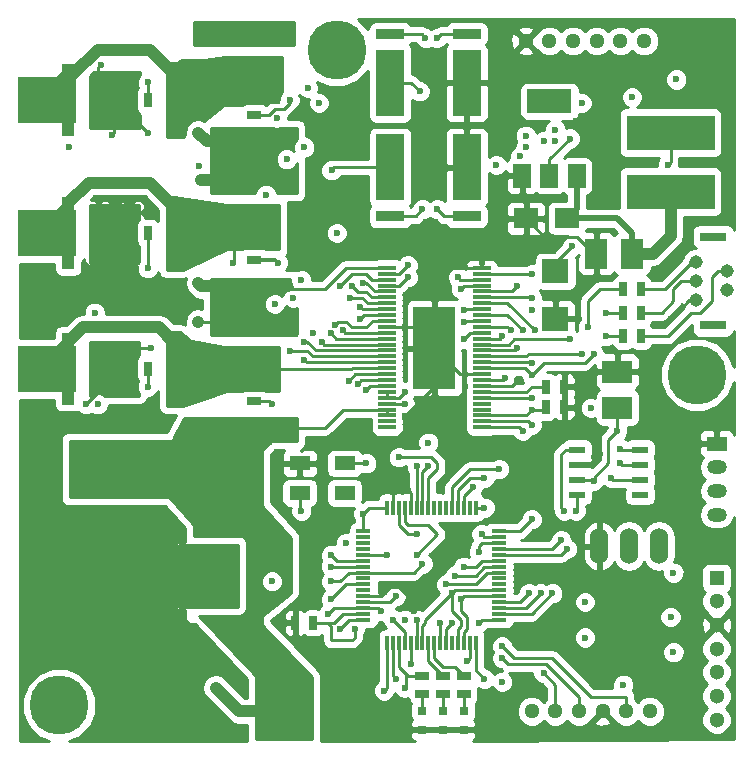
<source format=gtl>
G04 #@! TF.FileFunction,Copper,L1,Top,Signal*
%FSLAX46Y46*%
G04 Gerber Fmt 4.6, Leading zero omitted, Abs format (unit mm)*
G04 Created by KiCad (PCBNEW 4.0.6) date 07/07/17 00:51:22*
%MOMM*%
%LPD*%
G01*
G04 APERTURE LIST*
%ADD10C,0.100000*%
%ADD11C,1.143000*%
%ADD12R,2.300000X0.800000*%
%ADD13R,2.499360X1.950720*%
%ADD14R,1.950720X2.499360*%
%ADD15O,1.524000X3.048000*%
%ADD16R,7.498080X2.997200*%
%ADD17C,1.300480*%
%ADD18R,1.300000X1.300000*%
%ADD19C,1.300000*%
%ADD20R,4.000000X5.000000*%
%ADD21R,5.000000X4.000000*%
%ADD22R,1.699260X1.198880*%
%ADD23O,1.699260X1.198880*%
%ADD24R,0.635000X1.143000*%
%ADD25R,1.143000X0.635000*%
%ADD26R,2.438400X5.588000*%
%ADD27R,2.438400X0.889000*%
%ADD28R,1.300480X0.300000*%
%ADD29R,0.300000X1.300480*%
%ADD30R,1.501140X0.299720*%
%ADD31R,3.599180X7.000240*%
%ADD32R,1.399540X0.599440*%
%ADD33R,1.800860X1.198880*%
%ADD34R,0.701040X1.300480*%
%ADD35R,1.099820X0.850900*%
%ADD36R,1.099820X1.699260*%
%ADD37R,1.300480X0.701040*%
%ADD38R,0.850900X1.099820*%
%ADD39R,1.699260X1.099820*%
%ADD40R,0.800000X0.800000*%
%ADD41R,2.100580X1.699260*%
%ADD42R,3.800000X2.000000*%
%ADD43R,1.500000X2.000000*%
%ADD44C,5.000000*%
%ADD45R,2.301240X1.998980*%
%ADD46R,2.000000X4.100000*%
%ADD47C,0.600000*%
%ADD48C,0.250000*%
%ADD49C,1.000000*%
%ADD50C,0.500000*%
%ADD51C,0.300000*%
%ADD52C,0.254000*%
G04 APERTURE END LIST*
D10*
D11*
X241650000Y-104950000D03*
X244250000Y-105750000D03*
X241650000Y-106550000D03*
X244250000Y-107350000D03*
X241650000Y-108150000D03*
D12*
X243100000Y-102800000D03*
X243100000Y-110300000D03*
D13*
X235000000Y-117274000D03*
X235000000Y-114226000D03*
D14*
X236274000Y-104250000D03*
X233226000Y-104250000D03*
D15*
X238540000Y-129000000D03*
X236000000Y-129000000D03*
X233460000Y-129000000D03*
D16*
X239500000Y-94000640D03*
X239500000Y-98999360D03*
D17*
X233250760Y-86250000D03*
X231249240Y-86250000D03*
X229250260Y-86250000D03*
X227248740Y-86250000D03*
X235249740Y-86250000D03*
X237251260Y-86250000D03*
X233750760Y-143000000D03*
X231749240Y-143000000D03*
X229750260Y-143000000D03*
X227748740Y-143000000D03*
X235749740Y-143000000D03*
X237751260Y-143000000D03*
D18*
X243400000Y-131695440D03*
D19*
X243400000Y-135698480D03*
X243400000Y-133696960D03*
X243400000Y-137697460D03*
X243400000Y-139698980D03*
X243400000Y-141700500D03*
X243400000Y-143699480D03*
D20*
X206750000Y-143000000D03*
X195000000Y-143000000D03*
D21*
X186750000Y-91250000D03*
X186750000Y-102500000D03*
X186750000Y-114000000D03*
D22*
X243400000Y-120347720D03*
D23*
X243400000Y-124350760D03*
X243400000Y-122349240D03*
X243400000Y-126349740D03*
D24*
X237012000Y-107250000D03*
X235488000Y-107250000D03*
X228988000Y-117250000D03*
X230512000Y-117250000D03*
X228988000Y-115500000D03*
X230512000Y-115500000D03*
D25*
X218500000Y-141512000D03*
X218500000Y-139988000D03*
D24*
X207738000Y-135500000D03*
X209262000Y-135500000D03*
D25*
X220250000Y-141512000D03*
X220250000Y-139988000D03*
X222000000Y-141512000D03*
X222000000Y-139988000D03*
D26*
X222238500Y-96952000D03*
X215761500Y-96952000D03*
D27*
X222238500Y-101079500D03*
X215761500Y-101079500D03*
D26*
X215761500Y-89798000D03*
X222238500Y-89798000D03*
D27*
X215761500Y-85670500D03*
X222238500Y-85670500D03*
D24*
X235488000Y-111250000D03*
X237012000Y-111250000D03*
X235488000Y-109250000D03*
X237012000Y-109250000D03*
D28*
X213499440Y-129249560D03*
X213499440Y-129749940D03*
X213499440Y-130250320D03*
X213499440Y-130750700D03*
X213499440Y-131251080D03*
X213499440Y-127750960D03*
X213499440Y-128248800D03*
X213499440Y-128749180D03*
D29*
X215500960Y-137250560D03*
X215998800Y-137250560D03*
X216499180Y-137250560D03*
X216999560Y-137250560D03*
X217499940Y-137250560D03*
X218000320Y-137250560D03*
X218500700Y-137250560D03*
X219001080Y-137250560D03*
D28*
X225000560Y-135249040D03*
X225000560Y-134751200D03*
X225000560Y-134250820D03*
X225000560Y-133750440D03*
X225000560Y-133250060D03*
X225000560Y-132749680D03*
X225000560Y-132249300D03*
X225000560Y-131748920D03*
D29*
X222999040Y-125749440D03*
X222501200Y-125749440D03*
X222000820Y-125749440D03*
X221500440Y-125749440D03*
X221000060Y-125749440D03*
X220499680Y-125749440D03*
X219999300Y-125749440D03*
X219498920Y-125749440D03*
D28*
X213499440Y-131748920D03*
X213499440Y-132249300D03*
X213499440Y-132749680D03*
D29*
X219498920Y-137250560D03*
X219999300Y-137250560D03*
X220499680Y-137250560D03*
D28*
X225000560Y-131251080D03*
X225000560Y-130750700D03*
X225000560Y-130250320D03*
D29*
X219001080Y-125749440D03*
X218500700Y-125749440D03*
X218000320Y-125749440D03*
D28*
X213499440Y-133250060D03*
X213499440Y-133750440D03*
X213499440Y-134250820D03*
X213499440Y-134751200D03*
X213499440Y-135249040D03*
D29*
X221000060Y-137250560D03*
X221500440Y-137250560D03*
X222000820Y-137250560D03*
X222501200Y-137250560D03*
X222999040Y-137250560D03*
D28*
X225000560Y-129749940D03*
X225000560Y-129249560D03*
X225000560Y-128749180D03*
X225000560Y-128248800D03*
X225000560Y-127750960D03*
D29*
X217499940Y-125749440D03*
X216999560Y-125749440D03*
X216499180Y-125749440D03*
X215998800Y-125749440D03*
X215500960Y-125749440D03*
D30*
X215499500Y-109946220D03*
X215499500Y-110446600D03*
X215499500Y-110946980D03*
X215499500Y-111447360D03*
X215499500Y-111947740D03*
X215499500Y-112445580D03*
X215499500Y-112945960D03*
X215499500Y-113446340D03*
X215499500Y-113946720D03*
X215499500Y-114447100D03*
X215499500Y-114947480D03*
X215499500Y-105447880D03*
X215499500Y-105945720D03*
X215499500Y-106446100D03*
X223500500Y-110946980D03*
X215499500Y-107446860D03*
X215499500Y-107947240D03*
X215499500Y-108447620D03*
X215499500Y-108945460D03*
X215499500Y-109445840D03*
X223500500Y-113446340D03*
X223500500Y-112945960D03*
X223500500Y-112445580D03*
X223500500Y-111947740D03*
X223500500Y-111447360D03*
X215499500Y-106946480D03*
X223500500Y-110446600D03*
X223500500Y-109946220D03*
X223500500Y-109445840D03*
X223500500Y-108945460D03*
X223500500Y-108447620D03*
X223500500Y-107947240D03*
X223500500Y-107446860D03*
X223500500Y-118945440D03*
X223500500Y-118447600D03*
X223500500Y-117947220D03*
X223500500Y-117446840D03*
X223500500Y-116946460D03*
X223500500Y-116446080D03*
X223500500Y-115945700D03*
X223500500Y-115447860D03*
X223500500Y-114947480D03*
X223500500Y-114447100D03*
X223500500Y-113946720D03*
X223500500Y-106946480D03*
X223500500Y-106446100D03*
X223500500Y-105945720D03*
X223500500Y-105447880D03*
X215499500Y-115447860D03*
X215499500Y-115945700D03*
X215499500Y-116446080D03*
X215499500Y-116946460D03*
X215499500Y-117446840D03*
X215499500Y-117947220D03*
X215499500Y-118447600D03*
X215499500Y-118945440D03*
D31*
X219500000Y-112250000D03*
D32*
X236917000Y-120845000D03*
X231583000Y-120845000D03*
X236917000Y-122115000D03*
X236917000Y-123385000D03*
X236917000Y-124655000D03*
X231583000Y-122115000D03*
X231583000Y-123385000D03*
X231583000Y-124655000D03*
D33*
X211899920Y-124499680D03*
X211899920Y-122000320D03*
X208100080Y-122000320D03*
X208100080Y-124499680D03*
D34*
X195250440Y-91250000D03*
D35*
X193850900Y-91829120D03*
X193850900Y-90670880D03*
X191049280Y-90670880D03*
X191049280Y-91829120D03*
X193850900Y-92979740D03*
X191049280Y-92979740D03*
X193850900Y-89520260D03*
X191049280Y-89520260D03*
D36*
X197500880Y-91250000D03*
X197500880Y-93449640D03*
X197500880Y-89050360D03*
X188501660Y-91250000D03*
X188501660Y-89050360D03*
X188501660Y-93449640D03*
D37*
X204250000Y-92500440D03*
D38*
X203670880Y-91100900D03*
X204829120Y-91100900D03*
X204829120Y-88299280D03*
X203670880Y-88299280D03*
X202520260Y-91100900D03*
X202520260Y-88299280D03*
X205979740Y-91100900D03*
X205979740Y-88299280D03*
D39*
X204250000Y-94750880D03*
X202050360Y-94750880D03*
X206449640Y-94750880D03*
X204250000Y-85751660D03*
X206449640Y-85751660D03*
X202050360Y-85751660D03*
D34*
X195250440Y-102500000D03*
D35*
X193850900Y-103079120D03*
X193850900Y-101920880D03*
X191049280Y-101920880D03*
X191049280Y-103079120D03*
X193850900Y-104229740D03*
X191049280Y-104229740D03*
X193850900Y-100770260D03*
X191049280Y-100770260D03*
D36*
X197500880Y-102500000D03*
X197500880Y-104699640D03*
X197500880Y-100300360D03*
X188501660Y-102500000D03*
X188501660Y-100300360D03*
X188501660Y-104699640D03*
D37*
X204250000Y-104750440D03*
D38*
X203670880Y-103350900D03*
X204829120Y-103350900D03*
X204829120Y-100549280D03*
X203670880Y-100549280D03*
X202520260Y-103350900D03*
X202520260Y-100549280D03*
X205979740Y-103350900D03*
X205979740Y-100549280D03*
D39*
X204250000Y-107000880D03*
X202050360Y-107000880D03*
X206449640Y-107000880D03*
X204250000Y-98001660D03*
X206449640Y-98001660D03*
X202050360Y-98001660D03*
D34*
X195250440Y-114000000D03*
D35*
X193850900Y-114579120D03*
X193850900Y-113420880D03*
X191049280Y-113420880D03*
X191049280Y-114579120D03*
X193850900Y-115729740D03*
X191049280Y-115729740D03*
X193850900Y-112270260D03*
X191049280Y-112270260D03*
D36*
X197500880Y-114000000D03*
X197500880Y-116199640D03*
X197500880Y-111800360D03*
X188501660Y-114000000D03*
X188501660Y-111800360D03*
X188501660Y-116199640D03*
D37*
X204250000Y-116750440D03*
D38*
X203670880Y-115350900D03*
X204829120Y-115350900D03*
X204829120Y-112549280D03*
X203670880Y-112549280D03*
X202520260Y-115350900D03*
X202520260Y-112549280D03*
X205979740Y-115350900D03*
X205979740Y-112549280D03*
D39*
X204250000Y-119000880D03*
X202050360Y-119000880D03*
X206449640Y-119000880D03*
X204250000Y-110001660D03*
X206449640Y-110001660D03*
X202050360Y-110001660D03*
D40*
X222000000Y-144550000D03*
X222000000Y-142950000D03*
X220250000Y-144550000D03*
X220250000Y-142950000D03*
X218500000Y-144550000D03*
X218500000Y-142950000D03*
D41*
X230729740Y-101250000D03*
X227270260Y-101250000D03*
D42*
X229250000Y-91350000D03*
D43*
X229250000Y-97650000D03*
X231550000Y-97650000D03*
X226950000Y-97650000D03*
D44*
X187750000Y-142500000D03*
X211250000Y-87000000D03*
X241750000Y-114500000D03*
D45*
X229750000Y-105740860D03*
X229750000Y-109759140D03*
D46*
X201200000Y-131350000D03*
X201200000Y-122650000D03*
X190200000Y-131350000D03*
X190200000Y-122650000D03*
D47*
X231750000Y-109750000D03*
X239500000Y-109750000D03*
X233500000Y-121250000D03*
X198000000Y-130500000D03*
X217750000Y-134500000D03*
X216250000Y-140250000D03*
X201000000Y-144250000D03*
X229000000Y-101400000D03*
X239250000Y-119000000D03*
X193000000Y-99500000D03*
X195200000Y-106800000D03*
X226500000Y-115000000D03*
X242500000Y-91500000D03*
X232000000Y-116500000D03*
X207550000Y-108000000D03*
X217250000Y-124250000D03*
X225000000Y-121250000D03*
X217000000Y-118000000D03*
X231500000Y-93000000D03*
X210750000Y-133500000D03*
X216500000Y-121500000D03*
X225250000Y-140500000D03*
X240000000Y-89500000D03*
X227250000Y-94250000D03*
X210750000Y-132000000D03*
X218500000Y-130500000D03*
X224750000Y-96750000D03*
X219000000Y-120250000D03*
X223750000Y-123250000D03*
X218000000Y-122250000D03*
X227250000Y-95250000D03*
X229750000Y-93750000D03*
X232000000Y-91500000D03*
X236250000Y-91000000D03*
X226750000Y-96000000D03*
X219000000Y-122250000D03*
X233000000Y-123500000D03*
X235000000Y-119250000D03*
X213500000Y-126250000D03*
X231000000Y-94500000D03*
X217000000Y-141000000D03*
X216250000Y-133250000D03*
X225500000Y-114750000D03*
X205750000Y-132000000D03*
X227750000Y-126750000D03*
X226500000Y-107000000D03*
X223750000Y-140250000D03*
X232250000Y-136750000D03*
X213750000Y-122000000D03*
X215500000Y-129750000D03*
X217000000Y-135250000D03*
X222250000Y-138750000D03*
X223500000Y-128000000D03*
X232250000Y-133750000D03*
X232000000Y-112750000D03*
X227750000Y-118750000D03*
X227750000Y-108000000D03*
X227750000Y-109000000D03*
X233000000Y-112750000D03*
X227750000Y-114500000D03*
X226500000Y-112250000D03*
X231000000Y-111500000D03*
X227750000Y-106000000D03*
X231200000Y-103600000D03*
X228750000Y-94750000D03*
X239250000Y-96750000D03*
X217000000Y-116000000D03*
X229750000Y-94750000D03*
X217000000Y-117000000D03*
X204250000Y-114000000D03*
X213000000Y-115250000D03*
X202500000Y-105000000D03*
X206000000Y-108500000D03*
X204250000Y-102000000D03*
X210750000Y-111000000D03*
X208500000Y-111750000D03*
X213250000Y-108750000D03*
X204250000Y-89750000D03*
X206150000Y-92750000D03*
X211100000Y-110250000D03*
X228750000Y-139750000D03*
X210750000Y-130750000D03*
X232750000Y-117300000D03*
X232500000Y-110500000D03*
X239500000Y-102750000D03*
X209750000Y-91500000D03*
X213500000Y-106750000D03*
X217250000Y-106250000D03*
X211250000Y-102500000D03*
X211500000Y-107000000D03*
X217250000Y-105250000D03*
X208250000Y-126000000D03*
X210750000Y-129750000D03*
X215250000Y-141250000D03*
X201000000Y-141000000D03*
X199500000Y-94000000D03*
X199750000Y-85750000D03*
X199500000Y-106750000D03*
X199500000Y-110000000D03*
X199250000Y-119000000D03*
X199750000Y-98000000D03*
X210800000Y-97200000D03*
X199600000Y-96800000D03*
X195500000Y-112250000D03*
X192500000Y-114000000D03*
X190000000Y-117000000D03*
X207250000Y-112500000D03*
X208800000Y-90200000D03*
X192200000Y-94200000D03*
X212500000Y-107000000D03*
X218250000Y-90500000D03*
X195250000Y-94000000D03*
X208500000Y-95250000D03*
X191250000Y-88250000D03*
X235500000Y-140750000D03*
X239750000Y-131250000D03*
X223250000Y-129500000D03*
X225250000Y-138500000D03*
X225250000Y-137500000D03*
X223750000Y-125750000D03*
X217500000Y-139000000D03*
X239750000Y-138000000D03*
X221750000Y-133500000D03*
X216000000Y-135250000D03*
X239500000Y-135000000D03*
X221000000Y-133000000D03*
X218000000Y-135250000D03*
X235250000Y-122000000D03*
X234500000Y-123250000D03*
X205750000Y-117000000D03*
X195250000Y-115500000D03*
X206250000Y-105000000D03*
X195250000Y-105500000D03*
X207250000Y-91250000D03*
X195250000Y-89750000D03*
X227750000Y-117500000D03*
X227000000Y-119250000D03*
X211500000Y-136000000D03*
X209250000Y-111000000D03*
X213750000Y-115750000D03*
X212750000Y-136000000D03*
X205250000Y-99250000D03*
X212250000Y-115000000D03*
X208500000Y-113250000D03*
X191000000Y-117000000D03*
X212000000Y-128750000D03*
X215000000Y-134500000D03*
X210500000Y-134750000D03*
X208250000Y-106500000D03*
X210000000Y-111750000D03*
X211750000Y-110750000D03*
X190750000Y-109250000D03*
X213250000Y-109750000D03*
X207000000Y-96250000D03*
X188600000Y-95200000D03*
X212400000Y-108000000D03*
X218750000Y-86000000D03*
X219750000Y-86000000D03*
X218500000Y-100500000D03*
X219750000Y-100500000D03*
X230750000Y-129250000D03*
X234000000Y-111250000D03*
X230250000Y-128500000D03*
X234000000Y-109250000D03*
X235250000Y-120750000D03*
X227750000Y-113500000D03*
X223250000Y-135500000D03*
X229500000Y-133000000D03*
X228000000Y-110750000D03*
X227000000Y-110750000D03*
X228500000Y-133000000D03*
X227500000Y-133000000D03*
X226000000Y-110750000D03*
X225250000Y-111250000D03*
X222750000Y-124000000D03*
X225000000Y-122500000D03*
X227750000Y-116500000D03*
X221500000Y-106250000D03*
X220000000Y-135500000D03*
X221000000Y-135500000D03*
X221750000Y-107250000D03*
X220500000Y-132250000D03*
X222000000Y-109000000D03*
X222000000Y-110000000D03*
X221250000Y-131500000D03*
X222000000Y-111500000D03*
X222000000Y-130750000D03*
X231500000Y-126000000D03*
X218000000Y-129750000D03*
X218000000Y-128000000D03*
X230500000Y-126000000D03*
D48*
X229750000Y-109759140D02*
X231740860Y-109759140D01*
X231740860Y-109759140D02*
X231750000Y-109750000D01*
X241550000Y-108200000D02*
X241050000Y-108200000D01*
X241050000Y-108200000D02*
X239500000Y-109750000D01*
X231583000Y-122115000D02*
X232635000Y-122115000D01*
X232635000Y-122115000D02*
X233500000Y-121250000D01*
X213499440Y-133250060D02*
X214999940Y-133250060D01*
X217750000Y-133750000D02*
X217750000Y-134500000D01*
X216500000Y-132500000D02*
X217750000Y-133750000D01*
X215750000Y-132500000D02*
X216500000Y-132500000D01*
X214999940Y-133250060D02*
X215750000Y-132500000D01*
X215998800Y-137250560D02*
X215998800Y-139998800D01*
X215998800Y-139998800D02*
X216250000Y-140250000D01*
D49*
X199750000Y-143000000D02*
X195000000Y-143000000D01*
X201000000Y-144250000D02*
X199750000Y-143000000D01*
D48*
X223500500Y-105447880D02*
X220952120Y-105447880D01*
X219500000Y-106900000D02*
X219500000Y-112250000D01*
X220952120Y-105447880D02*
X219500000Y-106900000D01*
X228850000Y-101250000D02*
X227270260Y-101250000D01*
X229000000Y-101400000D02*
X228850000Y-101250000D01*
X233226000Y-104250000D02*
X233050000Y-104250000D01*
X233050000Y-104250000D02*
X231600000Y-102800000D01*
X231600000Y-102800000D02*
X228820260Y-102800000D01*
X228820260Y-102800000D02*
X227270260Y-101250000D01*
X208100080Y-122000320D02*
X208500320Y-122000320D01*
X193000000Y-99500000D02*
X193850900Y-100350900D01*
X193850900Y-100350900D02*
X193850900Y-100770260D01*
X193850900Y-105450900D02*
X193850900Y-104229740D01*
X195200000Y-106800000D02*
X193850900Y-105450900D01*
X215499500Y-110446600D02*
X217696600Y-110446600D01*
X223500500Y-114447100D02*
X221697100Y-114447100D01*
X221697100Y-114447100D02*
X219500000Y-112250000D01*
X223500500Y-115447860D02*
X226052140Y-115447860D01*
X226052140Y-115447860D02*
X226500000Y-115000000D01*
X217696600Y-110446600D02*
X219500000Y-112250000D01*
X217499940Y-125749440D02*
X217499940Y-124499940D01*
X217499940Y-124499940D02*
X217250000Y-124250000D01*
X216250000Y-124250000D02*
X217250000Y-124250000D01*
X215998800Y-125749440D02*
X215998800Y-124501200D01*
X215998800Y-124501200D02*
X216250000Y-124250000D01*
X219500000Y-115500000D02*
X219500000Y-112250000D01*
X217000000Y-118000000D02*
X219500000Y-115500000D01*
X212000000Y-132250000D02*
X213498740Y-132250000D01*
X210750000Y-133500000D02*
X212000000Y-132250000D01*
X213498740Y-132250000D02*
X213499440Y-132249300D01*
X219001080Y-123248920D02*
X219750000Y-122500000D01*
X219750000Y-122500000D02*
X219750000Y-122000000D01*
X219750000Y-122000000D02*
X219250000Y-121500000D01*
X219250000Y-121500000D02*
X216500000Y-121500000D01*
X219001080Y-123248920D02*
X219001080Y-125749440D01*
X213499440Y-131251080D02*
X217748920Y-131251080D01*
X217748920Y-131251080D02*
X218500000Y-130500000D01*
X212248920Y-131251080D02*
X213499440Y-131251080D01*
X211500000Y-132000000D02*
X212248920Y-131251080D01*
X210750000Y-132000000D02*
X211500000Y-132000000D01*
X221500440Y-125749440D02*
X221500440Y-124249560D01*
X222500000Y-123250000D02*
X223750000Y-123250000D01*
X221500440Y-124249560D02*
X222500000Y-123250000D01*
X218000320Y-122250320D02*
X218000000Y-122250000D01*
X218000320Y-122250320D02*
X218000320Y-125749440D01*
X218500700Y-125749440D02*
X218500700Y-122749300D01*
X218500700Y-122749300D02*
X219000000Y-122250000D01*
X233000000Y-123500000D02*
X233000000Y-123250000D01*
X232885000Y-123385000D02*
X233000000Y-123500000D01*
X231583000Y-123385000D02*
X232885000Y-123385000D01*
X235000000Y-119250000D02*
X235000000Y-117274000D01*
X234250000Y-120000000D02*
X235000000Y-119250000D01*
X234250000Y-122000000D02*
X234250000Y-120000000D01*
X233000000Y-123250000D02*
X234250000Y-122000000D01*
X229250000Y-97650000D02*
X229250000Y-96250000D01*
X229250000Y-96250000D02*
X231000000Y-94500000D01*
X217125000Y-139875000D02*
X217125000Y-140875000D01*
X217125000Y-140875000D02*
X217000000Y-141000000D01*
X216499180Y-137250560D02*
X216499180Y-139249180D01*
X216499180Y-139249180D02*
X217125000Y-139875000D01*
X217125000Y-139875000D02*
X217238000Y-139988000D01*
X217238000Y-139988000D02*
X218500000Y-139988000D01*
X215749560Y-133750440D02*
X216250000Y-133250000D01*
X213499440Y-133750440D02*
X215749560Y-133750440D01*
X225302520Y-114947480D02*
X225500000Y-114750000D01*
X225000560Y-127750960D02*
X226749040Y-127750960D01*
X226749040Y-127750960D02*
X227750000Y-126750000D01*
X223500500Y-114947480D02*
X225302520Y-114947480D01*
X223500500Y-107446860D02*
X226053140Y-107446860D01*
X226053140Y-107446860D02*
X226500000Y-107000000D01*
X222999040Y-137250560D02*
X222999040Y-139499040D01*
X222999040Y-139499040D02*
X223750000Y-140250000D01*
X215500960Y-125749440D02*
X214000560Y-125749440D01*
X213499440Y-126250560D02*
X213500000Y-126250000D01*
X213499440Y-126250560D02*
X213499440Y-127750960D01*
X214000560Y-125749440D02*
X213500000Y-126250000D01*
X211899920Y-122000320D02*
X213749680Y-122000320D01*
X213749680Y-122000320D02*
X213750000Y-122000000D01*
X215499940Y-129749940D02*
X213499440Y-129749940D01*
X215500000Y-129750000D02*
X215499940Y-129749940D01*
X222501200Y-137250560D02*
X222501200Y-138498800D01*
X222501200Y-138498800D02*
X222250000Y-138750000D01*
X223748800Y-128248800D02*
X225000560Y-128248800D01*
X223500000Y-128000000D02*
X223748800Y-128248800D01*
X227500000Y-112750000D02*
X232000000Y-112750000D01*
X223500500Y-112945960D02*
X227304040Y-112945960D01*
X227304040Y-112945960D02*
X227500000Y-112750000D01*
X223500500Y-118447600D02*
X227447600Y-118447600D01*
X227447600Y-118447600D02*
X227750000Y-118750000D01*
X227697240Y-107947240D02*
X227750000Y-108000000D01*
X227750000Y-114500000D02*
X228750000Y-113500000D01*
X232250000Y-113500000D02*
X233000000Y-112750000D01*
X228750000Y-113500000D02*
X232250000Y-113500000D01*
X223500500Y-107947240D02*
X227697240Y-107947240D01*
X227750000Y-114500000D02*
X227196720Y-113946720D01*
X227196720Y-113946720D02*
X223500500Y-113946720D01*
X226304420Y-112445580D02*
X223500500Y-112445580D01*
X226500000Y-112250000D02*
X226304420Y-112445580D01*
X223500500Y-111947740D02*
X225802260Y-111947740D01*
X226250000Y-111500000D02*
X231000000Y-111500000D01*
X225802260Y-111947740D02*
X226250000Y-111500000D01*
X223500500Y-105945720D02*
X227695720Y-105945720D01*
X227695720Y-105945720D02*
X227750000Y-106000000D01*
X229750000Y-105740860D02*
X229750000Y-105050000D01*
X229750000Y-105050000D02*
X231200000Y-103600000D01*
X239500000Y-96500000D02*
X239500000Y-94000640D01*
X239250000Y-96750000D02*
X239500000Y-96500000D01*
X215499500Y-116446080D02*
X216553920Y-116446080D01*
X215499500Y-116446080D02*
X215499500Y-115945700D01*
X216553920Y-116446080D02*
X217000000Y-116000000D01*
X216946460Y-116946460D02*
X217000000Y-117000000D01*
X215499500Y-116946460D02*
X216946460Y-116946460D01*
X214000000Y-113946720D02*
X212553280Y-113946720D01*
X212500000Y-114000000D02*
X204250000Y-114000000D01*
X212553280Y-113946720D02*
X212500000Y-114000000D01*
X215499500Y-113946720D02*
X214000000Y-113946720D01*
X214000000Y-113946720D02*
X213946720Y-113946720D01*
X204250000Y-114000000D02*
X204250000Y-112549280D01*
X204250000Y-112549280D02*
X204250000Y-112750000D01*
X204250000Y-112750000D02*
X204250000Y-112549280D01*
D49*
X186750000Y-114000000D02*
X186750000Y-113552020D01*
X186750000Y-113552020D02*
X188501660Y-111800360D01*
X188501660Y-116199640D02*
X188501660Y-115751660D01*
X188501660Y-115751660D02*
X186750000Y-114000000D01*
X188501660Y-111800360D02*
X188501660Y-111748340D01*
X188501660Y-111748340D02*
X189750000Y-110500000D01*
X196200520Y-110500000D02*
X197500880Y-111800360D01*
X198249800Y-112549280D02*
X197500880Y-111800360D01*
X197500880Y-114000000D02*
X197500880Y-116199640D01*
X197500880Y-111800360D02*
X197500880Y-114000000D01*
X203670880Y-115350900D02*
X202520260Y-115350900D01*
X205979740Y-115350900D02*
X204829120Y-115350900D01*
X205979740Y-112549280D02*
X205979740Y-115350900D01*
X205979740Y-115350900D02*
X202520260Y-115350900D01*
X202520260Y-112549280D02*
X198249800Y-112549280D01*
X204829120Y-112549280D02*
X205979740Y-112549280D01*
X203670880Y-112549280D02*
X202520260Y-112549280D01*
X202520260Y-112549280D02*
X204250000Y-112549280D01*
X204250000Y-112549280D02*
X205979740Y-112549280D01*
X202520260Y-115350900D02*
X202520260Y-112549280D01*
X189750000Y-110500000D02*
X196200520Y-110500000D01*
D48*
X215499500Y-114947480D02*
X213302520Y-114947480D01*
X213302520Y-114947480D02*
X213000000Y-115250000D01*
D49*
X188501660Y-100300360D02*
X188501660Y-104699640D01*
X186750000Y-102500000D02*
X186750000Y-102052020D01*
X186750000Y-102052020D02*
X188501660Y-100300360D01*
X188501660Y-100300360D02*
X188501660Y-99998340D01*
X188501660Y-99998340D02*
X190250000Y-98250000D01*
X190250000Y-98250000D02*
X195450520Y-98250000D01*
X195450520Y-98250000D02*
X197500880Y-100300360D01*
X197500880Y-100300360D02*
X197500880Y-100250880D01*
X202520260Y-100549280D02*
X197749800Y-100549280D01*
X197749800Y-100549280D02*
X197500880Y-100300360D01*
X197500880Y-102500000D02*
X197500880Y-100300360D01*
X197500880Y-104699640D02*
X197500880Y-102500000D01*
D48*
X202520260Y-104979740D02*
X202520260Y-103350900D01*
X202500000Y-105000000D02*
X202520260Y-104979740D01*
D49*
X203670880Y-103350900D02*
X202520260Y-103350900D01*
X204829120Y-103350900D02*
X203670880Y-103350900D01*
X205979740Y-103350900D02*
X204829120Y-103350900D01*
X205979740Y-100549280D02*
X205979740Y-103350900D01*
X203670880Y-100549280D02*
X204250000Y-100549280D01*
D48*
X204250000Y-102000000D02*
X204250000Y-100549280D01*
X204250000Y-100549280D02*
X204250000Y-100750000D01*
X204250000Y-100750000D02*
X204250000Y-100549280D01*
D49*
X202520260Y-103350900D02*
X202520260Y-100549280D01*
X204829120Y-100549280D02*
X205979740Y-100549280D01*
X204250000Y-100549280D02*
X204829120Y-100549280D01*
X202520260Y-100549280D02*
X203670880Y-100549280D01*
D48*
X211197360Y-111447360D02*
X210750000Y-111000000D01*
X215499500Y-111447360D02*
X211197360Y-111447360D01*
X215499500Y-112445580D02*
X209445580Y-112445580D01*
X209445580Y-112445580D02*
X208750000Y-111750000D01*
X208750000Y-111750000D02*
X208500000Y-111750000D01*
X215499500Y-108945460D02*
X213445460Y-108945460D01*
X213445460Y-108945460D02*
X213250000Y-108750000D01*
D49*
X188501660Y-89050360D02*
X188501660Y-93449640D01*
X186750000Y-91250000D02*
X186750000Y-90802020D01*
X186750000Y-90802020D02*
X188501660Y-89050360D01*
X188501660Y-93449640D02*
X188501660Y-93001660D01*
X188501660Y-93001660D02*
X186750000Y-91250000D01*
X188501660Y-89050360D02*
X188949640Y-89050360D01*
X188949640Y-89050360D02*
X191000000Y-87000000D01*
X191000000Y-87000000D02*
X195450520Y-87000000D01*
X195450520Y-87000000D02*
X197500880Y-89050360D01*
X197500880Y-89050360D02*
X197500880Y-88750880D01*
X198251960Y-88299280D02*
X197500880Y-89050360D01*
X197649980Y-91100900D02*
X197500880Y-91250000D01*
X197500880Y-91250000D02*
X197500880Y-93449640D01*
X197500880Y-89050360D02*
X197500880Y-91250000D01*
X203670880Y-91100900D02*
X202520260Y-91100900D01*
X204829120Y-91100900D02*
X203670880Y-91100900D01*
X205979740Y-91100900D02*
X204350900Y-91100900D01*
X204350900Y-91100900D02*
X204829120Y-91100900D01*
X205979740Y-88299280D02*
X205979740Y-91100900D01*
X203670880Y-88299280D02*
X204250000Y-88299280D01*
X202520260Y-88299280D02*
X198251960Y-88299280D01*
D48*
X204250000Y-89750000D02*
X204250000Y-88299280D01*
X204250000Y-88299280D02*
X204250000Y-88500000D01*
X204250000Y-88500000D02*
X204250000Y-88299280D01*
D49*
X202520260Y-91100900D02*
X202520260Y-88299280D01*
X204829120Y-88299280D02*
X205979740Y-88299280D01*
X204250000Y-88299280D02*
X204829120Y-88299280D01*
X202520260Y-88299280D02*
X203670880Y-88299280D01*
D48*
X215499500Y-109946220D02*
X214300758Y-109946220D01*
X213750000Y-110496978D02*
X212496978Y-110496978D01*
X214300758Y-109946220D02*
X213750000Y-110496978D01*
X211350000Y-110000000D02*
X211100000Y-110250000D01*
X212000000Y-110000000D02*
X211350000Y-110000000D01*
X212496978Y-110496978D02*
X212000000Y-110000000D01*
X228750000Y-139750000D02*
X229750260Y-140750260D01*
X229750260Y-140750260D02*
X229750260Y-143000000D01*
X210750700Y-130750700D02*
X213499440Y-130750700D01*
X210750000Y-130750000D02*
X210750700Y-130750700D01*
X233500000Y-107250000D02*
X235488000Y-107250000D01*
X232500000Y-108250000D02*
X233500000Y-107250000D01*
X232500000Y-110500000D02*
X232500000Y-108250000D01*
D50*
X236274000Y-104250000D02*
X236274000Y-102524000D01*
X235000000Y-101250000D02*
X230729740Y-101250000D01*
X236274000Y-102524000D02*
X235000000Y-101250000D01*
X231550000Y-97650000D02*
X231550000Y-100429740D01*
X231550000Y-100429740D02*
X230729740Y-101250000D01*
D48*
X235488000Y-105036000D02*
X236274000Y-104250000D01*
X238302640Y-97802000D02*
X239500000Y-98999360D01*
D49*
X236274000Y-104250000D02*
X238000000Y-104250000D01*
X238000000Y-104250000D02*
X239500000Y-102750000D01*
X239500000Y-98999360D02*
X239500000Y-102750000D01*
D48*
X215499500Y-107446860D02*
X214446860Y-107446860D01*
X214446860Y-107446860D02*
X213750000Y-106750000D01*
X213750000Y-106750000D02*
X213500000Y-106750000D01*
X215499500Y-106946480D02*
X216553520Y-106946480D01*
X216553520Y-106946480D02*
X217250000Y-106250000D01*
X215499500Y-106446100D02*
X214196100Y-106446100D01*
X214196100Y-106446100D02*
X213750000Y-106000000D01*
X212500000Y-106000000D02*
X211500000Y-107000000D01*
X213750000Y-106000000D02*
X212500000Y-106000000D01*
X215499500Y-105945720D02*
X216554280Y-105945720D01*
X216554280Y-105945720D02*
X217250000Y-105250000D01*
X208100080Y-125850080D02*
X208100080Y-124499680D01*
X208250000Y-126000000D02*
X208100080Y-125850080D01*
X213499440Y-130250320D02*
X211250320Y-130250320D01*
X211250320Y-130250320D02*
X210750000Y-129750000D01*
X215250000Y-141250000D02*
X215500960Y-140999040D01*
X215500960Y-140999040D02*
X215500960Y-137250560D01*
D49*
X206750000Y-143000000D02*
X203000000Y-143000000D01*
X203000000Y-143000000D02*
X201000000Y-141000000D01*
D48*
X215499500Y-105447880D02*
X212052120Y-105447880D01*
X212052120Y-105447880D02*
X210250000Y-107250000D01*
D49*
X199500000Y-94000000D02*
X200250880Y-94750880D01*
X200250880Y-94750880D02*
X202050360Y-94750880D01*
X202050360Y-85751660D02*
X199751660Y-85751660D01*
X199751660Y-85751660D02*
X199750000Y-85750000D01*
X199750000Y-98000000D02*
X202048700Y-98000000D01*
X202048700Y-98000000D02*
X202050360Y-98001660D01*
X202050360Y-107000880D02*
X199750880Y-107000880D01*
X199750880Y-107000880D02*
X199500000Y-106750000D01*
D48*
X202050360Y-110001660D02*
X199501660Y-110001660D01*
D49*
X199501660Y-110001660D02*
X199500000Y-110000000D01*
X199250000Y-119000000D02*
X199250880Y-119000880D01*
X199250880Y-119000880D02*
X202050360Y-119000880D01*
D48*
X199750000Y-98000000D02*
X199751660Y-98001660D01*
X206449640Y-85751660D02*
X207251660Y-85751660D01*
X210250000Y-107250000D02*
X206698760Y-107250000D01*
X206698760Y-107250000D02*
X206449640Y-107000880D01*
X215499500Y-117947220D02*
X215499500Y-117446840D01*
X210249120Y-119000880D02*
X206449640Y-119000880D01*
X215499500Y-117446840D02*
X211803160Y-117446840D01*
X211803160Y-117446840D02*
X210249120Y-119000880D01*
X211048000Y-96952000D02*
X215761500Y-96952000D01*
X210800000Y-97200000D02*
X211048000Y-96952000D01*
X215499500Y-112945960D02*
X209195960Y-112945960D01*
X193850900Y-112270260D02*
X195479740Y-112270260D01*
X195479740Y-112270260D02*
X195500000Y-112250000D01*
X192500000Y-114000000D02*
X192500000Y-112270260D01*
X192500000Y-112270260D02*
X192500000Y-112250000D01*
X192500000Y-112250000D02*
X192500000Y-112270260D01*
D49*
X193850900Y-115729740D02*
X193850900Y-114579120D01*
X193850900Y-112270260D02*
X193850900Y-113420880D01*
X193850900Y-112270260D02*
X192500000Y-112270260D01*
X193850900Y-115729740D02*
X193850900Y-112270260D01*
D48*
X190000000Y-117000000D02*
X191049280Y-115950720D01*
X208750000Y-112500000D02*
X207250000Y-112500000D01*
X191020260Y-112270260D02*
X191049280Y-112270260D01*
X209195960Y-112945960D02*
X208750000Y-112500000D01*
X191049280Y-115950720D02*
X191049280Y-115729740D01*
D49*
X191049280Y-115729740D02*
X191049280Y-114579120D01*
X191049280Y-112270260D02*
X191049280Y-113420880D01*
X192500000Y-112270260D02*
X191049280Y-112270260D01*
X191049280Y-115729740D02*
X193850900Y-115729740D01*
X191049280Y-112270260D02*
X191049280Y-115729740D01*
D48*
X192400000Y-94000000D02*
X192400000Y-92979740D01*
X192200000Y-94200000D02*
X192400000Y-94000000D01*
X213000000Y-107500000D02*
X212500000Y-107000000D01*
X213750000Y-107500000D02*
X213000000Y-107500000D01*
X218250000Y-90500000D02*
X217548000Y-89798000D01*
X215499500Y-107947240D02*
X214197240Y-107947240D01*
X214197240Y-107947240D02*
X213750000Y-107500000D01*
D49*
X193850900Y-91829120D02*
X193850900Y-92979740D01*
X193850900Y-90670880D02*
X193850900Y-91829120D01*
X193850900Y-89520260D02*
X193850900Y-90670880D01*
D48*
X217548000Y-89798000D02*
X215761500Y-89798000D01*
X191049280Y-89520260D02*
X191049280Y-88450720D01*
X191049280Y-88450720D02*
X191250000Y-88250000D01*
X195250000Y-94000000D02*
X194229740Y-92979740D01*
X194229740Y-92979740D02*
X193850900Y-92979740D01*
X193850900Y-92979740D02*
X192400000Y-92979740D01*
X192400000Y-92979740D02*
X191049280Y-92979740D01*
D49*
X191049280Y-89520260D02*
X193850900Y-89520260D01*
X191049280Y-90670880D02*
X191049280Y-89520260D01*
X191049280Y-91829120D02*
X191049280Y-90670880D01*
X191049280Y-92979740D02*
X191049280Y-91829120D01*
D48*
X223750820Y-128749180D02*
X223500820Y-128749180D01*
X225000560Y-128749180D02*
X223750820Y-128749180D01*
X223250000Y-129000000D02*
X223250000Y-129500000D01*
X223500820Y-128749180D02*
X223250000Y-129000000D01*
X223250000Y-129250000D02*
X223250000Y-129500000D01*
X231749240Y-141749240D02*
X231749240Y-143000000D01*
X229000000Y-139000000D02*
X231749240Y-141749240D01*
X225750000Y-139000000D02*
X229000000Y-139000000D01*
X225250000Y-138500000D02*
X225750000Y-139000000D01*
X235749740Y-141749740D02*
X235749480Y-141750000D01*
X235749480Y-141750000D02*
X232750000Y-141750000D01*
X232750000Y-141750000D02*
X229500000Y-138500000D01*
X229500000Y-138500000D02*
X226250000Y-138500000D01*
X235749740Y-143000000D02*
X235749740Y-141749740D01*
X226250000Y-138500000D02*
X225250000Y-137500000D01*
X223749440Y-125749440D02*
X222999040Y-125749440D01*
X223750000Y-125750000D02*
X223749440Y-125749440D01*
X217499940Y-137250560D02*
X217499940Y-138999940D01*
X217499940Y-138999940D02*
X217500000Y-139000000D01*
X222000820Y-137250560D02*
X222000820Y-136249180D01*
X221750000Y-134500000D02*
X221750000Y-133500000D01*
X222250000Y-135000000D02*
X221750000Y-134500000D01*
X222250000Y-136000000D02*
X222250000Y-135000000D01*
X222000820Y-136249180D02*
X222250000Y-136000000D01*
X225000560Y-133250060D02*
X221999940Y-133250060D01*
X221999940Y-133250060D02*
X221750000Y-133500000D01*
X216999560Y-136249560D02*
X216000000Y-135250000D01*
X216999560Y-137250560D02*
X216999560Y-136249560D01*
X218750000Y-135250000D02*
X221000000Y-133000000D01*
X218750000Y-135500000D02*
X218750000Y-135250000D01*
X218500700Y-135749300D02*
X218750000Y-135500000D01*
X218500700Y-137250560D02*
X218500700Y-135749300D01*
X221500440Y-137250560D02*
X221500440Y-135999560D01*
X221000000Y-134500000D02*
X221000000Y-133000000D01*
X221750000Y-135250000D02*
X221000000Y-134500000D01*
X221250320Y-132749680D02*
X221000000Y-133000000D01*
X221750000Y-135750000D02*
X221750000Y-135250000D01*
X221500440Y-135999560D02*
X221750000Y-135750000D01*
X225000560Y-132749680D02*
X221250320Y-132749680D01*
X218000320Y-137250560D02*
X218000320Y-135250320D01*
X218000320Y-135250320D02*
X218000000Y-135250000D01*
X235365000Y-122115000D02*
X236917000Y-122115000D01*
X235250000Y-122000000D02*
X235365000Y-122115000D01*
X234635000Y-123385000D02*
X234500000Y-123250000D01*
X236917000Y-123385000D02*
X234635000Y-123385000D01*
X205500440Y-116750440D02*
X204250000Y-116750440D01*
X205750000Y-117000000D02*
X205500440Y-116750440D01*
X195250000Y-115500000D02*
X195250440Y-115499560D01*
X195250440Y-115499560D02*
X195250440Y-114000000D01*
D51*
X204250000Y-104750440D02*
X206000440Y-104750440D01*
X206000440Y-104750440D02*
X206250000Y-105000000D01*
D48*
X195250000Y-105500000D02*
X195250440Y-105499560D01*
X195250440Y-105499560D02*
X195250440Y-102500000D01*
X207250000Y-91500000D02*
X207250000Y-91250000D01*
X206750000Y-92000000D02*
X207250000Y-91500000D01*
X206000000Y-92000000D02*
X206750000Y-92000000D01*
X205499560Y-92500440D02*
X206000000Y-92000000D01*
X204250000Y-92500440D02*
X205499560Y-92500440D01*
X195250440Y-89750440D02*
X195250000Y-89750000D01*
X195250440Y-91250000D02*
X195250440Y-89750440D01*
X241550000Y-105000000D02*
X241250000Y-105000000D01*
X241250000Y-105000000D02*
X239000000Y-107250000D01*
X239000000Y-107250000D02*
X237012000Y-107250000D01*
X227750000Y-117500000D02*
X228738000Y-117500000D01*
X228738000Y-117500000D02*
X228988000Y-117250000D01*
X223500500Y-117947220D02*
X227302780Y-117947220D01*
X227302780Y-117947220D02*
X227750000Y-117500000D01*
X223500500Y-115945700D02*
X227304300Y-115945700D01*
X227750000Y-115500000D02*
X228988000Y-115500000D01*
X227304300Y-115945700D02*
X227750000Y-115500000D01*
X223500500Y-118945440D02*
X226695440Y-118945440D01*
X226695440Y-118945440D02*
X227000000Y-119250000D01*
X218500000Y-141512000D02*
X218500000Y-142950000D01*
X213499440Y-135249040D02*
X212250960Y-135249040D01*
X212250960Y-135249040D02*
X211500000Y-136000000D01*
X214052140Y-115447860D02*
X215499500Y-115447860D01*
X213750000Y-115750000D02*
X214052140Y-115447860D01*
X212750000Y-136750000D02*
X212750000Y-136000000D01*
X212500000Y-137000000D02*
X212750000Y-136750000D01*
X210500000Y-135500000D02*
X210750000Y-135750000D01*
X210750000Y-135750000D02*
X210750000Y-137000000D01*
X210750000Y-137000000D02*
X212500000Y-137000000D01*
X209262000Y-135500000D02*
X210500000Y-135500000D01*
X209262000Y-135500000D02*
X211000000Y-135500000D01*
X211748800Y-134751200D02*
X213499440Y-134751200D01*
X211000000Y-135500000D02*
X211748800Y-134751200D01*
X212802900Y-114447100D02*
X212250000Y-115000000D01*
X212802900Y-114447100D02*
X215499500Y-114447100D01*
X215499500Y-114447100D02*
X213750000Y-114447100D01*
X213750000Y-114447100D02*
X213697100Y-114447100D01*
X214250000Y-113446340D02*
X208696340Y-113446340D01*
X208696340Y-113446340D02*
X208500000Y-113250000D01*
X214250000Y-113446340D02*
X214196340Y-113446340D01*
X215499500Y-113446340D02*
X214250000Y-113446340D01*
X215000000Y-134500000D02*
X214750820Y-134250820D01*
X214750820Y-134250820D02*
X213499440Y-134250820D01*
X213499440Y-134250820D02*
X210999180Y-134250820D01*
X210999180Y-134250820D02*
X210500000Y-134750000D01*
X215499500Y-111947740D02*
X210197740Y-111947740D01*
X210197740Y-111947740D02*
X210000000Y-111750000D01*
X215499500Y-110946980D02*
X211946980Y-110946980D01*
X211946980Y-110946980D02*
X211750000Y-110750000D01*
X220250000Y-141512000D02*
X220250000Y-142950000D01*
X220250000Y-139988000D02*
X220238000Y-139988000D01*
X220238000Y-139988000D02*
X219001080Y-138751080D01*
X219001080Y-138751080D02*
X219001080Y-137250560D01*
X222000000Y-141512000D02*
X222000000Y-142950000D01*
X219498920Y-137250560D02*
X219498920Y-138498920D01*
X219498920Y-138498920D02*
X220250000Y-139250000D01*
X220250000Y-139250000D02*
X221262000Y-139250000D01*
X221262000Y-139250000D02*
X222000000Y-139988000D01*
X213554160Y-109445840D02*
X213250000Y-109750000D01*
X215499500Y-109445840D02*
X213554160Y-109445840D01*
X215499500Y-108447620D02*
X213847620Y-108447620D01*
X213400000Y-108000000D02*
X212400000Y-108000000D01*
X213847620Y-108447620D02*
X213400000Y-108000000D01*
X218420500Y-85670500D02*
X218750000Y-86000000D01*
X215761500Y-85670500D02*
X218420500Y-85670500D01*
X222238500Y-85670500D02*
X220079500Y-85670500D01*
X220079500Y-85670500D02*
X219750000Y-86000000D01*
X217920500Y-101079500D02*
X215761500Y-101079500D01*
X218500000Y-100500000D02*
X217920500Y-101079500D01*
X219750000Y-100500000D02*
X220329500Y-101079500D01*
X220329500Y-101079500D02*
X222238500Y-101079500D01*
X230250060Y-129749940D02*
X230750000Y-129250000D01*
X225000560Y-129749940D02*
X230250060Y-129749940D01*
X234000000Y-111250000D02*
X235488000Y-111250000D01*
X237012000Y-111250000D02*
X239250000Y-111250000D01*
X243500000Y-105750000D02*
X244250000Y-105750000D01*
X243000000Y-106250000D02*
X243500000Y-105750000D01*
X243000000Y-108250000D02*
X243000000Y-106250000D01*
X242000000Y-109250000D02*
X243000000Y-108250000D01*
X241250000Y-109250000D02*
X242000000Y-109250000D01*
X239250000Y-111250000D02*
X241250000Y-109250000D01*
X225000560Y-129249560D02*
X229500440Y-129249560D01*
X229500440Y-129249560D02*
X230250000Y-128500000D01*
X234000000Y-109250000D02*
X235488000Y-109250000D01*
X237012000Y-109250000D02*
X238750000Y-109250000D01*
X240400000Y-106600000D02*
X241550000Y-106600000D01*
X239750000Y-107250000D02*
X240400000Y-106600000D01*
X239750000Y-108250000D02*
X239750000Y-107250000D01*
X238750000Y-109250000D02*
X239750000Y-108250000D01*
X235345000Y-120845000D02*
X236917000Y-120845000D01*
X235250000Y-120750000D02*
X235345000Y-120845000D01*
X225000560Y-135249040D02*
X223500960Y-135249040D01*
X227696340Y-113446340D02*
X223500500Y-113446340D01*
X227750000Y-113500000D02*
X227696340Y-113446340D01*
X223500960Y-135249040D02*
X223250000Y-135500000D01*
X225697620Y-108447620D02*
X228000000Y-110750000D01*
X223500500Y-108447620D02*
X225697620Y-108447620D01*
X227748800Y-134751200D02*
X225000560Y-134751200D01*
X229500000Y-133000000D02*
X227748800Y-134751200D01*
X225000560Y-134250820D02*
X227249180Y-134250820D01*
X225695840Y-109445840D02*
X223500500Y-109445840D01*
X227249180Y-134250820D02*
X228500000Y-133000000D01*
X227000000Y-110750000D02*
X225695840Y-109445840D01*
X227500000Y-133000000D02*
X226749560Y-133750440D01*
X223500500Y-110446600D02*
X225696600Y-110446600D01*
X226749560Y-133750440D02*
X225000560Y-133750440D01*
X225696600Y-110446600D02*
X226000000Y-110750000D01*
X222000820Y-125749440D02*
X222000820Y-124749180D01*
X225052640Y-111447360D02*
X223500500Y-111447360D01*
X222000820Y-124749180D02*
X222750000Y-124000000D01*
X225250000Y-111250000D02*
X225052640Y-111447360D01*
X222500000Y-122500000D02*
X225000000Y-122500000D01*
X221000060Y-123999940D02*
X222500000Y-122500000D01*
X227750000Y-116500000D02*
X227696080Y-116446080D01*
X221000060Y-125749440D02*
X221000060Y-123999940D01*
X227696080Y-116446080D02*
X223500500Y-116446080D01*
X219999300Y-137250560D02*
X219999300Y-135500700D01*
X221696100Y-106446100D02*
X223500500Y-106446100D01*
X221500000Y-106250000D02*
X221696100Y-106446100D01*
X219999300Y-135500700D02*
X220000000Y-135500000D01*
X220499680Y-136000320D02*
X221000000Y-135500000D01*
X220499680Y-137250560D02*
X220499680Y-136000320D01*
X222053520Y-106946480D02*
X223500500Y-106946480D01*
X221750000Y-107250000D02*
X222053520Y-106946480D01*
X223000000Y-132250000D02*
X220500000Y-132250000D01*
X223998920Y-131251080D02*
X223000000Y-132250000D01*
X225000560Y-131251080D02*
X223998920Y-131251080D01*
X222054540Y-108945460D02*
X223500500Y-108945460D01*
X222000000Y-109000000D02*
X222054540Y-108945460D01*
X222053780Y-109946220D02*
X223500500Y-109946220D01*
X222000000Y-110000000D02*
X222053780Y-109946220D01*
X223000000Y-131500000D02*
X221250000Y-131500000D01*
X225000560Y-130750700D02*
X223749300Y-130750700D01*
X223749300Y-130750700D02*
X223000000Y-131500000D01*
X222000000Y-111500000D02*
X222553020Y-110946980D01*
X223000000Y-130750000D02*
X222000000Y-130750000D01*
X222553020Y-110946980D02*
X223500500Y-110946980D01*
X223499680Y-130250320D02*
X223000000Y-130750000D01*
X225000560Y-130250320D02*
X223499680Y-130250320D01*
X231583000Y-124655000D02*
X231583000Y-125917000D01*
X231583000Y-125917000D02*
X231500000Y-126000000D01*
X216999560Y-126999560D02*
X216999560Y-125749440D01*
X217250000Y-127250000D02*
X216999560Y-126999560D01*
X219000000Y-127250000D02*
X217250000Y-127250000D01*
X219750000Y-128000000D02*
X219000000Y-127250000D01*
X218000000Y-129750000D02*
X219750000Y-128000000D01*
X217250000Y-128000000D02*
X218000000Y-128000000D01*
X216499180Y-125749440D02*
X216499180Y-127249180D01*
X230655000Y-120845000D02*
X231583000Y-120845000D01*
X230250000Y-121250000D02*
X230655000Y-120845000D01*
X230250000Y-125750000D02*
X230250000Y-121250000D01*
X230500000Y-126000000D02*
X230250000Y-125750000D01*
X216499180Y-127249180D02*
X217250000Y-128000000D01*
D52*
G36*
X196115000Y-117250000D02*
X196158427Y-117480795D01*
X196294827Y-117692767D01*
X196502949Y-117834971D01*
X196750000Y-117885000D01*
X197597549Y-117885000D01*
X196857549Y-119365000D01*
X188500000Y-119365000D01*
X188269205Y-119408427D01*
X188057233Y-119544827D01*
X187915029Y-119752949D01*
X187865000Y-120000000D01*
X187865000Y-125000000D01*
X187908427Y-125230795D01*
X188044827Y-125442767D01*
X188252949Y-125584971D01*
X188500000Y-125635000D01*
X196719095Y-125635000D01*
X198365000Y-127445495D01*
X198365000Y-128623000D01*
X197750000Y-128623000D01*
X197703841Y-128631685D01*
X197661447Y-128658965D01*
X197633006Y-128700590D01*
X197623000Y-128750000D01*
X197623000Y-134250000D01*
X197631685Y-134296159D01*
X197658965Y-134338553D01*
X197700590Y-134366994D01*
X197750000Y-134377000D01*
X198365000Y-134377000D01*
X198365000Y-135000000D01*
X198408427Y-135230795D01*
X198544827Y-135442767D01*
X198752949Y-135584971D01*
X199000000Y-135635000D01*
X199227387Y-135635000D01*
X203615000Y-140253540D01*
X203615000Y-141865000D01*
X203470132Y-141865000D01*
X201802566Y-140197434D01*
X201434345Y-139951397D01*
X201000000Y-139865000D01*
X200565655Y-139951397D01*
X200197434Y-140197434D01*
X199951397Y-140565655D01*
X199865000Y-141000000D01*
X199951397Y-141434345D01*
X200197434Y-141802566D01*
X202197434Y-143802566D01*
X202565654Y-144048603D01*
X203000000Y-144135000D01*
X203615000Y-144135000D01*
X203615000Y-145500000D01*
X203622527Y-145540000D01*
X188602086Y-145540000D01*
X189523515Y-145159273D01*
X190406174Y-144278153D01*
X190884454Y-143126326D01*
X190885543Y-141879146D01*
X190409273Y-140726485D01*
X189528153Y-139843826D01*
X188376326Y-139365546D01*
X187129146Y-139364457D01*
X185976485Y-139840727D01*
X185093826Y-140721847D01*
X184615546Y-141873674D01*
X184614457Y-143120854D01*
X185090727Y-144273515D01*
X185971847Y-145156174D01*
X186896203Y-145540000D01*
X184460000Y-145540000D01*
X184460000Y-116647440D01*
X187304310Y-116647440D01*
X187304310Y-117049270D01*
X187348588Y-117284587D01*
X187487660Y-117500711D01*
X187699860Y-117645701D01*
X187951750Y-117696710D01*
X189051570Y-117696710D01*
X189286887Y-117652432D01*
X189313233Y-117635479D01*
X189469673Y-117792192D01*
X189813201Y-117934838D01*
X190185167Y-117935162D01*
X190500351Y-117804931D01*
X190813201Y-117934838D01*
X191185167Y-117935162D01*
X191528943Y-117793117D01*
X191792192Y-117530327D01*
X191934838Y-117186799D01*
X191934970Y-117035000D01*
X194600000Y-117035000D01*
X194830795Y-116991573D01*
X195042767Y-116855173D01*
X195184971Y-116647051D01*
X195227916Y-116434981D01*
X195435167Y-116435162D01*
X195778943Y-116293117D01*
X196042192Y-116030327D01*
X196115000Y-115854987D01*
X196115000Y-117250000D01*
X196115000Y-117250000D01*
G37*
X196115000Y-117250000D02*
X196158427Y-117480795D01*
X196294827Y-117692767D01*
X196502949Y-117834971D01*
X196750000Y-117885000D01*
X197597549Y-117885000D01*
X196857549Y-119365000D01*
X188500000Y-119365000D01*
X188269205Y-119408427D01*
X188057233Y-119544827D01*
X187915029Y-119752949D01*
X187865000Y-120000000D01*
X187865000Y-125000000D01*
X187908427Y-125230795D01*
X188044827Y-125442767D01*
X188252949Y-125584971D01*
X188500000Y-125635000D01*
X196719095Y-125635000D01*
X198365000Y-127445495D01*
X198365000Y-128623000D01*
X197750000Y-128623000D01*
X197703841Y-128631685D01*
X197661447Y-128658965D01*
X197633006Y-128700590D01*
X197623000Y-128750000D01*
X197623000Y-134250000D01*
X197631685Y-134296159D01*
X197658965Y-134338553D01*
X197700590Y-134366994D01*
X197750000Y-134377000D01*
X198365000Y-134377000D01*
X198365000Y-135000000D01*
X198408427Y-135230795D01*
X198544827Y-135442767D01*
X198752949Y-135584971D01*
X199000000Y-135635000D01*
X199227387Y-135635000D01*
X203615000Y-140253540D01*
X203615000Y-141865000D01*
X203470132Y-141865000D01*
X201802566Y-140197434D01*
X201434345Y-139951397D01*
X201000000Y-139865000D01*
X200565655Y-139951397D01*
X200197434Y-140197434D01*
X199951397Y-140565655D01*
X199865000Y-141000000D01*
X199951397Y-141434345D01*
X200197434Y-141802566D01*
X202197434Y-143802566D01*
X202565654Y-144048603D01*
X203000000Y-144135000D01*
X203615000Y-144135000D01*
X203615000Y-145500000D01*
X203622527Y-145540000D01*
X188602086Y-145540000D01*
X189523515Y-145159273D01*
X190406174Y-144278153D01*
X190884454Y-143126326D01*
X190885543Y-141879146D01*
X190409273Y-140726485D01*
X189528153Y-139843826D01*
X188376326Y-139365546D01*
X187129146Y-139364457D01*
X185976485Y-139840727D01*
X185093826Y-140721847D01*
X184615546Y-141873674D01*
X184614457Y-143120854D01*
X185090727Y-144273515D01*
X185971847Y-145156174D01*
X186896203Y-145540000D01*
X184460000Y-145540000D01*
X184460000Y-116647440D01*
X187304310Y-116647440D01*
X187304310Y-117049270D01*
X187348588Y-117284587D01*
X187487660Y-117500711D01*
X187699860Y-117645701D01*
X187951750Y-117696710D01*
X189051570Y-117696710D01*
X189286887Y-117652432D01*
X189313233Y-117635479D01*
X189469673Y-117792192D01*
X189813201Y-117934838D01*
X190185167Y-117935162D01*
X190500351Y-117804931D01*
X190813201Y-117934838D01*
X191185167Y-117935162D01*
X191528943Y-117793117D01*
X191792192Y-117530327D01*
X191934838Y-117186799D01*
X191934970Y-117035000D01*
X194600000Y-117035000D01*
X194830795Y-116991573D01*
X195042767Y-116855173D01*
X195184971Y-116647051D01*
X195227916Y-116434981D01*
X195435167Y-116435162D01*
X195778943Y-116293117D01*
X196042192Y-116030327D01*
X196115000Y-115854987D01*
X196115000Y-117250000D01*
G36*
X244873000Y-102270113D02*
X244853162Y-102164683D01*
X244714090Y-101948559D01*
X244501890Y-101803569D01*
X244250000Y-101752560D01*
X241950000Y-101752560D01*
X241714683Y-101796838D01*
X241498559Y-101935910D01*
X241353569Y-102148110D01*
X241302560Y-102400000D01*
X241302560Y-103200000D01*
X241346838Y-103435317D01*
X241485910Y-103651441D01*
X241620605Y-103743474D01*
X241411065Y-103743291D01*
X240967465Y-103926582D01*
X240627775Y-104265680D01*
X240443710Y-104708959D01*
X240443690Y-104731508D01*
X238685198Y-106490000D01*
X237941471Y-106490000D01*
X237932662Y-106443183D01*
X237793590Y-106227059D01*
X237581390Y-106082069D01*
X237532382Y-106072145D01*
X237700801Y-105963770D01*
X237845791Y-105751570D01*
X237896800Y-105499680D01*
X237896800Y-105385000D01*
X238000000Y-105385000D01*
X238434346Y-105298603D01*
X238802566Y-105052566D01*
X240302566Y-103552566D01*
X240548603Y-103184346D01*
X240562397Y-103115000D01*
X240635000Y-102750000D01*
X240635000Y-101145400D01*
X243249040Y-101145400D01*
X243484357Y-101101122D01*
X243700481Y-100962050D01*
X243845471Y-100749850D01*
X243896480Y-100497960D01*
X243896480Y-97500760D01*
X243852202Y-97265443D01*
X243713130Y-97049319D01*
X243500930Y-96904329D01*
X243249040Y-96853320D01*
X240184911Y-96853320D01*
X240184943Y-96816590D01*
X240202148Y-96790840D01*
X240260000Y-96500000D01*
X240260000Y-96146680D01*
X243249040Y-96146680D01*
X243484357Y-96102402D01*
X243700481Y-95963330D01*
X243845471Y-95751130D01*
X243896480Y-95499240D01*
X243896480Y-92502040D01*
X243852202Y-92266723D01*
X243713130Y-92050599D01*
X243500930Y-91905609D01*
X243249040Y-91854600D01*
X236630142Y-91854600D01*
X236778943Y-91793117D01*
X237042192Y-91530327D01*
X237184838Y-91186799D01*
X237185162Y-90814833D01*
X237043117Y-90471057D01*
X236780327Y-90207808D01*
X236436799Y-90065162D01*
X236064833Y-90064838D01*
X235721057Y-90206883D01*
X235457808Y-90469673D01*
X235315162Y-90813201D01*
X235314838Y-91185167D01*
X235456883Y-91528943D01*
X235719673Y-91792192D01*
X235869967Y-91854600D01*
X235750960Y-91854600D01*
X235515643Y-91898878D01*
X235299519Y-92037950D01*
X235154529Y-92250150D01*
X235103520Y-92502040D01*
X235103520Y-95499240D01*
X235147798Y-95734557D01*
X235286870Y-95950681D01*
X235499070Y-96095671D01*
X235750960Y-96146680D01*
X238530928Y-96146680D01*
X238457808Y-96219673D01*
X238315162Y-96563201D01*
X238314909Y-96853320D01*
X235750960Y-96853320D01*
X235515643Y-96897598D01*
X235299519Y-97036670D01*
X235154529Y-97248870D01*
X235103520Y-97500760D01*
X235103520Y-100385591D01*
X235000000Y-100364999D01*
X234999995Y-100365000D01*
X232435000Y-100365000D01*
X232435000Y-99272038D01*
X232535317Y-99253162D01*
X232751441Y-99114090D01*
X232896431Y-98901890D01*
X232947440Y-98650000D01*
X232947440Y-96650000D01*
X232903162Y-96414683D01*
X232764090Y-96198559D01*
X232551890Y-96053569D01*
X232300000Y-96002560D01*
X230800000Y-96002560D01*
X230564683Y-96046838D01*
X230461689Y-96113113D01*
X231139680Y-95435122D01*
X231185167Y-95435162D01*
X231528943Y-95293117D01*
X231792192Y-95030327D01*
X231934838Y-94686799D01*
X231935162Y-94314833D01*
X231793117Y-93971057D01*
X231530327Y-93707808D01*
X231186799Y-93565162D01*
X230814833Y-93564838D01*
X230685115Y-93618436D01*
X230685162Y-93564833D01*
X230543117Y-93221057D01*
X230319890Y-92997440D01*
X231150000Y-92997440D01*
X231385317Y-92953162D01*
X231601441Y-92814090D01*
X231746431Y-92601890D01*
X231782815Y-92422221D01*
X231813201Y-92434838D01*
X232185167Y-92435162D01*
X232528943Y-92293117D01*
X232792192Y-92030327D01*
X232934838Y-91686799D01*
X232935162Y-91314833D01*
X232793117Y-90971057D01*
X232530327Y-90707808D01*
X232186799Y-90565162D01*
X231814833Y-90564838D01*
X231797440Y-90572025D01*
X231797440Y-90350000D01*
X231753162Y-90114683D01*
X231614090Y-89898559D01*
X231401890Y-89753569D01*
X231150000Y-89702560D01*
X227350000Y-89702560D01*
X227114683Y-89746838D01*
X226898559Y-89885910D01*
X226753569Y-90098110D01*
X226702560Y-90350000D01*
X226702560Y-92350000D01*
X226746838Y-92585317D01*
X226885910Y-92801441D01*
X227098110Y-92946431D01*
X227350000Y-92997440D01*
X229180429Y-92997440D01*
X228957808Y-93219673D01*
X228815162Y-93563201D01*
X228814943Y-93815056D01*
X228564833Y-93814838D01*
X228221057Y-93956883D01*
X228164065Y-94013775D01*
X228043117Y-93721057D01*
X227780327Y-93457808D01*
X227436799Y-93315162D01*
X227064833Y-93314838D01*
X226721057Y-93456883D01*
X226457808Y-93719673D01*
X226315162Y-94063201D01*
X226314838Y-94435167D01*
X226445069Y-94750351D01*
X226315162Y-95063201D01*
X226315071Y-95168037D01*
X226221057Y-95206883D01*
X225957808Y-95469673D01*
X225815162Y-95813201D01*
X225814880Y-96137094D01*
X225661673Y-96290302D01*
X225616645Y-96399009D01*
X225543117Y-96221057D01*
X225280327Y-95957808D01*
X224936799Y-95815162D01*
X224564833Y-95814838D01*
X224221057Y-95956883D01*
X224092700Y-96085016D01*
X224092700Y-94031690D01*
X223996027Y-93798301D01*
X223817398Y-93619673D01*
X223584009Y-93523000D01*
X222524250Y-93523000D01*
X222365500Y-93681750D01*
X222365500Y-96825000D01*
X222385500Y-96825000D01*
X222385500Y-97079000D01*
X222365500Y-97079000D01*
X222365500Y-97099000D01*
X222111500Y-97099000D01*
X222111500Y-97079000D01*
X220543050Y-97079000D01*
X220384300Y-97237750D01*
X220384300Y-99811963D01*
X220280327Y-99707808D01*
X219936799Y-99565162D01*
X219564833Y-99564838D01*
X219221057Y-99706883D01*
X219125063Y-99802710D01*
X219030327Y-99707808D01*
X218686799Y-99565162D01*
X218314833Y-99564838D01*
X217971057Y-99706883D01*
X217707808Y-99969673D01*
X217565162Y-100313201D01*
X217565157Y-100319500D01*
X217532266Y-100319500D01*
X217447447Y-100187689D01*
X217577131Y-99997890D01*
X217628140Y-99746000D01*
X217628140Y-94158000D01*
X217604374Y-94031690D01*
X220384300Y-94031690D01*
X220384300Y-96666250D01*
X220543050Y-96825000D01*
X222111500Y-96825000D01*
X222111500Y-93681750D01*
X221952750Y-93523000D01*
X220892991Y-93523000D01*
X220659602Y-93619673D01*
X220480973Y-93798301D01*
X220384300Y-94031690D01*
X217604374Y-94031690D01*
X217583862Y-93922683D01*
X217444790Y-93706559D01*
X217232590Y-93561569D01*
X216980700Y-93510560D01*
X214542300Y-93510560D01*
X214306983Y-93554838D01*
X214090859Y-93693910D01*
X213945869Y-93906110D01*
X213894860Y-94158000D01*
X213894860Y-96192000D01*
X211048000Y-96192000D01*
X210757161Y-96249852D01*
X210734577Y-96264942D01*
X210614833Y-96264838D01*
X210271057Y-96406883D01*
X210007808Y-96669673D01*
X209865162Y-97013201D01*
X209864838Y-97385167D01*
X210006883Y-97728943D01*
X210269673Y-97992192D01*
X210613201Y-98134838D01*
X210985167Y-98135162D01*
X211328943Y-97993117D01*
X211592192Y-97730327D01*
X211599802Y-97712000D01*
X213894860Y-97712000D01*
X213894860Y-99746000D01*
X213939138Y-99981317D01*
X214075553Y-100193311D01*
X213945869Y-100383110D01*
X213894860Y-100635000D01*
X213894860Y-101524000D01*
X213939138Y-101759317D01*
X214078210Y-101975441D01*
X214290410Y-102120431D01*
X214542300Y-102171440D01*
X216980700Y-102171440D01*
X217216017Y-102127162D01*
X217432141Y-101988090D01*
X217533668Y-101839500D01*
X217920500Y-101839500D01*
X218211339Y-101781648D01*
X218457901Y-101616901D01*
X218639680Y-101435122D01*
X218685167Y-101435162D01*
X219028943Y-101293117D01*
X219124937Y-101197290D01*
X219219673Y-101292192D01*
X219563201Y-101434838D01*
X219610077Y-101434879D01*
X219792099Y-101616901D01*
X220038661Y-101781648D01*
X220329500Y-101839500D01*
X220467734Y-101839500D01*
X220555210Y-101975441D01*
X220767410Y-102120431D01*
X221019300Y-102171440D01*
X223457700Y-102171440D01*
X223693017Y-102127162D01*
X223909141Y-101988090D01*
X224054131Y-101775890D01*
X224102760Y-101535750D01*
X225584970Y-101535750D01*
X225584970Y-102225940D01*
X225681643Y-102459329D01*
X225860272Y-102637957D01*
X226093661Y-102734630D01*
X226984510Y-102734630D01*
X227143260Y-102575880D01*
X227143260Y-101377000D01*
X227397260Y-101377000D01*
X227397260Y-102575880D01*
X227556010Y-102734630D01*
X228446859Y-102734630D01*
X228680248Y-102637957D01*
X228858877Y-102459329D01*
X228955550Y-102225940D01*
X228955550Y-101535750D01*
X228796800Y-101377000D01*
X227397260Y-101377000D01*
X227143260Y-101377000D01*
X225743720Y-101377000D01*
X225584970Y-101535750D01*
X224102760Y-101535750D01*
X224105140Y-101524000D01*
X224105140Y-100635000D01*
X224060862Y-100399683D01*
X223980026Y-100274060D01*
X225584970Y-100274060D01*
X225584970Y-100964250D01*
X225743720Y-101123000D01*
X227143260Y-101123000D01*
X227143260Y-99924120D01*
X227397260Y-99924120D01*
X227397260Y-101123000D01*
X228796800Y-101123000D01*
X228955550Y-100964250D01*
X228955550Y-100274060D01*
X228858877Y-100040671D01*
X228680248Y-99862043D01*
X228446859Y-99765370D01*
X227556010Y-99765370D01*
X227397260Y-99924120D01*
X227143260Y-99924120D01*
X226984510Y-99765370D01*
X226093661Y-99765370D01*
X225860272Y-99862043D01*
X225681643Y-100040671D01*
X225584970Y-100274060D01*
X223980026Y-100274060D01*
X223921790Y-100183559D01*
X223919637Y-100182088D01*
X223996027Y-100105699D01*
X224092700Y-99872310D01*
X224092700Y-97935750D01*
X225565000Y-97935750D01*
X225565000Y-98776309D01*
X225661673Y-99009698D01*
X225840301Y-99188327D01*
X226073690Y-99285000D01*
X226664250Y-99285000D01*
X226823000Y-99126250D01*
X226823000Y-97777000D01*
X225723750Y-97777000D01*
X225565000Y-97935750D01*
X224092700Y-97935750D01*
X224092700Y-97414997D01*
X224219673Y-97542192D01*
X224563201Y-97684838D01*
X224935167Y-97685162D01*
X225278943Y-97543117D01*
X225542192Y-97280327D01*
X225565000Y-97225400D01*
X225565000Y-97364250D01*
X225723750Y-97523000D01*
X226823000Y-97523000D01*
X226823000Y-97503000D01*
X227077000Y-97503000D01*
X227077000Y-97523000D01*
X227097000Y-97523000D01*
X227097000Y-97777000D01*
X227077000Y-97777000D01*
X227077000Y-99126250D01*
X227235750Y-99285000D01*
X227826310Y-99285000D01*
X228059699Y-99188327D01*
X228101660Y-99146366D01*
X228248110Y-99246431D01*
X228500000Y-99297440D01*
X230000000Y-99297440D01*
X230235317Y-99253162D01*
X230401477Y-99146241D01*
X230548110Y-99246431D01*
X230665000Y-99270102D01*
X230665000Y-99752930D01*
X229679450Y-99752930D01*
X229444133Y-99797208D01*
X229228009Y-99936280D01*
X229083019Y-100148480D01*
X229032010Y-100400370D01*
X229032010Y-102099630D01*
X229076288Y-102334947D01*
X229215360Y-102551071D01*
X229427560Y-102696061D01*
X229679450Y-102747070D01*
X230815816Y-102747070D01*
X230671057Y-102806883D01*
X230407808Y-103069673D01*
X230265162Y-103413201D01*
X230265121Y-103460077D01*
X229631268Y-104093930D01*
X228599380Y-104093930D01*
X228364063Y-104138208D01*
X228147939Y-104277280D01*
X228002949Y-104489480D01*
X227951940Y-104741370D01*
X227951940Y-105071449D01*
X227936799Y-105065162D01*
X227564833Y-105064838D01*
X227272275Y-105185720D01*
X224886070Y-105185720D01*
X224886070Y-105171711D01*
X224789397Y-104938322D01*
X224610769Y-104759693D01*
X224377380Y-104663020D01*
X223786250Y-104663020D01*
X223627500Y-104821770D01*
X223627500Y-105148420D01*
X223373500Y-105148420D01*
X223373500Y-104821770D01*
X223214750Y-104663020D01*
X222623620Y-104663020D01*
X222390231Y-104759693D01*
X222211603Y-104938322D01*
X222114930Y-105171711D01*
X222114930Y-105214200D01*
X222271703Y-105370973D01*
X222153499Y-105543970D01*
X222147232Y-105574917D01*
X222030327Y-105457808D01*
X221686799Y-105315162D01*
X221314833Y-105314838D01*
X220971057Y-105456883D01*
X220707808Y-105719673D01*
X220565162Y-106063201D01*
X220564838Y-106435167D01*
X220706883Y-106778943D01*
X220866713Y-106939052D01*
X220815162Y-107063201D01*
X220814838Y-107435167D01*
X220956883Y-107778943D01*
X221219673Y-108042192D01*
X221394724Y-108114880D01*
X219785750Y-108114880D01*
X219627000Y-108273630D01*
X219627000Y-112123000D01*
X219647000Y-112123000D01*
X219647000Y-112377000D01*
X219627000Y-112377000D01*
X219627000Y-116226370D01*
X219785750Y-116385120D01*
X221425900Y-116385120D01*
X221659289Y-116288447D01*
X221837917Y-116109818D01*
X221934590Y-115876429D01*
X221934590Y-112535750D01*
X221833696Y-112434856D01*
X222102490Y-112435090D01*
X222102490Y-112595440D01*
X222122061Y-112699453D01*
X222102490Y-112796100D01*
X222102490Y-113095820D01*
X222122061Y-113199833D01*
X222102490Y-113296480D01*
X222102490Y-113596200D01*
X222122061Y-113700213D01*
X222102490Y-113796860D01*
X222102490Y-114096580D01*
X222115996Y-114168358D01*
X222114930Y-114170931D01*
X222114930Y-114213420D01*
X222126687Y-114225177D01*
X222146768Y-114331897D01*
X222220895Y-114447093D01*
X222153499Y-114545730D01*
X222129000Y-114666710D01*
X222114930Y-114680780D01*
X222114930Y-114723269D01*
X222116687Y-114727512D01*
X222102490Y-114797620D01*
X222102490Y-115097340D01*
X222115996Y-115169118D01*
X222114930Y-115171691D01*
X222114930Y-115214180D01*
X222126687Y-115225937D01*
X222146768Y-115332657D01*
X222220053Y-115446545D01*
X222153499Y-115543950D01*
X222128355Y-115668115D01*
X222114930Y-115681540D01*
X222114930Y-115724029D01*
X222116342Y-115727438D01*
X222102490Y-115795840D01*
X222102490Y-116095560D01*
X222122061Y-116199573D01*
X222102490Y-116296220D01*
X222102490Y-116595940D01*
X222122061Y-116699953D01*
X222102490Y-116796600D01*
X222102490Y-117096320D01*
X222122061Y-117200333D01*
X222102490Y-117296980D01*
X222102490Y-117596700D01*
X222122061Y-117700713D01*
X222102490Y-117797360D01*
X222102490Y-118097080D01*
X222122061Y-118201093D01*
X222102490Y-118297740D01*
X222102490Y-118597460D01*
X222121814Y-118700157D01*
X222102490Y-118795580D01*
X222102490Y-119095300D01*
X222146768Y-119330617D01*
X222285840Y-119546741D01*
X222498040Y-119691731D01*
X222749930Y-119742740D01*
X224251070Y-119742740D01*
X224449302Y-119705440D01*
X226176512Y-119705440D01*
X226206883Y-119778943D01*
X226469673Y-120042192D01*
X226813201Y-120184838D01*
X227185167Y-120185162D01*
X227528943Y-120043117D01*
X227792192Y-119780327D01*
X227831746Y-119685072D01*
X227935167Y-119685162D01*
X228278943Y-119543117D01*
X228542192Y-119280327D01*
X228684838Y-118936799D01*
X228685162Y-118564833D01*
X228643261Y-118463424D01*
X228670500Y-118468940D01*
X229305500Y-118468940D01*
X229540817Y-118424662D01*
X229756941Y-118285590D01*
X229758412Y-118283437D01*
X229834802Y-118359827D01*
X230068191Y-118456500D01*
X230226250Y-118456500D01*
X230385000Y-118297750D01*
X230385000Y-117377000D01*
X230639000Y-117377000D01*
X230639000Y-118297750D01*
X230797750Y-118456500D01*
X230955809Y-118456500D01*
X231189198Y-118359827D01*
X231367827Y-118181199D01*
X231464500Y-117947810D01*
X231464500Y-117535750D01*
X231305750Y-117377000D01*
X230639000Y-117377000D01*
X230385000Y-117377000D01*
X230365000Y-117377000D01*
X230365000Y-117123000D01*
X230385000Y-117123000D01*
X230385000Y-115627000D01*
X230639000Y-115627000D01*
X230639000Y-117123000D01*
X231305750Y-117123000D01*
X231464500Y-116964250D01*
X231464500Y-116552190D01*
X231391105Y-116375000D01*
X231464500Y-116197810D01*
X231464500Y-115785750D01*
X231305750Y-115627000D01*
X230639000Y-115627000D01*
X230385000Y-115627000D01*
X230365000Y-115627000D01*
X230365000Y-115373000D01*
X230385000Y-115373000D01*
X230385000Y-114452250D01*
X230639000Y-114452250D01*
X230639000Y-115373000D01*
X231305750Y-115373000D01*
X231464500Y-115214250D01*
X231464500Y-114802190D01*
X231367827Y-114568801D01*
X231189198Y-114390173D01*
X230955809Y-114293500D01*
X230797750Y-114293500D01*
X230639000Y-114452250D01*
X230385000Y-114452250D01*
X230226250Y-114293500D01*
X230068191Y-114293500D01*
X229834802Y-114390173D01*
X229756714Y-114468261D01*
X229557390Y-114332069D01*
X229305500Y-114281060D01*
X229043742Y-114281060D01*
X229064802Y-114260000D01*
X232250000Y-114260000D01*
X232540839Y-114202148D01*
X232787401Y-114037401D01*
X233115320Y-113709482D01*
X233115320Y-113940250D01*
X233274070Y-114099000D01*
X234873000Y-114099000D01*
X234873000Y-112774390D01*
X235127000Y-112774390D01*
X235127000Y-114099000D01*
X236725930Y-114099000D01*
X236884680Y-113940250D01*
X236884680Y-113124331D01*
X236788007Y-112890942D01*
X236609379Y-112712313D01*
X236375990Y-112615640D01*
X235285750Y-112615640D01*
X235127000Y-112774390D01*
X234873000Y-112774390D01*
X234714250Y-112615640D01*
X233935118Y-112615640D01*
X233935162Y-112564833D01*
X233793117Y-112221057D01*
X233717144Y-112144952D01*
X233813201Y-112184838D01*
X234185167Y-112185162D01*
X234528943Y-112043117D01*
X234559096Y-112013016D01*
X234567338Y-112056817D01*
X234706410Y-112272941D01*
X234918610Y-112417931D01*
X235170500Y-112468940D01*
X235805500Y-112468940D01*
X236040817Y-112424662D01*
X236252811Y-112288247D01*
X236442610Y-112417931D01*
X236694500Y-112468940D01*
X237329500Y-112468940D01*
X237564817Y-112424662D01*
X237780941Y-112285590D01*
X237925931Y-112073390D01*
X237938768Y-112010000D01*
X239250000Y-112010000D01*
X239540839Y-111952148D01*
X239787401Y-111787401D01*
X241302560Y-110272242D01*
X241302560Y-110700000D01*
X241346838Y-110935317D01*
X241485910Y-111151441D01*
X241698110Y-111296431D01*
X241950000Y-111347440D01*
X244250000Y-111347440D01*
X244485317Y-111303162D01*
X244701441Y-111164090D01*
X244846431Y-110951890D01*
X244873000Y-110820688D01*
X244873000Y-113848790D01*
X244409273Y-112726485D01*
X243528153Y-111843826D01*
X242376326Y-111365546D01*
X241129146Y-111364457D01*
X239976485Y-111840727D01*
X239093826Y-112721847D01*
X238615546Y-113873674D01*
X238614457Y-115120854D01*
X239090727Y-116273515D01*
X239971847Y-117156174D01*
X241123674Y-117634454D01*
X242370854Y-117635543D01*
X243523515Y-117159273D01*
X244406174Y-116278153D01*
X244873000Y-115153910D01*
X244873000Y-119593894D01*
X244787957Y-119388582D01*
X244609329Y-119209953D01*
X244375940Y-119113280D01*
X243685750Y-119113280D01*
X243527000Y-119272030D01*
X243527000Y-120220720D01*
X243547000Y-120220720D01*
X243547000Y-120474720D01*
X243527000Y-120474720D01*
X243527000Y-120494720D01*
X243273000Y-120494720D01*
X243273000Y-120474720D01*
X242074120Y-120474720D01*
X241915370Y-120633470D01*
X241915370Y-121073469D01*
X242012043Y-121306858D01*
X242190671Y-121485487D01*
X242230673Y-121502056D01*
X241980250Y-121876840D01*
X241886284Y-122349240D01*
X241980250Y-122821640D01*
X242247843Y-123222121D01*
X242439227Y-123350000D01*
X242247843Y-123477879D01*
X241980250Y-123878360D01*
X241886284Y-124350760D01*
X241980250Y-124823160D01*
X242247843Y-125223641D01*
X242437327Y-125350250D01*
X242247843Y-125476859D01*
X241980250Y-125877340D01*
X241886284Y-126349740D01*
X241980250Y-126822140D01*
X242247843Y-127222621D01*
X242648324Y-127490214D01*
X243120724Y-127584180D01*
X243679276Y-127584180D01*
X244151676Y-127490214D01*
X244552157Y-127222621D01*
X244819750Y-126822140D01*
X244873000Y-126554434D01*
X244873000Y-145373000D01*
X244750000Y-145373000D01*
X244749291Y-145373002D01*
X222741291Y-145495952D01*
X222759699Y-145488327D01*
X222938327Y-145309698D01*
X223035000Y-145076309D01*
X223035000Y-144835750D01*
X222876250Y-144677000D01*
X222127000Y-144677000D01*
X222127000Y-144697000D01*
X221873000Y-144697000D01*
X221873000Y-144677000D01*
X220377000Y-144677000D01*
X220377000Y-144697000D01*
X220123000Y-144697000D01*
X220123000Y-144677000D01*
X218627000Y-144677000D01*
X218627000Y-144697000D01*
X218373000Y-144697000D01*
X218373000Y-144677000D01*
X217623750Y-144677000D01*
X217465000Y-144835750D01*
X217465000Y-145076309D01*
X217561673Y-145309698D01*
X217740301Y-145488327D01*
X217825016Y-145523417D01*
X214856649Y-145540000D01*
X209876900Y-145540000D01*
X209885000Y-145500000D01*
X209885000Y-140000000D01*
X209843081Y-139773108D01*
X209708081Y-139560242D01*
X206084569Y-135785750D01*
X206785500Y-135785750D01*
X206785500Y-136197810D01*
X206882173Y-136431199D01*
X207060802Y-136609827D01*
X207294191Y-136706500D01*
X207452250Y-136706500D01*
X207611000Y-136547750D01*
X207611000Y-135627000D01*
X206944250Y-135627000D01*
X206785500Y-135785750D01*
X206084569Y-135785750D01*
X205635000Y-135317450D01*
X205635000Y-135305197D01*
X206263758Y-134802190D01*
X206785500Y-134802190D01*
X206785500Y-135214250D01*
X206944250Y-135373000D01*
X207611000Y-135373000D01*
X207611000Y-134452250D01*
X207865000Y-134452250D01*
X207865000Y-135373000D01*
X207885000Y-135373000D01*
X207885000Y-135627000D01*
X207865000Y-135627000D01*
X207865000Y-136547750D01*
X208023750Y-136706500D01*
X208181809Y-136706500D01*
X208415198Y-136609827D01*
X208493286Y-136531739D01*
X208692610Y-136667931D01*
X208944500Y-136718940D01*
X209579500Y-136718940D01*
X209814817Y-136674662D01*
X209990000Y-136561935D01*
X209990000Y-137000000D01*
X210047852Y-137290839D01*
X210212599Y-137537401D01*
X210459161Y-137702148D01*
X210750000Y-137760000D01*
X212500000Y-137760000D01*
X212790839Y-137702148D01*
X213037401Y-137537401D01*
X213287401Y-137287401D01*
X213452148Y-137040840D01*
X213510000Y-136750000D01*
X213510000Y-136562463D01*
X213542192Y-136530327D01*
X213684838Y-136186799D01*
X213684960Y-136046480D01*
X214149680Y-136046480D01*
X214384997Y-136002202D01*
X214601121Y-135863130D01*
X214746111Y-135650930D01*
X214791680Y-135425902D01*
X214813201Y-135434838D01*
X215064838Y-135435057D01*
X215064838Y-135435167D01*
X215206883Y-135778943D01*
X215380517Y-135952880D01*
X215350960Y-135952880D01*
X215115643Y-135997158D01*
X214899519Y-136136230D01*
X214754529Y-136348430D01*
X214703520Y-136600320D01*
X214703520Y-137900800D01*
X214740960Y-138099776D01*
X214740960Y-140448659D01*
X214721057Y-140456883D01*
X214457808Y-140719673D01*
X214315162Y-141063201D01*
X214314838Y-141435167D01*
X214456883Y-141778943D01*
X214719673Y-142042192D01*
X215063201Y-142184838D01*
X215435167Y-142185162D01*
X215778943Y-142043117D01*
X216042192Y-141780327D01*
X216176804Y-141456147D01*
X216206883Y-141528943D01*
X216469673Y-141792192D01*
X216813201Y-141934838D01*
X217185167Y-141935162D01*
X217292590Y-141890776D01*
X217325338Y-142064817D01*
X217464410Y-142280941D01*
X217501864Y-142306532D01*
X217452560Y-142550000D01*
X217452560Y-143350000D01*
X217496838Y-143585317D01*
X217602482Y-143749493D01*
X217561673Y-143790302D01*
X217465000Y-144023691D01*
X217465000Y-144264250D01*
X217623750Y-144423000D01*
X218373000Y-144423000D01*
X218373000Y-144403000D01*
X218627000Y-144403000D01*
X218627000Y-144423000D01*
X220123000Y-144423000D01*
X220123000Y-144403000D01*
X220377000Y-144403000D01*
X220377000Y-144423000D01*
X221873000Y-144423000D01*
X221873000Y-144403000D01*
X222127000Y-144403000D01*
X222127000Y-144423000D01*
X222876250Y-144423000D01*
X223035000Y-144264250D01*
X223035000Y-144023691D01*
X222938327Y-143790302D01*
X222896366Y-143748340D01*
X222996431Y-143601890D01*
X223047440Y-143350000D01*
X223047440Y-142550000D01*
X223003162Y-142314683D01*
X222999355Y-142308767D01*
X223022941Y-142293590D01*
X223167931Y-142081390D01*
X223218940Y-141829500D01*
X223218940Y-141194500D01*
X223183454Y-141005910D01*
X223219673Y-141042192D01*
X223563201Y-141184838D01*
X223935167Y-141185162D01*
X224278943Y-141043117D01*
X224409067Y-140913220D01*
X224456883Y-141028943D01*
X224719673Y-141292192D01*
X225063201Y-141434838D01*
X225435167Y-141435162D01*
X225778943Y-141293117D01*
X226042192Y-141030327D01*
X226184838Y-140686799D01*
X226185162Y-140314833D01*
X226043117Y-139971057D01*
X225832428Y-139760000D01*
X227814991Y-139760000D01*
X227814838Y-139935167D01*
X227956883Y-140278943D01*
X228219673Y-140542192D01*
X228563201Y-140684838D01*
X228610077Y-140684879D01*
X228990260Y-141065062D01*
X228990260Y-141942656D01*
X228749340Y-142183156D01*
X228477720Y-141911062D01*
X228005512Y-141714984D01*
X227494212Y-141714538D01*
X227021661Y-141909792D01*
X226659802Y-142271020D01*
X226463724Y-142743228D01*
X226463278Y-143254528D01*
X226658532Y-143727079D01*
X227019760Y-144088938D01*
X227491968Y-144285016D01*
X228003268Y-144285462D01*
X228475819Y-144090208D01*
X228749660Y-143816844D01*
X229021280Y-144088938D01*
X229493488Y-144285016D01*
X230004788Y-144285462D01*
X230477339Y-144090208D01*
X230749908Y-143818114D01*
X231020260Y-144088938D01*
X231492468Y-144285016D01*
X232003768Y-144285462D01*
X232476319Y-144090208D01*
X232667671Y-143899189D01*
X233031176Y-143899189D01*
X233086886Y-144129809D01*
X233569780Y-144297861D01*
X234080227Y-144268325D01*
X234414634Y-144129809D01*
X234470344Y-143899189D01*
X233750760Y-143179605D01*
X233031176Y-143899189D01*
X232667671Y-143899189D01*
X232838178Y-143728980D01*
X232842945Y-143717500D01*
X232851571Y-143719584D01*
X233571155Y-143000000D01*
X233557013Y-142985858D01*
X233736618Y-142806253D01*
X233750760Y-142820395D01*
X233764903Y-142806253D01*
X233944508Y-142985858D01*
X233930365Y-143000000D01*
X234649949Y-143719584D01*
X234655846Y-143718159D01*
X234659532Y-143727079D01*
X235020760Y-144088938D01*
X235492968Y-144285016D01*
X236004268Y-144285462D01*
X236476819Y-144090208D01*
X236750660Y-143816844D01*
X237022280Y-144088938D01*
X237494488Y-144285016D01*
X238005788Y-144285462D01*
X238478339Y-144090208D01*
X238840198Y-143728980D01*
X239036276Y-143256772D01*
X239036722Y-142745472D01*
X238841468Y-142272921D01*
X238480240Y-141911062D01*
X238008032Y-141714984D01*
X237496732Y-141714538D01*
X237024181Y-141909792D01*
X236750340Y-142183156D01*
X236509740Y-141942136D01*
X236509740Y-141749740D01*
X236500273Y-141702148D01*
X236451888Y-141458900D01*
X236307667Y-141243059D01*
X236434838Y-140936799D01*
X236435162Y-140564833D01*
X236293117Y-140221057D01*
X236030327Y-139957808D01*
X235686799Y-139815162D01*
X235314833Y-139814838D01*
X234971057Y-139956883D01*
X234707808Y-140219673D01*
X234565162Y-140563201D01*
X234564838Y-140935167D01*
X234587494Y-140990000D01*
X233064802Y-140990000D01*
X230259969Y-138185167D01*
X238814838Y-138185167D01*
X238956883Y-138528943D01*
X239219673Y-138792192D01*
X239563201Y-138934838D01*
X239935167Y-138935162D01*
X240278943Y-138793117D01*
X240542192Y-138530327D01*
X240684838Y-138186799D01*
X240685042Y-137951941D01*
X242114777Y-137951941D01*
X242309995Y-138424403D01*
X242583494Y-138698381D01*
X242311265Y-138970135D01*
X242115223Y-139442256D01*
X242114777Y-139953461D01*
X242309995Y-140425923D01*
X242583494Y-140699901D01*
X242311265Y-140971655D01*
X242115223Y-141443776D01*
X242114777Y-141954981D01*
X242309995Y-142427443D01*
X242582224Y-142700149D01*
X242311265Y-142970635D01*
X242115223Y-143442756D01*
X242114777Y-143953961D01*
X242309995Y-144426423D01*
X242671155Y-144788215D01*
X243143276Y-144984257D01*
X243654481Y-144984703D01*
X244126943Y-144789485D01*
X244488735Y-144428325D01*
X244684777Y-143956204D01*
X244685223Y-143444999D01*
X244490005Y-142972537D01*
X244217776Y-142699831D01*
X244488735Y-142429345D01*
X244684777Y-141957224D01*
X244685223Y-141446019D01*
X244490005Y-140973557D01*
X244216506Y-140699579D01*
X244488735Y-140427825D01*
X244684777Y-139955704D01*
X244685223Y-139444499D01*
X244490005Y-138972037D01*
X244216506Y-138698059D01*
X244488735Y-138426305D01*
X244684777Y-137954184D01*
X244685223Y-137442979D01*
X244490005Y-136970517D01*
X244128845Y-136608725D01*
X244117805Y-136604141D01*
X244119410Y-136597496D01*
X243400000Y-135878085D01*
X242680590Y-136597496D01*
X242682093Y-136603721D01*
X242673057Y-136607455D01*
X242311265Y-136968615D01*
X242115223Y-137440736D01*
X242114777Y-137951941D01*
X240685042Y-137951941D01*
X240685162Y-137814833D01*
X240543117Y-137471057D01*
X240280327Y-137207808D01*
X239936799Y-137065162D01*
X239564833Y-137064838D01*
X239221057Y-137206883D01*
X238957808Y-137469673D01*
X238815162Y-137813201D01*
X238814838Y-138185167D01*
X230259969Y-138185167D01*
X230037401Y-137962599D01*
X229790839Y-137797852D01*
X229500000Y-137740000D01*
X226564802Y-137740000D01*
X226185122Y-137360320D01*
X226185162Y-137314833D01*
X226043117Y-136971057D01*
X226007290Y-136935167D01*
X231314838Y-136935167D01*
X231456883Y-137278943D01*
X231719673Y-137542192D01*
X232063201Y-137684838D01*
X232435167Y-137685162D01*
X232778943Y-137543117D01*
X233042192Y-137280327D01*
X233184838Y-136936799D01*
X233185162Y-136564833D01*
X233043117Y-136221057D01*
X232780327Y-135957808D01*
X232436799Y-135815162D01*
X232064833Y-135814838D01*
X231721057Y-135956883D01*
X231457808Y-136219673D01*
X231315162Y-136563201D01*
X231314838Y-136935167D01*
X226007290Y-136935167D01*
X225780327Y-136707808D01*
X225436799Y-136565162D01*
X225064833Y-136564838D01*
X224721057Y-136706883D01*
X224457808Y-136969673D01*
X224315162Y-137313201D01*
X224314838Y-137685167D01*
X224445069Y-138000351D01*
X224315162Y-138313201D01*
X224314838Y-138685167D01*
X224456883Y-139028943D01*
X224719673Y-139292192D01*
X225063201Y-139434838D01*
X225110077Y-139434879D01*
X225212599Y-139537401D01*
X225253908Y-139565003D01*
X225064833Y-139564838D01*
X224721057Y-139706883D01*
X224590933Y-139836780D01*
X224543117Y-139721057D01*
X224280327Y-139457808D01*
X223936799Y-139315162D01*
X223889923Y-139315121D01*
X223759040Y-139184238D01*
X223759040Y-138085684D01*
X223796480Y-137900800D01*
X223796480Y-136600320D01*
X223752202Y-136365003D01*
X223721277Y-136316944D01*
X223778943Y-136293117D01*
X224042192Y-136030327D01*
X224051031Y-136009040D01*
X224165436Y-136009040D01*
X224350320Y-136046480D01*
X225650800Y-136046480D01*
X225886117Y-136002202D01*
X226102241Y-135863130D01*
X226247231Y-135650930D01*
X226275527Y-135511200D01*
X227748800Y-135511200D01*
X228039639Y-135453348D01*
X228286201Y-135288601D01*
X228389635Y-135185167D01*
X238564838Y-135185167D01*
X238706883Y-135528943D01*
X238969673Y-135792192D01*
X239313201Y-135934838D01*
X239685167Y-135935162D01*
X240028943Y-135793117D01*
X240292192Y-135530327D01*
X240297494Y-135517558D01*
X242102378Y-135517558D01*
X242131917Y-136027908D01*
X242270389Y-136362209D01*
X242500984Y-136417890D01*
X243220395Y-135698480D01*
X243579605Y-135698480D01*
X244299016Y-136417890D01*
X244529611Y-136362209D01*
X244697622Y-135879402D01*
X244668083Y-135369052D01*
X244529611Y-135034751D01*
X244299016Y-134979070D01*
X243579605Y-135698480D01*
X243220395Y-135698480D01*
X242500984Y-134979070D01*
X242270389Y-135034751D01*
X242102378Y-135517558D01*
X240297494Y-135517558D01*
X240434838Y-135186799D01*
X240435162Y-134814833D01*
X240293117Y-134471057D01*
X240030327Y-134207808D01*
X239686799Y-134065162D01*
X239314833Y-134064838D01*
X238971057Y-134206883D01*
X238707808Y-134469673D01*
X238565162Y-134813201D01*
X238564838Y-135185167D01*
X228389635Y-135185167D01*
X229639635Y-133935167D01*
X231314838Y-133935167D01*
X231456883Y-134278943D01*
X231719673Y-134542192D01*
X232063201Y-134684838D01*
X232435167Y-134685162D01*
X232778943Y-134543117D01*
X233042192Y-134280327D01*
X233184838Y-133936799D01*
X233185162Y-133564833D01*
X233043117Y-133221057D01*
X232780327Y-132957808D01*
X232436799Y-132815162D01*
X232064833Y-132814838D01*
X231721057Y-132956883D01*
X231457808Y-133219673D01*
X231315162Y-133563201D01*
X231314838Y-133935167D01*
X229639635Y-133935167D01*
X229639680Y-133935122D01*
X229685167Y-133935162D01*
X230028943Y-133793117D01*
X230292192Y-133530327D01*
X230434838Y-133186799D01*
X230435162Y-132814833D01*
X230293117Y-132471057D01*
X230030327Y-132207808D01*
X229686799Y-132065162D01*
X229314833Y-132064838D01*
X228999649Y-132195069D01*
X228686799Y-132065162D01*
X228314833Y-132064838D01*
X227999649Y-132195069D01*
X227686799Y-132065162D01*
X227314833Y-132064838D01*
X226971057Y-132206883D01*
X226707808Y-132469673D01*
X226565162Y-132813201D01*
X226565121Y-132860077D01*
X226434758Y-132990440D01*
X226279861Y-132990440D01*
X226298240Y-132899680D01*
X226298240Y-132599680D01*
X226278696Y-132495812D01*
X226298240Y-132399300D01*
X226298240Y-132099300D01*
X226278696Y-131995432D01*
X226298240Y-131898920D01*
X226298240Y-131598920D01*
X226278944Y-131496369D01*
X226298240Y-131401080D01*
X226298240Y-131101080D01*
X226278696Y-130997212D01*
X226298240Y-130900700D01*
X226298240Y-130600700D01*
X226281162Y-130509940D01*
X230250060Y-130509940D01*
X230540899Y-130452088D01*
X230787461Y-130287341D01*
X230889680Y-130185122D01*
X230935167Y-130185162D01*
X231278943Y-130043117D01*
X231542192Y-129780327D01*
X231684838Y-129436799D01*
X231685107Y-129127000D01*
X232063000Y-129127000D01*
X232063000Y-129889000D01*
X232217941Y-130413941D01*
X232561974Y-130839630D01*
X233042723Y-131101260D01*
X233116930Y-131116220D01*
X233333000Y-130993720D01*
X233333000Y-129127000D01*
X232063000Y-129127000D01*
X231685107Y-129127000D01*
X231685162Y-129064833D01*
X231543117Y-128721057D01*
X231280327Y-128457808D01*
X231185072Y-128418254D01*
X231185162Y-128314833D01*
X231100941Y-128111000D01*
X232063000Y-128111000D01*
X232063000Y-128873000D01*
X233333000Y-128873000D01*
X233333000Y-127006280D01*
X233587000Y-127006280D01*
X233587000Y-128873000D01*
X233607000Y-128873000D01*
X233607000Y-129127000D01*
X233587000Y-129127000D01*
X233587000Y-130993720D01*
X233803070Y-131116220D01*
X233877277Y-131101260D01*
X234358026Y-130839630D01*
X234702059Y-130413941D01*
X234719651Y-130354338D01*
X235012172Y-130792125D01*
X235465391Y-131094957D01*
X236000000Y-131201297D01*
X236534609Y-131094957D01*
X236987828Y-130792125D01*
X237270000Y-130369826D01*
X237552172Y-130792125D01*
X238005391Y-131094957D01*
X238540000Y-131201297D01*
X238815089Y-131146578D01*
X238814838Y-131435167D01*
X238956883Y-131778943D01*
X239219673Y-132042192D01*
X239563201Y-132184838D01*
X239935167Y-132185162D01*
X240278943Y-132043117D01*
X240542192Y-131780327D01*
X240684838Y-131436799D01*
X240685162Y-131064833D01*
X240677149Y-131045440D01*
X242102560Y-131045440D01*
X242102560Y-132345440D01*
X242146838Y-132580757D01*
X242285910Y-132796881D01*
X242402795Y-132876745D01*
X242311265Y-132968115D01*
X242115223Y-133440236D01*
X242114777Y-133951441D01*
X242309995Y-134423903D01*
X242671155Y-134785695D01*
X242682752Y-134790510D01*
X242680590Y-134799464D01*
X243400000Y-135518875D01*
X244119410Y-134799464D01*
X244117349Y-134790929D01*
X244126943Y-134786965D01*
X244488735Y-134425805D01*
X244684777Y-133953684D01*
X244685223Y-133442479D01*
X244490005Y-132970017D01*
X244396931Y-132876780D01*
X244501441Y-132809530D01*
X244646431Y-132597330D01*
X244697440Y-132345440D01*
X244697440Y-131045440D01*
X244653162Y-130810123D01*
X244514090Y-130593999D01*
X244301890Y-130449009D01*
X244050000Y-130398000D01*
X242750000Y-130398000D01*
X242514683Y-130442278D01*
X242298559Y-130581350D01*
X242153569Y-130793550D01*
X242102560Y-131045440D01*
X240677149Y-131045440D01*
X240543117Y-130721057D01*
X240280327Y-130457808D01*
X239936799Y-130315162D01*
X239835401Y-130315074D01*
X239937000Y-129804297D01*
X239937000Y-128195703D01*
X239830660Y-127661094D01*
X239527828Y-127207875D01*
X239074609Y-126905043D01*
X238540000Y-126798703D01*
X238005391Y-126905043D01*
X237552172Y-127207875D01*
X237270000Y-127630174D01*
X236987828Y-127207875D01*
X236534609Y-126905043D01*
X236000000Y-126798703D01*
X235465391Y-126905043D01*
X235012172Y-127207875D01*
X234719651Y-127645662D01*
X234702059Y-127586059D01*
X234358026Y-127160370D01*
X233877277Y-126898740D01*
X233803070Y-126883780D01*
X233587000Y-127006280D01*
X233333000Y-127006280D01*
X233116930Y-126883780D01*
X233042723Y-126898740D01*
X232561974Y-127160370D01*
X232217941Y-127586059D01*
X232063000Y-128111000D01*
X231100941Y-128111000D01*
X231043117Y-127971057D01*
X230780327Y-127707808D01*
X230436799Y-127565162D01*
X230064833Y-127564838D01*
X229721057Y-127706883D01*
X229457808Y-127969673D01*
X229315162Y-128313201D01*
X229315121Y-128360077D01*
X229185638Y-128489560D01*
X226856624Y-128489560D01*
X227039879Y-128453108D01*
X227286441Y-128288361D01*
X227889680Y-127685122D01*
X227935167Y-127685162D01*
X228278943Y-127543117D01*
X228542192Y-127280327D01*
X228684838Y-126936799D01*
X228685162Y-126564833D01*
X228543117Y-126221057D01*
X228280327Y-125957808D01*
X227936799Y-125815162D01*
X227564833Y-125814838D01*
X227221057Y-125956883D01*
X226957808Y-126219673D01*
X226815162Y-126563201D01*
X226815121Y-126610077D01*
X226434238Y-126990960D01*
X225835684Y-126990960D01*
X225650800Y-126953520D01*
X224350320Y-126953520D01*
X224115003Y-126997798D01*
X223898879Y-127136870D01*
X223890174Y-127149611D01*
X223686799Y-127065162D01*
X223314833Y-127064838D01*
X222971057Y-127206883D01*
X222707808Y-127469673D01*
X222565162Y-127813201D01*
X222564838Y-128185167D01*
X222692129Y-128493235D01*
X222547852Y-128709161D01*
X222505503Y-128922061D01*
X222457808Y-128969673D01*
X222315162Y-129313201D01*
X222314838Y-129685167D01*
X222406193Y-129906263D01*
X222186799Y-129815162D01*
X221814833Y-129814838D01*
X221471057Y-129956883D01*
X221207808Y-130219673D01*
X221065162Y-130563201D01*
X221065161Y-130564838D01*
X220721057Y-130706883D01*
X220457808Y-130969673D01*
X220315162Y-131313201D01*
X220315161Y-131314838D01*
X219971057Y-131456883D01*
X219707808Y-131719673D01*
X219565162Y-132063201D01*
X219564838Y-132435167D01*
X219706883Y-132778943D01*
X219926377Y-132998821D01*
X218485856Y-134439342D01*
X218186799Y-134315162D01*
X217814833Y-134314838D01*
X217499649Y-134445069D01*
X217186799Y-134315162D01*
X216814833Y-134314838D01*
X216499649Y-134445069D01*
X216223355Y-134330341D01*
X216286961Y-134287841D01*
X216389680Y-134185122D01*
X216435167Y-134185162D01*
X216778943Y-134043117D01*
X217042192Y-133780327D01*
X217184838Y-133436799D01*
X217185162Y-133064833D01*
X217043117Y-132721057D01*
X216780327Y-132457808D01*
X216436799Y-132315162D01*
X216064833Y-132314838D01*
X215721057Y-132456883D01*
X215457808Y-132719673D01*
X215345375Y-132990440D01*
X214784680Y-132990440D01*
X214784680Y-132973751D01*
X214782961Y-132969600D01*
X214797120Y-132899680D01*
X214797120Y-132599680D01*
X214777576Y-132495812D01*
X214797120Y-132399300D01*
X214797120Y-132099300D01*
X214780520Y-132011080D01*
X217748920Y-132011080D01*
X218039759Y-131953228D01*
X218286321Y-131788481D01*
X218639680Y-131435122D01*
X218685167Y-131435162D01*
X219028943Y-131293117D01*
X219292192Y-131030327D01*
X219434838Y-130686799D01*
X219435162Y-130314833D01*
X219293117Y-129971057D01*
X219073623Y-129751179D01*
X220287401Y-128537401D01*
X220452148Y-128290839D01*
X220510000Y-128000000D01*
X220452148Y-127709160D01*
X220287401Y-127462599D01*
X219871922Y-127047120D01*
X220149300Y-127047120D01*
X220253168Y-127027576D01*
X220349680Y-127047120D01*
X220649680Y-127047120D01*
X220753548Y-127027576D01*
X220850060Y-127047120D01*
X221150060Y-127047120D01*
X221253928Y-127027576D01*
X221350440Y-127047120D01*
X221650440Y-127047120D01*
X221754308Y-127027576D01*
X221850820Y-127047120D01*
X222150820Y-127047120D01*
X222254688Y-127027576D01*
X222351200Y-127047120D01*
X222651200Y-127047120D01*
X222753751Y-127027824D01*
X222849040Y-127047120D01*
X223149040Y-127047120D01*
X223384357Y-127002842D01*
X223600481Y-126863770D01*
X223722645Y-126684977D01*
X223935167Y-126685162D01*
X224278943Y-126543117D01*
X224542192Y-126280327D01*
X224684838Y-125936799D01*
X224685162Y-125564833D01*
X224543117Y-125221057D01*
X224280327Y-124957808D01*
X223936799Y-124815162D01*
X223720730Y-124814974D01*
X223613130Y-124647759D01*
X223501180Y-124571267D01*
X223542192Y-124530327D01*
X223684838Y-124186799D01*
X223684840Y-124184944D01*
X223935167Y-124185162D01*
X224278943Y-124043117D01*
X224542192Y-123780327D01*
X224684838Y-123436799D01*
X224684886Y-123381557D01*
X224813201Y-123434838D01*
X225185167Y-123435162D01*
X225528943Y-123293117D01*
X225792192Y-123030327D01*
X225934838Y-122686799D01*
X225935162Y-122314833D01*
X225793117Y-121971057D01*
X225530327Y-121707808D01*
X225186799Y-121565162D01*
X224814833Y-121564838D01*
X224471057Y-121706883D01*
X224437882Y-121740000D01*
X222500000Y-121740000D01*
X222209161Y-121797852D01*
X222127345Y-121852520D01*
X221962598Y-121962599D01*
X220462659Y-123462539D01*
X220297912Y-123709101D01*
X220240060Y-123999940D01*
X220240060Y-124470139D01*
X220149300Y-124451760D01*
X219849300Y-124451760D01*
X219761080Y-124468360D01*
X219761080Y-123563722D01*
X220287401Y-123037401D01*
X220452148Y-122790839D01*
X220510000Y-122500000D01*
X220510000Y-122000000D01*
X220452148Y-121709161D01*
X220287401Y-121462599D01*
X220074802Y-121250000D01*
X229490000Y-121250000D01*
X229490000Y-125750000D01*
X229547852Y-126040839D01*
X229564941Y-126066415D01*
X229564838Y-126185167D01*
X229706883Y-126528943D01*
X229969673Y-126792192D01*
X230313201Y-126934838D01*
X230685167Y-126935162D01*
X231000351Y-126804931D01*
X231313201Y-126934838D01*
X231685167Y-126935162D01*
X232028943Y-126793117D01*
X232292192Y-126530327D01*
X232434838Y-126186799D01*
X232435162Y-125814833D01*
X232343000Y-125591783D01*
X232343000Y-125590827D01*
X232518087Y-125557882D01*
X232734211Y-125418810D01*
X232879201Y-125206610D01*
X232930210Y-124954720D01*
X232930210Y-124434940D01*
X233185167Y-124435162D01*
X233528943Y-124293117D01*
X233792192Y-124030327D01*
X233840851Y-123913145D01*
X233969673Y-124042192D01*
X234313201Y-124184838D01*
X234685167Y-124185162D01*
X234782367Y-124145000D01*
X235612373Y-124145000D01*
X235569790Y-124355280D01*
X235569790Y-124954720D01*
X235614068Y-125190037D01*
X235753140Y-125406161D01*
X235965340Y-125551151D01*
X236217230Y-125602160D01*
X237616770Y-125602160D01*
X237852087Y-125557882D01*
X238068211Y-125418810D01*
X238213201Y-125206610D01*
X238264210Y-124954720D01*
X238264210Y-124355280D01*
X238219932Y-124119963D01*
X238155906Y-124020464D01*
X238213201Y-123936610D01*
X238264210Y-123684720D01*
X238264210Y-123085280D01*
X238219932Y-122849963D01*
X238155906Y-122750464D01*
X238213201Y-122666610D01*
X238264210Y-122414720D01*
X238264210Y-121815280D01*
X238219932Y-121579963D01*
X238155906Y-121480464D01*
X238213201Y-121396610D01*
X238264210Y-121144720D01*
X238264210Y-120545280D01*
X238219932Y-120309963D01*
X238080860Y-120093839D01*
X237868660Y-119948849D01*
X237616770Y-119897840D01*
X236217230Y-119897840D01*
X235981913Y-119942118D01*
X235849635Y-120027237D01*
X235780327Y-119957808D01*
X235663145Y-119909149D01*
X235792192Y-119780327D01*
X235857947Y-119621971D01*
X241915370Y-119621971D01*
X241915370Y-120061970D01*
X242074120Y-120220720D01*
X243273000Y-120220720D01*
X243273000Y-119272030D01*
X243114250Y-119113280D01*
X242424060Y-119113280D01*
X242190671Y-119209953D01*
X242012043Y-119388582D01*
X241915370Y-119621971D01*
X235857947Y-119621971D01*
X235934838Y-119436799D01*
X235935162Y-119064833D01*
X235865732Y-118896800D01*
X236249680Y-118896800D01*
X236484997Y-118852522D01*
X236701121Y-118713450D01*
X236846111Y-118501250D01*
X236897120Y-118249360D01*
X236897120Y-116298640D01*
X236852842Y-116063323D01*
X236713770Y-115847199D01*
X236576408Y-115753344D01*
X236609379Y-115739687D01*
X236788007Y-115561058D01*
X236884680Y-115327669D01*
X236884680Y-114511750D01*
X236725930Y-114353000D01*
X235127000Y-114353000D01*
X235127000Y-114373000D01*
X234873000Y-114373000D01*
X234873000Y-114353000D01*
X233274070Y-114353000D01*
X233115320Y-114511750D01*
X233115320Y-115327669D01*
X233211993Y-115561058D01*
X233390621Y-115739687D01*
X233424495Y-115753718D01*
X233298879Y-115834550D01*
X233153889Y-116046750D01*
X233102880Y-116298640D01*
X233102880Y-116434125D01*
X232936799Y-116365162D01*
X232564833Y-116364838D01*
X232221057Y-116506883D01*
X231957808Y-116769673D01*
X231815162Y-117113201D01*
X231814838Y-117485167D01*
X231956883Y-117828943D01*
X232219673Y-118092192D01*
X232563201Y-118234838D01*
X232935167Y-118235162D01*
X233102880Y-118165865D01*
X233102880Y-118249360D01*
X233147158Y-118484677D01*
X233286230Y-118700801D01*
X233498430Y-118845791D01*
X233750320Y-118896800D01*
X234134258Y-118896800D01*
X234065162Y-119063201D01*
X234065121Y-119110077D01*
X233712599Y-119462599D01*
X233547852Y-119709161D01*
X233490000Y-120000000D01*
X233490000Y-121685198D01*
X232846109Y-122329089D01*
X232759020Y-122242000D01*
X231710000Y-122242000D01*
X231710000Y-122262000D01*
X231456000Y-122262000D01*
X231456000Y-122242000D01*
X231436000Y-122242000D01*
X231436000Y-121988000D01*
X231456000Y-121988000D01*
X231456000Y-121968000D01*
X231710000Y-121968000D01*
X231710000Y-121988000D01*
X232759020Y-121988000D01*
X232917770Y-121829250D01*
X232917770Y-121688971D01*
X232827819Y-121471810D01*
X232879201Y-121396610D01*
X232930210Y-121144720D01*
X232930210Y-120545280D01*
X232885932Y-120309963D01*
X232746860Y-120093839D01*
X232534660Y-119948849D01*
X232282770Y-119897840D01*
X230883230Y-119897840D01*
X230647913Y-119942118D01*
X230431789Y-120081190D01*
X230393667Y-120136983D01*
X230364161Y-120142852D01*
X230282345Y-120197520D01*
X230117598Y-120307599D01*
X229712599Y-120712599D01*
X229547852Y-120959161D01*
X229490000Y-121250000D01*
X220074802Y-121250000D01*
X219787401Y-120962599D01*
X219680892Y-120891432D01*
X219792192Y-120780327D01*
X219934838Y-120436799D01*
X219935162Y-120064833D01*
X219793117Y-119721057D01*
X219530327Y-119457808D01*
X219186799Y-119315162D01*
X218814833Y-119314838D01*
X218471057Y-119456883D01*
X218207808Y-119719673D01*
X218065162Y-120063201D01*
X218064838Y-120435167D01*
X218190792Y-120740000D01*
X217062463Y-120740000D01*
X217030327Y-120707808D01*
X216686799Y-120565162D01*
X216314833Y-120564838D01*
X215971057Y-120706883D01*
X215707808Y-120969673D01*
X215565162Y-121313201D01*
X215564838Y-121685167D01*
X215706883Y-122028943D01*
X215969673Y-122292192D01*
X216313201Y-122434838D01*
X216685167Y-122435162D01*
X217028943Y-122293117D01*
X217062118Y-122260000D01*
X217064991Y-122260000D01*
X217064838Y-122435167D01*
X217206883Y-122778943D01*
X217240320Y-122812438D01*
X217240320Y-124464200D01*
X217223630Y-124464200D01*
X217219480Y-124465919D01*
X217149560Y-124451760D01*
X216849560Y-124451760D01*
X216745692Y-124471304D01*
X216649180Y-124451760D01*
X216349180Y-124451760D01*
X216277596Y-124465230D01*
X216275110Y-124464200D01*
X216232550Y-124464200D01*
X216220841Y-124475909D01*
X216113863Y-124496038D01*
X216000119Y-124569230D01*
X215902850Y-124502769D01*
X215778422Y-124477572D01*
X215765050Y-124464200D01*
X215722490Y-124464200D01*
X215719174Y-124465574D01*
X215650960Y-124451760D01*
X215350960Y-124451760D01*
X215115643Y-124496038D01*
X214899519Y-124635110D01*
X214754529Y-124847310D01*
X214725747Y-124989440D01*
X214000560Y-124989440D01*
X213709721Y-125047292D01*
X213463159Y-125212039D01*
X213415214Y-125259984D01*
X213447790Y-125099120D01*
X213447790Y-123900240D01*
X213403512Y-123664923D01*
X213264440Y-123448799D01*
X213052240Y-123303809D01*
X212800350Y-123252800D01*
X210999490Y-123252800D01*
X210764173Y-123297078D01*
X210548049Y-123436150D01*
X210403059Y-123648350D01*
X210352050Y-123900240D01*
X210352050Y-125099120D01*
X210396328Y-125334437D01*
X210535400Y-125550561D01*
X210747600Y-125695551D01*
X210999490Y-125746560D01*
X212696643Y-125746560D01*
X212565162Y-126063201D01*
X212564838Y-126435167D01*
X212706883Y-126778943D01*
X212739440Y-126811557D01*
X212739440Y-126974173D01*
X212613883Y-126997798D01*
X212397759Y-127136870D01*
X212252769Y-127349070D01*
X212201760Y-127600960D01*
X212201760Y-127821374D01*
X212186799Y-127815162D01*
X211814833Y-127814838D01*
X211471057Y-127956883D01*
X211207808Y-128219673D01*
X211065162Y-128563201D01*
X211064896Y-128868353D01*
X210936799Y-128815162D01*
X210564833Y-128814838D01*
X210221057Y-128956883D01*
X209957808Y-129219673D01*
X209815162Y-129563201D01*
X209814838Y-129935167D01*
X209945069Y-130250351D01*
X209815162Y-130563201D01*
X209814838Y-130935167D01*
X209956883Y-131278943D01*
X210052710Y-131374937D01*
X209957808Y-131469673D01*
X209815162Y-131813201D01*
X209814838Y-132185167D01*
X209956883Y-132528943D01*
X210177709Y-132750155D01*
X209957808Y-132969673D01*
X209815162Y-133313201D01*
X209814838Y-133685167D01*
X209939942Y-133987943D01*
X209707808Y-134219673D01*
X209674343Y-134300266D01*
X209579500Y-134281060D01*
X208944500Y-134281060D01*
X208709183Y-134325338D01*
X208493059Y-134464410D01*
X208491588Y-134466563D01*
X208415198Y-134390173D01*
X208181809Y-134293500D01*
X208023750Y-134293500D01*
X207865000Y-134452250D01*
X207611000Y-134452250D01*
X207452250Y-134293500D01*
X207294191Y-134293500D01*
X207060802Y-134390173D01*
X206882173Y-134568801D01*
X206785500Y-134802190D01*
X206263758Y-134802190D01*
X207896681Y-133495852D01*
X208084971Y-133247051D01*
X208135000Y-133000000D01*
X208135000Y-128250000D01*
X208099028Y-128039309D01*
X207969862Y-127822853D01*
X205635000Y-125254505D01*
X205635000Y-123900240D01*
X206552210Y-123900240D01*
X206552210Y-125099120D01*
X206596488Y-125334437D01*
X206735560Y-125550561D01*
X206947760Y-125695551D01*
X207199650Y-125746560D01*
X207340080Y-125746560D01*
X207340080Y-125753192D01*
X207315162Y-125813201D01*
X207314838Y-126185167D01*
X207456883Y-126528943D01*
X207719673Y-126792192D01*
X208063201Y-126934838D01*
X208435167Y-126935162D01*
X208778943Y-126793117D01*
X209042192Y-126530327D01*
X209184838Y-126186799D01*
X209185162Y-125814833D01*
X209145667Y-125719247D01*
X209235827Y-125702282D01*
X209451951Y-125563210D01*
X209596941Y-125351010D01*
X209647950Y-125099120D01*
X209647950Y-123900240D01*
X209603672Y-123664923D01*
X209464600Y-123448799D01*
X209252400Y-123303809D01*
X209000510Y-123252800D01*
X207199650Y-123252800D01*
X206964333Y-123297078D01*
X206748209Y-123436150D01*
X206603219Y-123648350D01*
X206552210Y-123900240D01*
X205635000Y-123900240D01*
X205635000Y-122286070D01*
X206564650Y-122286070D01*
X206564650Y-122726070D01*
X206661323Y-122959459D01*
X206839952Y-123138087D01*
X207073341Y-123234760D01*
X207814330Y-123234760D01*
X207973080Y-123076010D01*
X207973080Y-122127320D01*
X208227080Y-122127320D01*
X208227080Y-123076010D01*
X208385830Y-123234760D01*
X209126819Y-123234760D01*
X209360208Y-123138087D01*
X209538837Y-122959459D01*
X209635510Y-122726070D01*
X209635510Y-122286070D01*
X209476760Y-122127320D01*
X208227080Y-122127320D01*
X207973080Y-122127320D01*
X206723400Y-122127320D01*
X206564650Y-122286070D01*
X205635000Y-122286070D01*
X205635000Y-121263026D01*
X206013026Y-120885000D01*
X206817505Y-120885000D01*
X206661323Y-121041181D01*
X206564650Y-121274570D01*
X206564650Y-121714570D01*
X206723400Y-121873320D01*
X207973080Y-121873320D01*
X207973080Y-121853320D01*
X208227080Y-121853320D01*
X208227080Y-121873320D01*
X209476760Y-121873320D01*
X209635510Y-121714570D01*
X209635510Y-121400880D01*
X210352050Y-121400880D01*
X210352050Y-122599760D01*
X210396328Y-122835077D01*
X210535400Y-123051201D01*
X210747600Y-123196191D01*
X210999490Y-123247200D01*
X212800350Y-123247200D01*
X213035667Y-123202922D01*
X213251791Y-123063850D01*
X213389285Y-122862621D01*
X213563201Y-122934838D01*
X213935167Y-122935162D01*
X214278943Y-122793117D01*
X214542192Y-122530327D01*
X214684838Y-122186799D01*
X214685162Y-121814833D01*
X214543117Y-121471057D01*
X214280327Y-121207808D01*
X213936799Y-121065162D01*
X213564833Y-121064838D01*
X213386194Y-121138650D01*
X213264440Y-120949439D01*
X213052240Y-120804449D01*
X212800350Y-120753440D01*
X210999490Y-120753440D01*
X210764173Y-120797718D01*
X210548049Y-120936790D01*
X210403059Y-121148990D01*
X210352050Y-121400880D01*
X209635510Y-121400880D01*
X209635510Y-121274570D01*
X209538837Y-121041181D01*
X209360208Y-120862553D01*
X209126819Y-120765880D01*
X208385830Y-120765880D01*
X208227082Y-120924628D01*
X208227082Y-120842272D01*
X208230795Y-120841573D01*
X208442767Y-120705173D01*
X208584971Y-120497051D01*
X208635000Y-120250000D01*
X208635000Y-119760880D01*
X210249120Y-119760880D01*
X210539959Y-119703028D01*
X210786521Y-119538281D01*
X212117962Y-118206840D01*
X214119898Y-118206840D01*
X214101490Y-118297740D01*
X214101490Y-118597460D01*
X214120814Y-118700157D01*
X214101490Y-118795580D01*
X214101490Y-119095300D01*
X214145768Y-119330617D01*
X214284840Y-119546741D01*
X214497040Y-119691731D01*
X214748930Y-119742740D01*
X216250070Y-119742740D01*
X216485387Y-119698462D01*
X216701511Y-119559390D01*
X216846501Y-119347190D01*
X216897510Y-119095300D01*
X216897510Y-118795580D01*
X216878186Y-118692883D01*
X216897510Y-118597460D01*
X216897510Y-118297740D01*
X216877939Y-118193727D01*
X216897510Y-118097080D01*
X216897510Y-117934911D01*
X217185167Y-117935162D01*
X217528943Y-117793117D01*
X217792192Y-117530327D01*
X217934838Y-117186799D01*
X217935162Y-116814833D01*
X217804931Y-116499649D01*
X217852488Y-116385120D01*
X219214250Y-116385120D01*
X219373000Y-116226370D01*
X219373000Y-112377000D01*
X217224160Y-112377000D01*
X217065410Y-112535750D01*
X217065410Y-115065056D01*
X216897510Y-115064910D01*
X216897510Y-114797620D01*
X216877939Y-114693607D01*
X216897510Y-114596960D01*
X216897510Y-114297240D01*
X216877939Y-114193227D01*
X216897510Y-114096580D01*
X216897510Y-113796860D01*
X216877939Y-113692847D01*
X216897510Y-113596200D01*
X216897510Y-113296480D01*
X216877939Y-113192467D01*
X216897510Y-113095820D01*
X216897510Y-112796100D01*
X216877939Y-112692087D01*
X216897510Y-112595440D01*
X216897510Y-112295720D01*
X216878186Y-112193023D01*
X216897510Y-112097600D01*
X216897510Y-111797880D01*
X216877939Y-111693867D01*
X216897510Y-111597220D01*
X216897510Y-111297500D01*
X216877939Y-111193487D01*
X216897510Y-111096840D01*
X216897510Y-110797120D01*
X216884004Y-110725342D01*
X216885070Y-110722769D01*
X216885070Y-110680280D01*
X216873313Y-110668523D01*
X216853232Y-110561803D01*
X216779105Y-110446607D01*
X216846501Y-110347970D01*
X216871000Y-110226990D01*
X216885070Y-110212920D01*
X216885070Y-110170431D01*
X216883313Y-110166188D01*
X216897510Y-110096080D01*
X216897510Y-109796360D01*
X216877939Y-109692347D01*
X216897510Y-109595700D01*
X216897510Y-109295980D01*
X216877939Y-109191967D01*
X216897510Y-109095320D01*
X216897510Y-108795600D01*
X216878186Y-108692903D01*
X216892226Y-108623571D01*
X217065410Y-108623571D01*
X217065410Y-111964250D01*
X217224160Y-112123000D01*
X219373000Y-112123000D01*
X219373000Y-108273630D01*
X219214250Y-108114880D01*
X217574100Y-108114880D01*
X217340711Y-108211553D01*
X217162083Y-108390182D01*
X217065410Y-108623571D01*
X216892226Y-108623571D01*
X216897510Y-108597480D01*
X216897510Y-108297760D01*
X216877939Y-108193747D01*
X216897510Y-108097100D01*
X216897510Y-107797380D01*
X216877939Y-107693367D01*
X216893671Y-107615679D01*
X217090921Y-107483881D01*
X217389680Y-107185122D01*
X217435167Y-107185162D01*
X217778943Y-107043117D01*
X218042192Y-106780327D01*
X218184838Y-106436799D01*
X218185162Y-106064833D01*
X218054931Y-105749649D01*
X218184838Y-105436799D01*
X218185162Y-105064833D01*
X218043117Y-104721057D01*
X217780327Y-104457808D01*
X217436799Y-104315162D01*
X217064833Y-104314838D01*
X216721057Y-104456883D01*
X216480315Y-104697206D01*
X216250070Y-104650580D01*
X214748930Y-104650580D01*
X214550698Y-104687880D01*
X212052120Y-104687880D01*
X211761281Y-104745732D01*
X211514719Y-104910479D01*
X209935198Y-106490000D01*
X209185009Y-106490000D01*
X209185162Y-106314833D01*
X209043117Y-105971057D01*
X208780327Y-105707808D01*
X208436799Y-105565162D01*
X208064833Y-105564838D01*
X207943431Y-105615000D01*
X206957371Y-105615000D01*
X207042192Y-105530327D01*
X207184838Y-105186799D01*
X207185162Y-104814833D01*
X207043117Y-104471057D01*
X206977100Y-104404925D01*
X207084971Y-104247051D01*
X207135000Y-104000000D01*
X207135000Y-102685167D01*
X210314838Y-102685167D01*
X210456883Y-103028943D01*
X210719673Y-103292192D01*
X211063201Y-103434838D01*
X211435167Y-103435162D01*
X211778943Y-103293117D01*
X212042192Y-103030327D01*
X212184838Y-102686799D01*
X212185162Y-102314833D01*
X212043117Y-101971057D01*
X211780327Y-101707808D01*
X211436799Y-101565162D01*
X211064833Y-101564838D01*
X210721057Y-101706883D01*
X210457808Y-101969673D01*
X210315162Y-102313201D01*
X210314838Y-102685167D01*
X207135000Y-102685167D01*
X207135000Y-100000000D01*
X207113361Y-99885000D01*
X208000000Y-99885000D01*
X208230795Y-99841573D01*
X208442767Y-99705173D01*
X208584971Y-99497051D01*
X208635000Y-99250000D01*
X208635000Y-96185118D01*
X208685167Y-96185162D01*
X209028943Y-96043117D01*
X209292192Y-95780327D01*
X209434838Y-95436799D01*
X209435162Y-95064833D01*
X209293117Y-94721057D01*
X209030327Y-94457808D01*
X208686799Y-94315162D01*
X208635000Y-94315117D01*
X208635000Y-93500000D01*
X208591573Y-93269205D01*
X208455173Y-93057233D01*
X208247051Y-92915029D01*
X208000000Y-92865000D01*
X207084901Y-92865000D01*
X207085068Y-92672595D01*
X207287401Y-92537401D01*
X207787401Y-92037401D01*
X207792874Y-92029211D01*
X208042192Y-91780327D01*
X208184838Y-91436799D01*
X208185162Y-91064833D01*
X208074266Y-90796444D01*
X208269673Y-90992192D01*
X208613201Y-91134838D01*
X208889125Y-91135078D01*
X208815162Y-91313201D01*
X208814838Y-91685167D01*
X208956883Y-92028943D01*
X209219673Y-92292192D01*
X209563201Y-92434838D01*
X209935167Y-92435162D01*
X210278943Y-92293117D01*
X210542192Y-92030327D01*
X210684838Y-91686799D01*
X210685162Y-91314833D01*
X210543117Y-90971057D01*
X210280327Y-90707808D01*
X209936799Y-90565162D01*
X209660875Y-90564922D01*
X209734838Y-90386799D01*
X209735162Y-90014833D01*
X209610810Y-89713876D01*
X210623674Y-90134454D01*
X211870854Y-90135543D01*
X213023515Y-89659273D01*
X213894860Y-88789447D01*
X213894860Y-92592000D01*
X213939138Y-92827317D01*
X214078210Y-93043441D01*
X214290410Y-93188431D01*
X214542300Y-93239440D01*
X216980700Y-93239440D01*
X217216017Y-93195162D01*
X217432141Y-93056090D01*
X217577131Y-92843890D01*
X217628140Y-92592000D01*
X217628140Y-91200499D01*
X217719673Y-91292192D01*
X218063201Y-91434838D01*
X218435167Y-91435162D01*
X218778943Y-91293117D01*
X219042192Y-91030327D01*
X219184838Y-90686799D01*
X219185162Y-90314833D01*
X219089681Y-90083750D01*
X220384300Y-90083750D01*
X220384300Y-92718310D01*
X220480973Y-92951699D01*
X220659602Y-93130327D01*
X220892991Y-93227000D01*
X221952750Y-93227000D01*
X222111500Y-93068250D01*
X222111500Y-89925000D01*
X222365500Y-89925000D01*
X222365500Y-93068250D01*
X222524250Y-93227000D01*
X223584009Y-93227000D01*
X223817398Y-93130327D01*
X223996027Y-92951699D01*
X224092700Y-92718310D01*
X224092700Y-90083750D01*
X223933950Y-89925000D01*
X222365500Y-89925000D01*
X222111500Y-89925000D01*
X220543050Y-89925000D01*
X220384300Y-90083750D01*
X219089681Y-90083750D01*
X219043117Y-89971057D01*
X218780327Y-89707808D01*
X218725802Y-89685167D01*
X239064838Y-89685167D01*
X239206883Y-90028943D01*
X239469673Y-90292192D01*
X239813201Y-90434838D01*
X240185167Y-90435162D01*
X240528943Y-90293117D01*
X240792192Y-90030327D01*
X240934838Y-89686799D01*
X240935162Y-89314833D01*
X240793117Y-88971057D01*
X240530327Y-88707808D01*
X240186799Y-88565162D01*
X239814833Y-88564838D01*
X239471057Y-88706883D01*
X239207808Y-88969673D01*
X239065162Y-89313201D01*
X239064838Y-89685167D01*
X218725802Y-89685167D01*
X218436799Y-89565162D01*
X218389923Y-89565121D01*
X218085401Y-89260599D01*
X217838839Y-89095852D01*
X217628140Y-89053941D01*
X217628140Y-87004000D01*
X217583862Y-86768683D01*
X217447447Y-86556689D01*
X217533668Y-86430500D01*
X217916207Y-86430500D01*
X217956883Y-86528943D01*
X218219673Y-86792192D01*
X218563201Y-86934838D01*
X218935167Y-86935162D01*
X219250351Y-86804931D01*
X219563201Y-86934838D01*
X219935167Y-86935162D01*
X220278943Y-86793117D01*
X220535969Y-86536539D01*
X220555210Y-86566441D01*
X220557363Y-86567912D01*
X220480973Y-86644301D01*
X220384300Y-86877690D01*
X220384300Y-89512250D01*
X220543050Y-89671000D01*
X222111500Y-89671000D01*
X222111500Y-89651000D01*
X222365500Y-89651000D01*
X222365500Y-89671000D01*
X223933950Y-89671000D01*
X224092700Y-89512250D01*
X224092700Y-87149189D01*
X226529156Y-87149189D01*
X226584866Y-87379809D01*
X227067760Y-87547861D01*
X227578207Y-87518325D01*
X227912614Y-87379809D01*
X227968324Y-87149189D01*
X227248740Y-86429605D01*
X226529156Y-87149189D01*
X224092700Y-87149189D01*
X224092700Y-86877690D01*
X223996027Y-86644301D01*
X223917939Y-86566214D01*
X224054131Y-86366890D01*
X224105140Y-86115000D01*
X224105140Y-86069020D01*
X225950879Y-86069020D01*
X225980415Y-86579467D01*
X226118931Y-86913874D01*
X226349551Y-86969584D01*
X227069135Y-86250000D01*
X227428345Y-86250000D01*
X228147929Y-86969584D01*
X228156136Y-86967601D01*
X228160052Y-86977079D01*
X228521280Y-87338938D01*
X228993488Y-87535016D01*
X229504788Y-87535462D01*
X229977339Y-87340208D01*
X230249908Y-87068114D01*
X230520260Y-87338938D01*
X230992468Y-87535016D01*
X231503768Y-87535462D01*
X231976319Y-87340208D01*
X232250160Y-87066844D01*
X232521780Y-87338938D01*
X232993988Y-87535016D01*
X233505288Y-87535462D01*
X233977839Y-87340208D01*
X234250408Y-87068114D01*
X234520760Y-87338938D01*
X234992968Y-87535016D01*
X235504268Y-87535462D01*
X235976819Y-87340208D01*
X236250660Y-87066844D01*
X236522280Y-87338938D01*
X236994488Y-87535016D01*
X237505788Y-87535462D01*
X237978339Y-87340208D01*
X238340198Y-86978980D01*
X238536276Y-86506772D01*
X238536722Y-85995472D01*
X238341468Y-85522921D01*
X237980240Y-85161062D01*
X237508032Y-84964984D01*
X236996732Y-84964538D01*
X236524181Y-85159792D01*
X236250340Y-85433156D01*
X235978720Y-85161062D01*
X235506512Y-84964984D01*
X234995212Y-84964538D01*
X234522661Y-85159792D01*
X234250092Y-85431886D01*
X233979740Y-85161062D01*
X233507532Y-84964984D01*
X232996232Y-84964538D01*
X232523681Y-85159792D01*
X232249840Y-85433156D01*
X231978220Y-85161062D01*
X231506012Y-84964984D01*
X230994712Y-84964538D01*
X230522161Y-85159792D01*
X230249592Y-85431886D01*
X229979240Y-85161062D01*
X229507032Y-84964984D01*
X228995732Y-84964538D01*
X228523181Y-85159792D01*
X228161322Y-85521020D01*
X228156555Y-85532500D01*
X228147929Y-85530416D01*
X227428345Y-86250000D01*
X227069135Y-86250000D01*
X226349551Y-85530416D01*
X226118931Y-85586126D01*
X225950879Y-86069020D01*
X224105140Y-86069020D01*
X224105140Y-85350811D01*
X226529156Y-85350811D01*
X227248740Y-86070395D01*
X227968324Y-85350811D01*
X227912614Y-85120191D01*
X227429720Y-84952139D01*
X226919273Y-84981675D01*
X226584866Y-85120191D01*
X226529156Y-85350811D01*
X224105140Y-85350811D01*
X224105140Y-85226000D01*
X224060862Y-84990683D01*
X223921790Y-84774559D01*
X223709590Y-84629569D01*
X223457700Y-84578560D01*
X221019300Y-84578560D01*
X220783983Y-84622838D01*
X220567859Y-84761910D01*
X220466332Y-84910500D01*
X220079500Y-84910500D01*
X219788660Y-84968352D01*
X219644155Y-85064907D01*
X219564833Y-85064838D01*
X219249649Y-85195069D01*
X218936799Y-85065162D01*
X218856121Y-85065092D01*
X218711339Y-84968352D01*
X218420500Y-84910500D01*
X217532266Y-84910500D01*
X217444790Y-84774559D01*
X217232590Y-84629569D01*
X216980700Y-84578560D01*
X214542300Y-84578560D01*
X214306983Y-84622838D01*
X214090859Y-84761910D01*
X213945869Y-84974110D01*
X213897209Y-85214400D01*
X213061269Y-84377000D01*
X244873000Y-84377000D01*
X244873000Y-102270113D01*
X244873000Y-102270113D01*
G37*
X244873000Y-102270113D02*
X244853162Y-102164683D01*
X244714090Y-101948559D01*
X244501890Y-101803569D01*
X244250000Y-101752560D01*
X241950000Y-101752560D01*
X241714683Y-101796838D01*
X241498559Y-101935910D01*
X241353569Y-102148110D01*
X241302560Y-102400000D01*
X241302560Y-103200000D01*
X241346838Y-103435317D01*
X241485910Y-103651441D01*
X241620605Y-103743474D01*
X241411065Y-103743291D01*
X240967465Y-103926582D01*
X240627775Y-104265680D01*
X240443710Y-104708959D01*
X240443690Y-104731508D01*
X238685198Y-106490000D01*
X237941471Y-106490000D01*
X237932662Y-106443183D01*
X237793590Y-106227059D01*
X237581390Y-106082069D01*
X237532382Y-106072145D01*
X237700801Y-105963770D01*
X237845791Y-105751570D01*
X237896800Y-105499680D01*
X237896800Y-105385000D01*
X238000000Y-105385000D01*
X238434346Y-105298603D01*
X238802566Y-105052566D01*
X240302566Y-103552566D01*
X240548603Y-103184346D01*
X240562397Y-103115000D01*
X240635000Y-102750000D01*
X240635000Y-101145400D01*
X243249040Y-101145400D01*
X243484357Y-101101122D01*
X243700481Y-100962050D01*
X243845471Y-100749850D01*
X243896480Y-100497960D01*
X243896480Y-97500760D01*
X243852202Y-97265443D01*
X243713130Y-97049319D01*
X243500930Y-96904329D01*
X243249040Y-96853320D01*
X240184911Y-96853320D01*
X240184943Y-96816590D01*
X240202148Y-96790840D01*
X240260000Y-96500000D01*
X240260000Y-96146680D01*
X243249040Y-96146680D01*
X243484357Y-96102402D01*
X243700481Y-95963330D01*
X243845471Y-95751130D01*
X243896480Y-95499240D01*
X243896480Y-92502040D01*
X243852202Y-92266723D01*
X243713130Y-92050599D01*
X243500930Y-91905609D01*
X243249040Y-91854600D01*
X236630142Y-91854600D01*
X236778943Y-91793117D01*
X237042192Y-91530327D01*
X237184838Y-91186799D01*
X237185162Y-90814833D01*
X237043117Y-90471057D01*
X236780327Y-90207808D01*
X236436799Y-90065162D01*
X236064833Y-90064838D01*
X235721057Y-90206883D01*
X235457808Y-90469673D01*
X235315162Y-90813201D01*
X235314838Y-91185167D01*
X235456883Y-91528943D01*
X235719673Y-91792192D01*
X235869967Y-91854600D01*
X235750960Y-91854600D01*
X235515643Y-91898878D01*
X235299519Y-92037950D01*
X235154529Y-92250150D01*
X235103520Y-92502040D01*
X235103520Y-95499240D01*
X235147798Y-95734557D01*
X235286870Y-95950681D01*
X235499070Y-96095671D01*
X235750960Y-96146680D01*
X238530928Y-96146680D01*
X238457808Y-96219673D01*
X238315162Y-96563201D01*
X238314909Y-96853320D01*
X235750960Y-96853320D01*
X235515643Y-96897598D01*
X235299519Y-97036670D01*
X235154529Y-97248870D01*
X235103520Y-97500760D01*
X235103520Y-100385591D01*
X235000000Y-100364999D01*
X234999995Y-100365000D01*
X232435000Y-100365000D01*
X232435000Y-99272038D01*
X232535317Y-99253162D01*
X232751441Y-99114090D01*
X232896431Y-98901890D01*
X232947440Y-98650000D01*
X232947440Y-96650000D01*
X232903162Y-96414683D01*
X232764090Y-96198559D01*
X232551890Y-96053569D01*
X232300000Y-96002560D01*
X230800000Y-96002560D01*
X230564683Y-96046838D01*
X230461689Y-96113113D01*
X231139680Y-95435122D01*
X231185167Y-95435162D01*
X231528943Y-95293117D01*
X231792192Y-95030327D01*
X231934838Y-94686799D01*
X231935162Y-94314833D01*
X231793117Y-93971057D01*
X231530327Y-93707808D01*
X231186799Y-93565162D01*
X230814833Y-93564838D01*
X230685115Y-93618436D01*
X230685162Y-93564833D01*
X230543117Y-93221057D01*
X230319890Y-92997440D01*
X231150000Y-92997440D01*
X231385317Y-92953162D01*
X231601441Y-92814090D01*
X231746431Y-92601890D01*
X231782815Y-92422221D01*
X231813201Y-92434838D01*
X232185167Y-92435162D01*
X232528943Y-92293117D01*
X232792192Y-92030327D01*
X232934838Y-91686799D01*
X232935162Y-91314833D01*
X232793117Y-90971057D01*
X232530327Y-90707808D01*
X232186799Y-90565162D01*
X231814833Y-90564838D01*
X231797440Y-90572025D01*
X231797440Y-90350000D01*
X231753162Y-90114683D01*
X231614090Y-89898559D01*
X231401890Y-89753569D01*
X231150000Y-89702560D01*
X227350000Y-89702560D01*
X227114683Y-89746838D01*
X226898559Y-89885910D01*
X226753569Y-90098110D01*
X226702560Y-90350000D01*
X226702560Y-92350000D01*
X226746838Y-92585317D01*
X226885910Y-92801441D01*
X227098110Y-92946431D01*
X227350000Y-92997440D01*
X229180429Y-92997440D01*
X228957808Y-93219673D01*
X228815162Y-93563201D01*
X228814943Y-93815056D01*
X228564833Y-93814838D01*
X228221057Y-93956883D01*
X228164065Y-94013775D01*
X228043117Y-93721057D01*
X227780327Y-93457808D01*
X227436799Y-93315162D01*
X227064833Y-93314838D01*
X226721057Y-93456883D01*
X226457808Y-93719673D01*
X226315162Y-94063201D01*
X226314838Y-94435167D01*
X226445069Y-94750351D01*
X226315162Y-95063201D01*
X226315071Y-95168037D01*
X226221057Y-95206883D01*
X225957808Y-95469673D01*
X225815162Y-95813201D01*
X225814880Y-96137094D01*
X225661673Y-96290302D01*
X225616645Y-96399009D01*
X225543117Y-96221057D01*
X225280327Y-95957808D01*
X224936799Y-95815162D01*
X224564833Y-95814838D01*
X224221057Y-95956883D01*
X224092700Y-96085016D01*
X224092700Y-94031690D01*
X223996027Y-93798301D01*
X223817398Y-93619673D01*
X223584009Y-93523000D01*
X222524250Y-93523000D01*
X222365500Y-93681750D01*
X222365500Y-96825000D01*
X222385500Y-96825000D01*
X222385500Y-97079000D01*
X222365500Y-97079000D01*
X222365500Y-97099000D01*
X222111500Y-97099000D01*
X222111500Y-97079000D01*
X220543050Y-97079000D01*
X220384300Y-97237750D01*
X220384300Y-99811963D01*
X220280327Y-99707808D01*
X219936799Y-99565162D01*
X219564833Y-99564838D01*
X219221057Y-99706883D01*
X219125063Y-99802710D01*
X219030327Y-99707808D01*
X218686799Y-99565162D01*
X218314833Y-99564838D01*
X217971057Y-99706883D01*
X217707808Y-99969673D01*
X217565162Y-100313201D01*
X217565157Y-100319500D01*
X217532266Y-100319500D01*
X217447447Y-100187689D01*
X217577131Y-99997890D01*
X217628140Y-99746000D01*
X217628140Y-94158000D01*
X217604374Y-94031690D01*
X220384300Y-94031690D01*
X220384300Y-96666250D01*
X220543050Y-96825000D01*
X222111500Y-96825000D01*
X222111500Y-93681750D01*
X221952750Y-93523000D01*
X220892991Y-93523000D01*
X220659602Y-93619673D01*
X220480973Y-93798301D01*
X220384300Y-94031690D01*
X217604374Y-94031690D01*
X217583862Y-93922683D01*
X217444790Y-93706559D01*
X217232590Y-93561569D01*
X216980700Y-93510560D01*
X214542300Y-93510560D01*
X214306983Y-93554838D01*
X214090859Y-93693910D01*
X213945869Y-93906110D01*
X213894860Y-94158000D01*
X213894860Y-96192000D01*
X211048000Y-96192000D01*
X210757161Y-96249852D01*
X210734577Y-96264942D01*
X210614833Y-96264838D01*
X210271057Y-96406883D01*
X210007808Y-96669673D01*
X209865162Y-97013201D01*
X209864838Y-97385167D01*
X210006883Y-97728943D01*
X210269673Y-97992192D01*
X210613201Y-98134838D01*
X210985167Y-98135162D01*
X211328943Y-97993117D01*
X211592192Y-97730327D01*
X211599802Y-97712000D01*
X213894860Y-97712000D01*
X213894860Y-99746000D01*
X213939138Y-99981317D01*
X214075553Y-100193311D01*
X213945869Y-100383110D01*
X213894860Y-100635000D01*
X213894860Y-101524000D01*
X213939138Y-101759317D01*
X214078210Y-101975441D01*
X214290410Y-102120431D01*
X214542300Y-102171440D01*
X216980700Y-102171440D01*
X217216017Y-102127162D01*
X217432141Y-101988090D01*
X217533668Y-101839500D01*
X217920500Y-101839500D01*
X218211339Y-101781648D01*
X218457901Y-101616901D01*
X218639680Y-101435122D01*
X218685167Y-101435162D01*
X219028943Y-101293117D01*
X219124937Y-101197290D01*
X219219673Y-101292192D01*
X219563201Y-101434838D01*
X219610077Y-101434879D01*
X219792099Y-101616901D01*
X220038661Y-101781648D01*
X220329500Y-101839500D01*
X220467734Y-101839500D01*
X220555210Y-101975441D01*
X220767410Y-102120431D01*
X221019300Y-102171440D01*
X223457700Y-102171440D01*
X223693017Y-102127162D01*
X223909141Y-101988090D01*
X224054131Y-101775890D01*
X224102760Y-101535750D01*
X225584970Y-101535750D01*
X225584970Y-102225940D01*
X225681643Y-102459329D01*
X225860272Y-102637957D01*
X226093661Y-102734630D01*
X226984510Y-102734630D01*
X227143260Y-102575880D01*
X227143260Y-101377000D01*
X227397260Y-101377000D01*
X227397260Y-102575880D01*
X227556010Y-102734630D01*
X228446859Y-102734630D01*
X228680248Y-102637957D01*
X228858877Y-102459329D01*
X228955550Y-102225940D01*
X228955550Y-101535750D01*
X228796800Y-101377000D01*
X227397260Y-101377000D01*
X227143260Y-101377000D01*
X225743720Y-101377000D01*
X225584970Y-101535750D01*
X224102760Y-101535750D01*
X224105140Y-101524000D01*
X224105140Y-100635000D01*
X224060862Y-100399683D01*
X223980026Y-100274060D01*
X225584970Y-100274060D01*
X225584970Y-100964250D01*
X225743720Y-101123000D01*
X227143260Y-101123000D01*
X227143260Y-99924120D01*
X227397260Y-99924120D01*
X227397260Y-101123000D01*
X228796800Y-101123000D01*
X228955550Y-100964250D01*
X228955550Y-100274060D01*
X228858877Y-100040671D01*
X228680248Y-99862043D01*
X228446859Y-99765370D01*
X227556010Y-99765370D01*
X227397260Y-99924120D01*
X227143260Y-99924120D01*
X226984510Y-99765370D01*
X226093661Y-99765370D01*
X225860272Y-99862043D01*
X225681643Y-100040671D01*
X225584970Y-100274060D01*
X223980026Y-100274060D01*
X223921790Y-100183559D01*
X223919637Y-100182088D01*
X223996027Y-100105699D01*
X224092700Y-99872310D01*
X224092700Y-97935750D01*
X225565000Y-97935750D01*
X225565000Y-98776309D01*
X225661673Y-99009698D01*
X225840301Y-99188327D01*
X226073690Y-99285000D01*
X226664250Y-99285000D01*
X226823000Y-99126250D01*
X226823000Y-97777000D01*
X225723750Y-97777000D01*
X225565000Y-97935750D01*
X224092700Y-97935750D01*
X224092700Y-97414997D01*
X224219673Y-97542192D01*
X224563201Y-97684838D01*
X224935167Y-97685162D01*
X225278943Y-97543117D01*
X225542192Y-97280327D01*
X225565000Y-97225400D01*
X225565000Y-97364250D01*
X225723750Y-97523000D01*
X226823000Y-97523000D01*
X226823000Y-97503000D01*
X227077000Y-97503000D01*
X227077000Y-97523000D01*
X227097000Y-97523000D01*
X227097000Y-97777000D01*
X227077000Y-97777000D01*
X227077000Y-99126250D01*
X227235750Y-99285000D01*
X227826310Y-99285000D01*
X228059699Y-99188327D01*
X228101660Y-99146366D01*
X228248110Y-99246431D01*
X228500000Y-99297440D01*
X230000000Y-99297440D01*
X230235317Y-99253162D01*
X230401477Y-99146241D01*
X230548110Y-99246431D01*
X230665000Y-99270102D01*
X230665000Y-99752930D01*
X229679450Y-99752930D01*
X229444133Y-99797208D01*
X229228009Y-99936280D01*
X229083019Y-100148480D01*
X229032010Y-100400370D01*
X229032010Y-102099630D01*
X229076288Y-102334947D01*
X229215360Y-102551071D01*
X229427560Y-102696061D01*
X229679450Y-102747070D01*
X230815816Y-102747070D01*
X230671057Y-102806883D01*
X230407808Y-103069673D01*
X230265162Y-103413201D01*
X230265121Y-103460077D01*
X229631268Y-104093930D01*
X228599380Y-104093930D01*
X228364063Y-104138208D01*
X228147939Y-104277280D01*
X228002949Y-104489480D01*
X227951940Y-104741370D01*
X227951940Y-105071449D01*
X227936799Y-105065162D01*
X227564833Y-105064838D01*
X227272275Y-105185720D01*
X224886070Y-105185720D01*
X224886070Y-105171711D01*
X224789397Y-104938322D01*
X224610769Y-104759693D01*
X224377380Y-104663020D01*
X223786250Y-104663020D01*
X223627500Y-104821770D01*
X223627500Y-105148420D01*
X223373500Y-105148420D01*
X223373500Y-104821770D01*
X223214750Y-104663020D01*
X222623620Y-104663020D01*
X222390231Y-104759693D01*
X222211603Y-104938322D01*
X222114930Y-105171711D01*
X222114930Y-105214200D01*
X222271703Y-105370973D01*
X222153499Y-105543970D01*
X222147232Y-105574917D01*
X222030327Y-105457808D01*
X221686799Y-105315162D01*
X221314833Y-105314838D01*
X220971057Y-105456883D01*
X220707808Y-105719673D01*
X220565162Y-106063201D01*
X220564838Y-106435167D01*
X220706883Y-106778943D01*
X220866713Y-106939052D01*
X220815162Y-107063201D01*
X220814838Y-107435167D01*
X220956883Y-107778943D01*
X221219673Y-108042192D01*
X221394724Y-108114880D01*
X219785750Y-108114880D01*
X219627000Y-108273630D01*
X219627000Y-112123000D01*
X219647000Y-112123000D01*
X219647000Y-112377000D01*
X219627000Y-112377000D01*
X219627000Y-116226370D01*
X219785750Y-116385120D01*
X221425900Y-116385120D01*
X221659289Y-116288447D01*
X221837917Y-116109818D01*
X221934590Y-115876429D01*
X221934590Y-112535750D01*
X221833696Y-112434856D01*
X222102490Y-112435090D01*
X222102490Y-112595440D01*
X222122061Y-112699453D01*
X222102490Y-112796100D01*
X222102490Y-113095820D01*
X222122061Y-113199833D01*
X222102490Y-113296480D01*
X222102490Y-113596200D01*
X222122061Y-113700213D01*
X222102490Y-113796860D01*
X222102490Y-114096580D01*
X222115996Y-114168358D01*
X222114930Y-114170931D01*
X222114930Y-114213420D01*
X222126687Y-114225177D01*
X222146768Y-114331897D01*
X222220895Y-114447093D01*
X222153499Y-114545730D01*
X222129000Y-114666710D01*
X222114930Y-114680780D01*
X222114930Y-114723269D01*
X222116687Y-114727512D01*
X222102490Y-114797620D01*
X222102490Y-115097340D01*
X222115996Y-115169118D01*
X222114930Y-115171691D01*
X222114930Y-115214180D01*
X222126687Y-115225937D01*
X222146768Y-115332657D01*
X222220053Y-115446545D01*
X222153499Y-115543950D01*
X222128355Y-115668115D01*
X222114930Y-115681540D01*
X222114930Y-115724029D01*
X222116342Y-115727438D01*
X222102490Y-115795840D01*
X222102490Y-116095560D01*
X222122061Y-116199573D01*
X222102490Y-116296220D01*
X222102490Y-116595940D01*
X222122061Y-116699953D01*
X222102490Y-116796600D01*
X222102490Y-117096320D01*
X222122061Y-117200333D01*
X222102490Y-117296980D01*
X222102490Y-117596700D01*
X222122061Y-117700713D01*
X222102490Y-117797360D01*
X222102490Y-118097080D01*
X222122061Y-118201093D01*
X222102490Y-118297740D01*
X222102490Y-118597460D01*
X222121814Y-118700157D01*
X222102490Y-118795580D01*
X222102490Y-119095300D01*
X222146768Y-119330617D01*
X222285840Y-119546741D01*
X222498040Y-119691731D01*
X222749930Y-119742740D01*
X224251070Y-119742740D01*
X224449302Y-119705440D01*
X226176512Y-119705440D01*
X226206883Y-119778943D01*
X226469673Y-120042192D01*
X226813201Y-120184838D01*
X227185167Y-120185162D01*
X227528943Y-120043117D01*
X227792192Y-119780327D01*
X227831746Y-119685072D01*
X227935167Y-119685162D01*
X228278943Y-119543117D01*
X228542192Y-119280327D01*
X228684838Y-118936799D01*
X228685162Y-118564833D01*
X228643261Y-118463424D01*
X228670500Y-118468940D01*
X229305500Y-118468940D01*
X229540817Y-118424662D01*
X229756941Y-118285590D01*
X229758412Y-118283437D01*
X229834802Y-118359827D01*
X230068191Y-118456500D01*
X230226250Y-118456500D01*
X230385000Y-118297750D01*
X230385000Y-117377000D01*
X230639000Y-117377000D01*
X230639000Y-118297750D01*
X230797750Y-118456500D01*
X230955809Y-118456500D01*
X231189198Y-118359827D01*
X231367827Y-118181199D01*
X231464500Y-117947810D01*
X231464500Y-117535750D01*
X231305750Y-117377000D01*
X230639000Y-117377000D01*
X230385000Y-117377000D01*
X230365000Y-117377000D01*
X230365000Y-117123000D01*
X230385000Y-117123000D01*
X230385000Y-115627000D01*
X230639000Y-115627000D01*
X230639000Y-117123000D01*
X231305750Y-117123000D01*
X231464500Y-116964250D01*
X231464500Y-116552190D01*
X231391105Y-116375000D01*
X231464500Y-116197810D01*
X231464500Y-115785750D01*
X231305750Y-115627000D01*
X230639000Y-115627000D01*
X230385000Y-115627000D01*
X230365000Y-115627000D01*
X230365000Y-115373000D01*
X230385000Y-115373000D01*
X230385000Y-114452250D01*
X230639000Y-114452250D01*
X230639000Y-115373000D01*
X231305750Y-115373000D01*
X231464500Y-115214250D01*
X231464500Y-114802190D01*
X231367827Y-114568801D01*
X231189198Y-114390173D01*
X230955809Y-114293500D01*
X230797750Y-114293500D01*
X230639000Y-114452250D01*
X230385000Y-114452250D01*
X230226250Y-114293500D01*
X230068191Y-114293500D01*
X229834802Y-114390173D01*
X229756714Y-114468261D01*
X229557390Y-114332069D01*
X229305500Y-114281060D01*
X229043742Y-114281060D01*
X229064802Y-114260000D01*
X232250000Y-114260000D01*
X232540839Y-114202148D01*
X232787401Y-114037401D01*
X233115320Y-113709482D01*
X233115320Y-113940250D01*
X233274070Y-114099000D01*
X234873000Y-114099000D01*
X234873000Y-112774390D01*
X235127000Y-112774390D01*
X235127000Y-114099000D01*
X236725930Y-114099000D01*
X236884680Y-113940250D01*
X236884680Y-113124331D01*
X236788007Y-112890942D01*
X236609379Y-112712313D01*
X236375990Y-112615640D01*
X235285750Y-112615640D01*
X235127000Y-112774390D01*
X234873000Y-112774390D01*
X234714250Y-112615640D01*
X233935118Y-112615640D01*
X233935162Y-112564833D01*
X233793117Y-112221057D01*
X233717144Y-112144952D01*
X233813201Y-112184838D01*
X234185167Y-112185162D01*
X234528943Y-112043117D01*
X234559096Y-112013016D01*
X234567338Y-112056817D01*
X234706410Y-112272941D01*
X234918610Y-112417931D01*
X235170500Y-112468940D01*
X235805500Y-112468940D01*
X236040817Y-112424662D01*
X236252811Y-112288247D01*
X236442610Y-112417931D01*
X236694500Y-112468940D01*
X237329500Y-112468940D01*
X237564817Y-112424662D01*
X237780941Y-112285590D01*
X237925931Y-112073390D01*
X237938768Y-112010000D01*
X239250000Y-112010000D01*
X239540839Y-111952148D01*
X239787401Y-111787401D01*
X241302560Y-110272242D01*
X241302560Y-110700000D01*
X241346838Y-110935317D01*
X241485910Y-111151441D01*
X241698110Y-111296431D01*
X241950000Y-111347440D01*
X244250000Y-111347440D01*
X244485317Y-111303162D01*
X244701441Y-111164090D01*
X244846431Y-110951890D01*
X244873000Y-110820688D01*
X244873000Y-113848790D01*
X244409273Y-112726485D01*
X243528153Y-111843826D01*
X242376326Y-111365546D01*
X241129146Y-111364457D01*
X239976485Y-111840727D01*
X239093826Y-112721847D01*
X238615546Y-113873674D01*
X238614457Y-115120854D01*
X239090727Y-116273515D01*
X239971847Y-117156174D01*
X241123674Y-117634454D01*
X242370854Y-117635543D01*
X243523515Y-117159273D01*
X244406174Y-116278153D01*
X244873000Y-115153910D01*
X244873000Y-119593894D01*
X244787957Y-119388582D01*
X244609329Y-119209953D01*
X244375940Y-119113280D01*
X243685750Y-119113280D01*
X243527000Y-119272030D01*
X243527000Y-120220720D01*
X243547000Y-120220720D01*
X243547000Y-120474720D01*
X243527000Y-120474720D01*
X243527000Y-120494720D01*
X243273000Y-120494720D01*
X243273000Y-120474720D01*
X242074120Y-120474720D01*
X241915370Y-120633470D01*
X241915370Y-121073469D01*
X242012043Y-121306858D01*
X242190671Y-121485487D01*
X242230673Y-121502056D01*
X241980250Y-121876840D01*
X241886284Y-122349240D01*
X241980250Y-122821640D01*
X242247843Y-123222121D01*
X242439227Y-123350000D01*
X242247843Y-123477879D01*
X241980250Y-123878360D01*
X241886284Y-124350760D01*
X241980250Y-124823160D01*
X242247843Y-125223641D01*
X242437327Y-125350250D01*
X242247843Y-125476859D01*
X241980250Y-125877340D01*
X241886284Y-126349740D01*
X241980250Y-126822140D01*
X242247843Y-127222621D01*
X242648324Y-127490214D01*
X243120724Y-127584180D01*
X243679276Y-127584180D01*
X244151676Y-127490214D01*
X244552157Y-127222621D01*
X244819750Y-126822140D01*
X244873000Y-126554434D01*
X244873000Y-145373000D01*
X244750000Y-145373000D01*
X244749291Y-145373002D01*
X222741291Y-145495952D01*
X222759699Y-145488327D01*
X222938327Y-145309698D01*
X223035000Y-145076309D01*
X223035000Y-144835750D01*
X222876250Y-144677000D01*
X222127000Y-144677000D01*
X222127000Y-144697000D01*
X221873000Y-144697000D01*
X221873000Y-144677000D01*
X220377000Y-144677000D01*
X220377000Y-144697000D01*
X220123000Y-144697000D01*
X220123000Y-144677000D01*
X218627000Y-144677000D01*
X218627000Y-144697000D01*
X218373000Y-144697000D01*
X218373000Y-144677000D01*
X217623750Y-144677000D01*
X217465000Y-144835750D01*
X217465000Y-145076309D01*
X217561673Y-145309698D01*
X217740301Y-145488327D01*
X217825016Y-145523417D01*
X214856649Y-145540000D01*
X209876900Y-145540000D01*
X209885000Y-145500000D01*
X209885000Y-140000000D01*
X209843081Y-139773108D01*
X209708081Y-139560242D01*
X206084569Y-135785750D01*
X206785500Y-135785750D01*
X206785500Y-136197810D01*
X206882173Y-136431199D01*
X207060802Y-136609827D01*
X207294191Y-136706500D01*
X207452250Y-136706500D01*
X207611000Y-136547750D01*
X207611000Y-135627000D01*
X206944250Y-135627000D01*
X206785500Y-135785750D01*
X206084569Y-135785750D01*
X205635000Y-135317450D01*
X205635000Y-135305197D01*
X206263758Y-134802190D01*
X206785500Y-134802190D01*
X206785500Y-135214250D01*
X206944250Y-135373000D01*
X207611000Y-135373000D01*
X207611000Y-134452250D01*
X207865000Y-134452250D01*
X207865000Y-135373000D01*
X207885000Y-135373000D01*
X207885000Y-135627000D01*
X207865000Y-135627000D01*
X207865000Y-136547750D01*
X208023750Y-136706500D01*
X208181809Y-136706500D01*
X208415198Y-136609827D01*
X208493286Y-136531739D01*
X208692610Y-136667931D01*
X208944500Y-136718940D01*
X209579500Y-136718940D01*
X209814817Y-136674662D01*
X209990000Y-136561935D01*
X209990000Y-137000000D01*
X210047852Y-137290839D01*
X210212599Y-137537401D01*
X210459161Y-137702148D01*
X210750000Y-137760000D01*
X212500000Y-137760000D01*
X212790839Y-137702148D01*
X213037401Y-137537401D01*
X213287401Y-137287401D01*
X213452148Y-137040840D01*
X213510000Y-136750000D01*
X213510000Y-136562463D01*
X213542192Y-136530327D01*
X213684838Y-136186799D01*
X213684960Y-136046480D01*
X214149680Y-136046480D01*
X214384997Y-136002202D01*
X214601121Y-135863130D01*
X214746111Y-135650930D01*
X214791680Y-135425902D01*
X214813201Y-135434838D01*
X215064838Y-135435057D01*
X215064838Y-135435167D01*
X215206883Y-135778943D01*
X215380517Y-135952880D01*
X215350960Y-135952880D01*
X215115643Y-135997158D01*
X214899519Y-136136230D01*
X214754529Y-136348430D01*
X214703520Y-136600320D01*
X214703520Y-137900800D01*
X214740960Y-138099776D01*
X214740960Y-140448659D01*
X214721057Y-140456883D01*
X214457808Y-140719673D01*
X214315162Y-141063201D01*
X214314838Y-141435167D01*
X214456883Y-141778943D01*
X214719673Y-142042192D01*
X215063201Y-142184838D01*
X215435167Y-142185162D01*
X215778943Y-142043117D01*
X216042192Y-141780327D01*
X216176804Y-141456147D01*
X216206883Y-141528943D01*
X216469673Y-141792192D01*
X216813201Y-141934838D01*
X217185167Y-141935162D01*
X217292590Y-141890776D01*
X217325338Y-142064817D01*
X217464410Y-142280941D01*
X217501864Y-142306532D01*
X217452560Y-142550000D01*
X217452560Y-143350000D01*
X217496838Y-143585317D01*
X217602482Y-143749493D01*
X217561673Y-143790302D01*
X217465000Y-144023691D01*
X217465000Y-144264250D01*
X217623750Y-144423000D01*
X218373000Y-144423000D01*
X218373000Y-144403000D01*
X218627000Y-144403000D01*
X218627000Y-144423000D01*
X220123000Y-144423000D01*
X220123000Y-144403000D01*
X220377000Y-144403000D01*
X220377000Y-144423000D01*
X221873000Y-144423000D01*
X221873000Y-144403000D01*
X222127000Y-144403000D01*
X222127000Y-144423000D01*
X222876250Y-144423000D01*
X223035000Y-144264250D01*
X223035000Y-144023691D01*
X222938327Y-143790302D01*
X222896366Y-143748340D01*
X222996431Y-143601890D01*
X223047440Y-143350000D01*
X223047440Y-142550000D01*
X223003162Y-142314683D01*
X222999355Y-142308767D01*
X223022941Y-142293590D01*
X223167931Y-142081390D01*
X223218940Y-141829500D01*
X223218940Y-141194500D01*
X223183454Y-141005910D01*
X223219673Y-141042192D01*
X223563201Y-141184838D01*
X223935167Y-141185162D01*
X224278943Y-141043117D01*
X224409067Y-140913220D01*
X224456883Y-141028943D01*
X224719673Y-141292192D01*
X225063201Y-141434838D01*
X225435167Y-141435162D01*
X225778943Y-141293117D01*
X226042192Y-141030327D01*
X226184838Y-140686799D01*
X226185162Y-140314833D01*
X226043117Y-139971057D01*
X225832428Y-139760000D01*
X227814991Y-139760000D01*
X227814838Y-139935167D01*
X227956883Y-140278943D01*
X228219673Y-140542192D01*
X228563201Y-140684838D01*
X228610077Y-140684879D01*
X228990260Y-141065062D01*
X228990260Y-141942656D01*
X228749340Y-142183156D01*
X228477720Y-141911062D01*
X228005512Y-141714984D01*
X227494212Y-141714538D01*
X227021661Y-141909792D01*
X226659802Y-142271020D01*
X226463724Y-142743228D01*
X226463278Y-143254528D01*
X226658532Y-143727079D01*
X227019760Y-144088938D01*
X227491968Y-144285016D01*
X228003268Y-144285462D01*
X228475819Y-144090208D01*
X228749660Y-143816844D01*
X229021280Y-144088938D01*
X229493488Y-144285016D01*
X230004788Y-144285462D01*
X230477339Y-144090208D01*
X230749908Y-143818114D01*
X231020260Y-144088938D01*
X231492468Y-144285016D01*
X232003768Y-144285462D01*
X232476319Y-144090208D01*
X232667671Y-143899189D01*
X233031176Y-143899189D01*
X233086886Y-144129809D01*
X233569780Y-144297861D01*
X234080227Y-144268325D01*
X234414634Y-144129809D01*
X234470344Y-143899189D01*
X233750760Y-143179605D01*
X233031176Y-143899189D01*
X232667671Y-143899189D01*
X232838178Y-143728980D01*
X232842945Y-143717500D01*
X232851571Y-143719584D01*
X233571155Y-143000000D01*
X233557013Y-142985858D01*
X233736618Y-142806253D01*
X233750760Y-142820395D01*
X233764903Y-142806253D01*
X233944508Y-142985858D01*
X233930365Y-143000000D01*
X234649949Y-143719584D01*
X234655846Y-143718159D01*
X234659532Y-143727079D01*
X235020760Y-144088938D01*
X235492968Y-144285016D01*
X236004268Y-144285462D01*
X236476819Y-144090208D01*
X236750660Y-143816844D01*
X237022280Y-144088938D01*
X237494488Y-144285016D01*
X238005788Y-144285462D01*
X238478339Y-144090208D01*
X238840198Y-143728980D01*
X239036276Y-143256772D01*
X239036722Y-142745472D01*
X238841468Y-142272921D01*
X238480240Y-141911062D01*
X238008032Y-141714984D01*
X237496732Y-141714538D01*
X237024181Y-141909792D01*
X236750340Y-142183156D01*
X236509740Y-141942136D01*
X236509740Y-141749740D01*
X236500273Y-141702148D01*
X236451888Y-141458900D01*
X236307667Y-141243059D01*
X236434838Y-140936799D01*
X236435162Y-140564833D01*
X236293117Y-140221057D01*
X236030327Y-139957808D01*
X235686799Y-139815162D01*
X235314833Y-139814838D01*
X234971057Y-139956883D01*
X234707808Y-140219673D01*
X234565162Y-140563201D01*
X234564838Y-140935167D01*
X234587494Y-140990000D01*
X233064802Y-140990000D01*
X230259969Y-138185167D01*
X238814838Y-138185167D01*
X238956883Y-138528943D01*
X239219673Y-138792192D01*
X239563201Y-138934838D01*
X239935167Y-138935162D01*
X240278943Y-138793117D01*
X240542192Y-138530327D01*
X240684838Y-138186799D01*
X240685042Y-137951941D01*
X242114777Y-137951941D01*
X242309995Y-138424403D01*
X242583494Y-138698381D01*
X242311265Y-138970135D01*
X242115223Y-139442256D01*
X242114777Y-139953461D01*
X242309995Y-140425923D01*
X242583494Y-140699901D01*
X242311265Y-140971655D01*
X242115223Y-141443776D01*
X242114777Y-141954981D01*
X242309995Y-142427443D01*
X242582224Y-142700149D01*
X242311265Y-142970635D01*
X242115223Y-143442756D01*
X242114777Y-143953961D01*
X242309995Y-144426423D01*
X242671155Y-144788215D01*
X243143276Y-144984257D01*
X243654481Y-144984703D01*
X244126943Y-144789485D01*
X244488735Y-144428325D01*
X244684777Y-143956204D01*
X244685223Y-143444999D01*
X244490005Y-142972537D01*
X244217776Y-142699831D01*
X244488735Y-142429345D01*
X244684777Y-141957224D01*
X244685223Y-141446019D01*
X244490005Y-140973557D01*
X244216506Y-140699579D01*
X244488735Y-140427825D01*
X244684777Y-139955704D01*
X244685223Y-139444499D01*
X244490005Y-138972037D01*
X244216506Y-138698059D01*
X244488735Y-138426305D01*
X244684777Y-137954184D01*
X244685223Y-137442979D01*
X244490005Y-136970517D01*
X244128845Y-136608725D01*
X244117805Y-136604141D01*
X244119410Y-136597496D01*
X243400000Y-135878085D01*
X242680590Y-136597496D01*
X242682093Y-136603721D01*
X242673057Y-136607455D01*
X242311265Y-136968615D01*
X242115223Y-137440736D01*
X242114777Y-137951941D01*
X240685042Y-137951941D01*
X240685162Y-137814833D01*
X240543117Y-137471057D01*
X240280327Y-137207808D01*
X239936799Y-137065162D01*
X239564833Y-137064838D01*
X239221057Y-137206883D01*
X238957808Y-137469673D01*
X238815162Y-137813201D01*
X238814838Y-138185167D01*
X230259969Y-138185167D01*
X230037401Y-137962599D01*
X229790839Y-137797852D01*
X229500000Y-137740000D01*
X226564802Y-137740000D01*
X226185122Y-137360320D01*
X226185162Y-137314833D01*
X226043117Y-136971057D01*
X226007290Y-136935167D01*
X231314838Y-136935167D01*
X231456883Y-137278943D01*
X231719673Y-137542192D01*
X232063201Y-137684838D01*
X232435167Y-137685162D01*
X232778943Y-137543117D01*
X233042192Y-137280327D01*
X233184838Y-136936799D01*
X233185162Y-136564833D01*
X233043117Y-136221057D01*
X232780327Y-135957808D01*
X232436799Y-135815162D01*
X232064833Y-135814838D01*
X231721057Y-135956883D01*
X231457808Y-136219673D01*
X231315162Y-136563201D01*
X231314838Y-136935167D01*
X226007290Y-136935167D01*
X225780327Y-136707808D01*
X225436799Y-136565162D01*
X225064833Y-136564838D01*
X224721057Y-136706883D01*
X224457808Y-136969673D01*
X224315162Y-137313201D01*
X224314838Y-137685167D01*
X224445069Y-138000351D01*
X224315162Y-138313201D01*
X224314838Y-138685167D01*
X224456883Y-139028943D01*
X224719673Y-139292192D01*
X225063201Y-139434838D01*
X225110077Y-139434879D01*
X225212599Y-139537401D01*
X225253908Y-139565003D01*
X225064833Y-139564838D01*
X224721057Y-139706883D01*
X224590933Y-139836780D01*
X224543117Y-139721057D01*
X224280327Y-139457808D01*
X223936799Y-139315162D01*
X223889923Y-139315121D01*
X223759040Y-139184238D01*
X223759040Y-138085684D01*
X223796480Y-137900800D01*
X223796480Y-136600320D01*
X223752202Y-136365003D01*
X223721277Y-136316944D01*
X223778943Y-136293117D01*
X224042192Y-136030327D01*
X224051031Y-136009040D01*
X224165436Y-136009040D01*
X224350320Y-136046480D01*
X225650800Y-136046480D01*
X225886117Y-136002202D01*
X226102241Y-135863130D01*
X226247231Y-135650930D01*
X226275527Y-135511200D01*
X227748800Y-135511200D01*
X228039639Y-135453348D01*
X228286201Y-135288601D01*
X228389635Y-135185167D01*
X238564838Y-135185167D01*
X238706883Y-135528943D01*
X238969673Y-135792192D01*
X239313201Y-135934838D01*
X239685167Y-135935162D01*
X240028943Y-135793117D01*
X240292192Y-135530327D01*
X240297494Y-135517558D01*
X242102378Y-135517558D01*
X242131917Y-136027908D01*
X242270389Y-136362209D01*
X242500984Y-136417890D01*
X243220395Y-135698480D01*
X243579605Y-135698480D01*
X244299016Y-136417890D01*
X244529611Y-136362209D01*
X244697622Y-135879402D01*
X244668083Y-135369052D01*
X244529611Y-135034751D01*
X244299016Y-134979070D01*
X243579605Y-135698480D01*
X243220395Y-135698480D01*
X242500984Y-134979070D01*
X242270389Y-135034751D01*
X242102378Y-135517558D01*
X240297494Y-135517558D01*
X240434838Y-135186799D01*
X240435162Y-134814833D01*
X240293117Y-134471057D01*
X240030327Y-134207808D01*
X239686799Y-134065162D01*
X239314833Y-134064838D01*
X238971057Y-134206883D01*
X238707808Y-134469673D01*
X238565162Y-134813201D01*
X238564838Y-135185167D01*
X228389635Y-135185167D01*
X229639635Y-133935167D01*
X231314838Y-133935167D01*
X231456883Y-134278943D01*
X231719673Y-134542192D01*
X232063201Y-134684838D01*
X232435167Y-134685162D01*
X232778943Y-134543117D01*
X233042192Y-134280327D01*
X233184838Y-133936799D01*
X233185162Y-133564833D01*
X233043117Y-133221057D01*
X232780327Y-132957808D01*
X232436799Y-132815162D01*
X232064833Y-132814838D01*
X231721057Y-132956883D01*
X231457808Y-133219673D01*
X231315162Y-133563201D01*
X231314838Y-133935167D01*
X229639635Y-133935167D01*
X229639680Y-133935122D01*
X229685167Y-133935162D01*
X230028943Y-133793117D01*
X230292192Y-133530327D01*
X230434838Y-133186799D01*
X230435162Y-132814833D01*
X230293117Y-132471057D01*
X230030327Y-132207808D01*
X229686799Y-132065162D01*
X229314833Y-132064838D01*
X228999649Y-132195069D01*
X228686799Y-132065162D01*
X228314833Y-132064838D01*
X227999649Y-132195069D01*
X227686799Y-132065162D01*
X227314833Y-132064838D01*
X226971057Y-132206883D01*
X226707808Y-132469673D01*
X226565162Y-132813201D01*
X226565121Y-132860077D01*
X226434758Y-132990440D01*
X226279861Y-132990440D01*
X226298240Y-132899680D01*
X226298240Y-132599680D01*
X226278696Y-132495812D01*
X226298240Y-132399300D01*
X226298240Y-132099300D01*
X226278696Y-131995432D01*
X226298240Y-131898920D01*
X226298240Y-131598920D01*
X226278944Y-131496369D01*
X226298240Y-131401080D01*
X226298240Y-131101080D01*
X226278696Y-130997212D01*
X226298240Y-130900700D01*
X226298240Y-130600700D01*
X226281162Y-130509940D01*
X230250060Y-130509940D01*
X230540899Y-130452088D01*
X230787461Y-130287341D01*
X230889680Y-130185122D01*
X230935167Y-130185162D01*
X231278943Y-130043117D01*
X231542192Y-129780327D01*
X231684838Y-129436799D01*
X231685107Y-129127000D01*
X232063000Y-129127000D01*
X232063000Y-129889000D01*
X232217941Y-130413941D01*
X232561974Y-130839630D01*
X233042723Y-131101260D01*
X233116930Y-131116220D01*
X233333000Y-130993720D01*
X233333000Y-129127000D01*
X232063000Y-129127000D01*
X231685107Y-129127000D01*
X231685162Y-129064833D01*
X231543117Y-128721057D01*
X231280327Y-128457808D01*
X231185072Y-128418254D01*
X231185162Y-128314833D01*
X231100941Y-128111000D01*
X232063000Y-128111000D01*
X232063000Y-128873000D01*
X233333000Y-128873000D01*
X233333000Y-127006280D01*
X233587000Y-127006280D01*
X233587000Y-128873000D01*
X233607000Y-128873000D01*
X233607000Y-129127000D01*
X233587000Y-129127000D01*
X233587000Y-130993720D01*
X233803070Y-131116220D01*
X233877277Y-131101260D01*
X234358026Y-130839630D01*
X234702059Y-130413941D01*
X234719651Y-130354338D01*
X235012172Y-130792125D01*
X235465391Y-131094957D01*
X236000000Y-131201297D01*
X236534609Y-131094957D01*
X236987828Y-130792125D01*
X237270000Y-130369826D01*
X237552172Y-130792125D01*
X238005391Y-131094957D01*
X238540000Y-131201297D01*
X238815089Y-131146578D01*
X238814838Y-131435167D01*
X238956883Y-131778943D01*
X239219673Y-132042192D01*
X239563201Y-132184838D01*
X239935167Y-132185162D01*
X240278943Y-132043117D01*
X240542192Y-131780327D01*
X240684838Y-131436799D01*
X240685162Y-131064833D01*
X240677149Y-131045440D01*
X242102560Y-131045440D01*
X242102560Y-132345440D01*
X242146838Y-132580757D01*
X242285910Y-132796881D01*
X242402795Y-132876745D01*
X242311265Y-132968115D01*
X242115223Y-133440236D01*
X242114777Y-133951441D01*
X242309995Y-134423903D01*
X242671155Y-134785695D01*
X242682752Y-134790510D01*
X242680590Y-134799464D01*
X243400000Y-135518875D01*
X244119410Y-134799464D01*
X244117349Y-134790929D01*
X244126943Y-134786965D01*
X244488735Y-134425805D01*
X244684777Y-133953684D01*
X244685223Y-133442479D01*
X244490005Y-132970017D01*
X244396931Y-132876780D01*
X244501441Y-132809530D01*
X244646431Y-132597330D01*
X244697440Y-132345440D01*
X244697440Y-131045440D01*
X244653162Y-130810123D01*
X244514090Y-130593999D01*
X244301890Y-130449009D01*
X244050000Y-130398000D01*
X242750000Y-130398000D01*
X242514683Y-130442278D01*
X242298559Y-130581350D01*
X242153569Y-130793550D01*
X242102560Y-131045440D01*
X240677149Y-131045440D01*
X240543117Y-130721057D01*
X240280327Y-130457808D01*
X239936799Y-130315162D01*
X239835401Y-130315074D01*
X239937000Y-129804297D01*
X239937000Y-128195703D01*
X239830660Y-127661094D01*
X239527828Y-127207875D01*
X239074609Y-126905043D01*
X238540000Y-126798703D01*
X238005391Y-126905043D01*
X237552172Y-127207875D01*
X237270000Y-127630174D01*
X236987828Y-127207875D01*
X236534609Y-126905043D01*
X236000000Y-126798703D01*
X235465391Y-126905043D01*
X235012172Y-127207875D01*
X234719651Y-127645662D01*
X234702059Y-127586059D01*
X234358026Y-127160370D01*
X233877277Y-126898740D01*
X233803070Y-126883780D01*
X233587000Y-127006280D01*
X233333000Y-127006280D01*
X233116930Y-126883780D01*
X233042723Y-126898740D01*
X232561974Y-127160370D01*
X232217941Y-127586059D01*
X232063000Y-128111000D01*
X231100941Y-128111000D01*
X231043117Y-127971057D01*
X230780327Y-127707808D01*
X230436799Y-127565162D01*
X230064833Y-127564838D01*
X229721057Y-127706883D01*
X229457808Y-127969673D01*
X229315162Y-128313201D01*
X229315121Y-128360077D01*
X229185638Y-128489560D01*
X226856624Y-128489560D01*
X227039879Y-128453108D01*
X227286441Y-128288361D01*
X227889680Y-127685122D01*
X227935167Y-127685162D01*
X228278943Y-127543117D01*
X228542192Y-127280327D01*
X228684838Y-126936799D01*
X228685162Y-126564833D01*
X228543117Y-126221057D01*
X228280327Y-125957808D01*
X227936799Y-125815162D01*
X227564833Y-125814838D01*
X227221057Y-125956883D01*
X226957808Y-126219673D01*
X226815162Y-126563201D01*
X226815121Y-126610077D01*
X226434238Y-126990960D01*
X225835684Y-126990960D01*
X225650800Y-126953520D01*
X224350320Y-126953520D01*
X224115003Y-126997798D01*
X223898879Y-127136870D01*
X223890174Y-127149611D01*
X223686799Y-127065162D01*
X223314833Y-127064838D01*
X222971057Y-127206883D01*
X222707808Y-127469673D01*
X222565162Y-127813201D01*
X222564838Y-128185167D01*
X222692129Y-128493235D01*
X222547852Y-128709161D01*
X222505503Y-128922061D01*
X222457808Y-128969673D01*
X222315162Y-129313201D01*
X222314838Y-129685167D01*
X222406193Y-129906263D01*
X222186799Y-129815162D01*
X221814833Y-129814838D01*
X221471057Y-129956883D01*
X221207808Y-130219673D01*
X221065162Y-130563201D01*
X221065161Y-130564838D01*
X220721057Y-130706883D01*
X220457808Y-130969673D01*
X220315162Y-131313201D01*
X220315161Y-131314838D01*
X219971057Y-131456883D01*
X219707808Y-131719673D01*
X219565162Y-132063201D01*
X219564838Y-132435167D01*
X219706883Y-132778943D01*
X219926377Y-132998821D01*
X218485856Y-134439342D01*
X218186799Y-134315162D01*
X217814833Y-134314838D01*
X217499649Y-134445069D01*
X217186799Y-134315162D01*
X216814833Y-134314838D01*
X216499649Y-134445069D01*
X216223355Y-134330341D01*
X216286961Y-134287841D01*
X216389680Y-134185122D01*
X216435167Y-134185162D01*
X216778943Y-134043117D01*
X217042192Y-133780327D01*
X217184838Y-133436799D01*
X217185162Y-133064833D01*
X217043117Y-132721057D01*
X216780327Y-132457808D01*
X216436799Y-132315162D01*
X216064833Y-132314838D01*
X215721057Y-132456883D01*
X215457808Y-132719673D01*
X215345375Y-132990440D01*
X214784680Y-132990440D01*
X214784680Y-132973751D01*
X214782961Y-132969600D01*
X214797120Y-132899680D01*
X214797120Y-132599680D01*
X214777576Y-132495812D01*
X214797120Y-132399300D01*
X214797120Y-132099300D01*
X214780520Y-132011080D01*
X217748920Y-132011080D01*
X218039759Y-131953228D01*
X218286321Y-131788481D01*
X218639680Y-131435122D01*
X218685167Y-131435162D01*
X219028943Y-131293117D01*
X219292192Y-131030327D01*
X219434838Y-130686799D01*
X219435162Y-130314833D01*
X219293117Y-129971057D01*
X219073623Y-129751179D01*
X220287401Y-128537401D01*
X220452148Y-128290839D01*
X220510000Y-128000000D01*
X220452148Y-127709160D01*
X220287401Y-127462599D01*
X219871922Y-127047120D01*
X220149300Y-127047120D01*
X220253168Y-127027576D01*
X220349680Y-127047120D01*
X220649680Y-127047120D01*
X220753548Y-127027576D01*
X220850060Y-127047120D01*
X221150060Y-127047120D01*
X221253928Y-127027576D01*
X221350440Y-127047120D01*
X221650440Y-127047120D01*
X221754308Y-127027576D01*
X221850820Y-127047120D01*
X222150820Y-127047120D01*
X222254688Y-127027576D01*
X222351200Y-127047120D01*
X222651200Y-127047120D01*
X222753751Y-127027824D01*
X222849040Y-127047120D01*
X223149040Y-127047120D01*
X223384357Y-127002842D01*
X223600481Y-126863770D01*
X223722645Y-126684977D01*
X223935167Y-126685162D01*
X224278943Y-126543117D01*
X224542192Y-126280327D01*
X224684838Y-125936799D01*
X224685162Y-125564833D01*
X224543117Y-125221057D01*
X224280327Y-124957808D01*
X223936799Y-124815162D01*
X223720730Y-124814974D01*
X223613130Y-124647759D01*
X223501180Y-124571267D01*
X223542192Y-124530327D01*
X223684838Y-124186799D01*
X223684840Y-124184944D01*
X223935167Y-124185162D01*
X224278943Y-124043117D01*
X224542192Y-123780327D01*
X224684838Y-123436799D01*
X224684886Y-123381557D01*
X224813201Y-123434838D01*
X225185167Y-123435162D01*
X225528943Y-123293117D01*
X225792192Y-123030327D01*
X225934838Y-122686799D01*
X225935162Y-122314833D01*
X225793117Y-121971057D01*
X225530327Y-121707808D01*
X225186799Y-121565162D01*
X224814833Y-121564838D01*
X224471057Y-121706883D01*
X224437882Y-121740000D01*
X222500000Y-121740000D01*
X222209161Y-121797852D01*
X222127345Y-121852520D01*
X221962598Y-121962599D01*
X220462659Y-123462539D01*
X220297912Y-123709101D01*
X220240060Y-123999940D01*
X220240060Y-124470139D01*
X220149300Y-124451760D01*
X219849300Y-124451760D01*
X219761080Y-124468360D01*
X219761080Y-123563722D01*
X220287401Y-123037401D01*
X220452148Y-122790839D01*
X220510000Y-122500000D01*
X220510000Y-122000000D01*
X220452148Y-121709161D01*
X220287401Y-121462599D01*
X220074802Y-121250000D01*
X229490000Y-121250000D01*
X229490000Y-125750000D01*
X229547852Y-126040839D01*
X229564941Y-126066415D01*
X229564838Y-126185167D01*
X229706883Y-126528943D01*
X229969673Y-126792192D01*
X230313201Y-126934838D01*
X230685167Y-126935162D01*
X231000351Y-126804931D01*
X231313201Y-126934838D01*
X231685167Y-126935162D01*
X232028943Y-126793117D01*
X232292192Y-126530327D01*
X232434838Y-126186799D01*
X232435162Y-125814833D01*
X232343000Y-125591783D01*
X232343000Y-125590827D01*
X232518087Y-125557882D01*
X232734211Y-125418810D01*
X232879201Y-125206610D01*
X232930210Y-124954720D01*
X232930210Y-124434940D01*
X233185167Y-124435162D01*
X233528943Y-124293117D01*
X233792192Y-124030327D01*
X233840851Y-123913145D01*
X233969673Y-124042192D01*
X234313201Y-124184838D01*
X234685167Y-124185162D01*
X234782367Y-124145000D01*
X235612373Y-124145000D01*
X235569790Y-124355280D01*
X235569790Y-124954720D01*
X235614068Y-125190037D01*
X235753140Y-125406161D01*
X235965340Y-125551151D01*
X236217230Y-125602160D01*
X237616770Y-125602160D01*
X237852087Y-125557882D01*
X238068211Y-125418810D01*
X238213201Y-125206610D01*
X238264210Y-124954720D01*
X238264210Y-124355280D01*
X238219932Y-124119963D01*
X238155906Y-124020464D01*
X238213201Y-123936610D01*
X238264210Y-123684720D01*
X238264210Y-123085280D01*
X238219932Y-122849963D01*
X238155906Y-122750464D01*
X238213201Y-122666610D01*
X238264210Y-122414720D01*
X238264210Y-121815280D01*
X238219932Y-121579963D01*
X238155906Y-121480464D01*
X238213201Y-121396610D01*
X238264210Y-121144720D01*
X238264210Y-120545280D01*
X238219932Y-120309963D01*
X238080860Y-120093839D01*
X237868660Y-119948849D01*
X237616770Y-119897840D01*
X236217230Y-119897840D01*
X235981913Y-119942118D01*
X235849635Y-120027237D01*
X235780327Y-119957808D01*
X235663145Y-119909149D01*
X235792192Y-119780327D01*
X235857947Y-119621971D01*
X241915370Y-119621971D01*
X241915370Y-120061970D01*
X242074120Y-120220720D01*
X243273000Y-120220720D01*
X243273000Y-119272030D01*
X243114250Y-119113280D01*
X242424060Y-119113280D01*
X242190671Y-119209953D01*
X242012043Y-119388582D01*
X241915370Y-119621971D01*
X235857947Y-119621971D01*
X235934838Y-119436799D01*
X235935162Y-119064833D01*
X235865732Y-118896800D01*
X236249680Y-118896800D01*
X236484997Y-118852522D01*
X236701121Y-118713450D01*
X236846111Y-118501250D01*
X236897120Y-118249360D01*
X236897120Y-116298640D01*
X236852842Y-116063323D01*
X236713770Y-115847199D01*
X236576408Y-115753344D01*
X236609379Y-115739687D01*
X236788007Y-115561058D01*
X236884680Y-115327669D01*
X236884680Y-114511750D01*
X236725930Y-114353000D01*
X235127000Y-114353000D01*
X235127000Y-114373000D01*
X234873000Y-114373000D01*
X234873000Y-114353000D01*
X233274070Y-114353000D01*
X233115320Y-114511750D01*
X233115320Y-115327669D01*
X233211993Y-115561058D01*
X233390621Y-115739687D01*
X233424495Y-115753718D01*
X233298879Y-115834550D01*
X233153889Y-116046750D01*
X233102880Y-116298640D01*
X233102880Y-116434125D01*
X232936799Y-116365162D01*
X232564833Y-116364838D01*
X232221057Y-116506883D01*
X231957808Y-116769673D01*
X231815162Y-117113201D01*
X231814838Y-117485167D01*
X231956883Y-117828943D01*
X232219673Y-118092192D01*
X232563201Y-118234838D01*
X232935167Y-118235162D01*
X233102880Y-118165865D01*
X233102880Y-118249360D01*
X233147158Y-118484677D01*
X233286230Y-118700801D01*
X233498430Y-118845791D01*
X233750320Y-118896800D01*
X234134258Y-118896800D01*
X234065162Y-119063201D01*
X234065121Y-119110077D01*
X233712599Y-119462599D01*
X233547852Y-119709161D01*
X233490000Y-120000000D01*
X233490000Y-121685198D01*
X232846109Y-122329089D01*
X232759020Y-122242000D01*
X231710000Y-122242000D01*
X231710000Y-122262000D01*
X231456000Y-122262000D01*
X231456000Y-122242000D01*
X231436000Y-122242000D01*
X231436000Y-121988000D01*
X231456000Y-121988000D01*
X231456000Y-121968000D01*
X231710000Y-121968000D01*
X231710000Y-121988000D01*
X232759020Y-121988000D01*
X232917770Y-121829250D01*
X232917770Y-121688971D01*
X232827819Y-121471810D01*
X232879201Y-121396610D01*
X232930210Y-121144720D01*
X232930210Y-120545280D01*
X232885932Y-120309963D01*
X232746860Y-120093839D01*
X232534660Y-119948849D01*
X232282770Y-119897840D01*
X230883230Y-119897840D01*
X230647913Y-119942118D01*
X230431789Y-120081190D01*
X230393667Y-120136983D01*
X230364161Y-120142852D01*
X230282345Y-120197520D01*
X230117598Y-120307599D01*
X229712599Y-120712599D01*
X229547852Y-120959161D01*
X229490000Y-121250000D01*
X220074802Y-121250000D01*
X219787401Y-120962599D01*
X219680892Y-120891432D01*
X219792192Y-120780327D01*
X219934838Y-120436799D01*
X219935162Y-120064833D01*
X219793117Y-119721057D01*
X219530327Y-119457808D01*
X219186799Y-119315162D01*
X218814833Y-119314838D01*
X218471057Y-119456883D01*
X218207808Y-119719673D01*
X218065162Y-120063201D01*
X218064838Y-120435167D01*
X218190792Y-120740000D01*
X217062463Y-120740000D01*
X217030327Y-120707808D01*
X216686799Y-120565162D01*
X216314833Y-120564838D01*
X215971057Y-120706883D01*
X215707808Y-120969673D01*
X215565162Y-121313201D01*
X215564838Y-121685167D01*
X215706883Y-122028943D01*
X215969673Y-122292192D01*
X216313201Y-122434838D01*
X216685167Y-122435162D01*
X217028943Y-122293117D01*
X217062118Y-122260000D01*
X217064991Y-122260000D01*
X217064838Y-122435167D01*
X217206883Y-122778943D01*
X217240320Y-122812438D01*
X217240320Y-124464200D01*
X217223630Y-124464200D01*
X217219480Y-124465919D01*
X217149560Y-124451760D01*
X216849560Y-124451760D01*
X216745692Y-124471304D01*
X216649180Y-124451760D01*
X216349180Y-124451760D01*
X216277596Y-124465230D01*
X216275110Y-124464200D01*
X216232550Y-124464200D01*
X216220841Y-124475909D01*
X216113863Y-124496038D01*
X216000119Y-124569230D01*
X215902850Y-124502769D01*
X215778422Y-124477572D01*
X215765050Y-124464200D01*
X215722490Y-124464200D01*
X215719174Y-124465574D01*
X215650960Y-124451760D01*
X215350960Y-124451760D01*
X215115643Y-124496038D01*
X214899519Y-124635110D01*
X214754529Y-124847310D01*
X214725747Y-124989440D01*
X214000560Y-124989440D01*
X213709721Y-125047292D01*
X213463159Y-125212039D01*
X213415214Y-125259984D01*
X213447790Y-125099120D01*
X213447790Y-123900240D01*
X213403512Y-123664923D01*
X213264440Y-123448799D01*
X213052240Y-123303809D01*
X212800350Y-123252800D01*
X210999490Y-123252800D01*
X210764173Y-123297078D01*
X210548049Y-123436150D01*
X210403059Y-123648350D01*
X210352050Y-123900240D01*
X210352050Y-125099120D01*
X210396328Y-125334437D01*
X210535400Y-125550561D01*
X210747600Y-125695551D01*
X210999490Y-125746560D01*
X212696643Y-125746560D01*
X212565162Y-126063201D01*
X212564838Y-126435167D01*
X212706883Y-126778943D01*
X212739440Y-126811557D01*
X212739440Y-126974173D01*
X212613883Y-126997798D01*
X212397759Y-127136870D01*
X212252769Y-127349070D01*
X212201760Y-127600960D01*
X212201760Y-127821374D01*
X212186799Y-127815162D01*
X211814833Y-127814838D01*
X211471057Y-127956883D01*
X211207808Y-128219673D01*
X211065162Y-128563201D01*
X211064896Y-128868353D01*
X210936799Y-128815162D01*
X210564833Y-128814838D01*
X210221057Y-128956883D01*
X209957808Y-129219673D01*
X209815162Y-129563201D01*
X209814838Y-129935167D01*
X209945069Y-130250351D01*
X209815162Y-130563201D01*
X209814838Y-130935167D01*
X209956883Y-131278943D01*
X210052710Y-131374937D01*
X209957808Y-131469673D01*
X209815162Y-131813201D01*
X209814838Y-132185167D01*
X209956883Y-132528943D01*
X210177709Y-132750155D01*
X209957808Y-132969673D01*
X209815162Y-133313201D01*
X209814838Y-133685167D01*
X209939942Y-133987943D01*
X209707808Y-134219673D01*
X209674343Y-134300266D01*
X209579500Y-134281060D01*
X208944500Y-134281060D01*
X208709183Y-134325338D01*
X208493059Y-134464410D01*
X208491588Y-134466563D01*
X208415198Y-134390173D01*
X208181809Y-134293500D01*
X208023750Y-134293500D01*
X207865000Y-134452250D01*
X207611000Y-134452250D01*
X207452250Y-134293500D01*
X207294191Y-134293500D01*
X207060802Y-134390173D01*
X206882173Y-134568801D01*
X206785500Y-134802190D01*
X206263758Y-134802190D01*
X207896681Y-133495852D01*
X208084971Y-133247051D01*
X208135000Y-133000000D01*
X208135000Y-128250000D01*
X208099028Y-128039309D01*
X207969862Y-127822853D01*
X205635000Y-125254505D01*
X205635000Y-123900240D01*
X206552210Y-123900240D01*
X206552210Y-125099120D01*
X206596488Y-125334437D01*
X206735560Y-125550561D01*
X206947760Y-125695551D01*
X207199650Y-125746560D01*
X207340080Y-125746560D01*
X207340080Y-125753192D01*
X207315162Y-125813201D01*
X207314838Y-126185167D01*
X207456883Y-126528943D01*
X207719673Y-126792192D01*
X208063201Y-126934838D01*
X208435167Y-126935162D01*
X208778943Y-126793117D01*
X209042192Y-126530327D01*
X209184838Y-126186799D01*
X209185162Y-125814833D01*
X209145667Y-125719247D01*
X209235827Y-125702282D01*
X209451951Y-125563210D01*
X209596941Y-125351010D01*
X209647950Y-125099120D01*
X209647950Y-123900240D01*
X209603672Y-123664923D01*
X209464600Y-123448799D01*
X209252400Y-123303809D01*
X209000510Y-123252800D01*
X207199650Y-123252800D01*
X206964333Y-123297078D01*
X206748209Y-123436150D01*
X206603219Y-123648350D01*
X206552210Y-123900240D01*
X205635000Y-123900240D01*
X205635000Y-122286070D01*
X206564650Y-122286070D01*
X206564650Y-122726070D01*
X206661323Y-122959459D01*
X206839952Y-123138087D01*
X207073341Y-123234760D01*
X207814330Y-123234760D01*
X207973080Y-123076010D01*
X207973080Y-122127320D01*
X208227080Y-122127320D01*
X208227080Y-123076010D01*
X208385830Y-123234760D01*
X209126819Y-123234760D01*
X209360208Y-123138087D01*
X209538837Y-122959459D01*
X209635510Y-122726070D01*
X209635510Y-122286070D01*
X209476760Y-122127320D01*
X208227080Y-122127320D01*
X207973080Y-122127320D01*
X206723400Y-122127320D01*
X206564650Y-122286070D01*
X205635000Y-122286070D01*
X205635000Y-121263026D01*
X206013026Y-120885000D01*
X206817505Y-120885000D01*
X206661323Y-121041181D01*
X206564650Y-121274570D01*
X206564650Y-121714570D01*
X206723400Y-121873320D01*
X207973080Y-121873320D01*
X207973080Y-121853320D01*
X208227080Y-121853320D01*
X208227080Y-121873320D01*
X209476760Y-121873320D01*
X209635510Y-121714570D01*
X209635510Y-121400880D01*
X210352050Y-121400880D01*
X210352050Y-122599760D01*
X210396328Y-122835077D01*
X210535400Y-123051201D01*
X210747600Y-123196191D01*
X210999490Y-123247200D01*
X212800350Y-123247200D01*
X213035667Y-123202922D01*
X213251791Y-123063850D01*
X213389285Y-122862621D01*
X213563201Y-122934838D01*
X213935167Y-122935162D01*
X214278943Y-122793117D01*
X214542192Y-122530327D01*
X214684838Y-122186799D01*
X214685162Y-121814833D01*
X214543117Y-121471057D01*
X214280327Y-121207808D01*
X213936799Y-121065162D01*
X213564833Y-121064838D01*
X213386194Y-121138650D01*
X213264440Y-120949439D01*
X213052240Y-120804449D01*
X212800350Y-120753440D01*
X210999490Y-120753440D01*
X210764173Y-120797718D01*
X210548049Y-120936790D01*
X210403059Y-121148990D01*
X210352050Y-121400880D01*
X209635510Y-121400880D01*
X209635510Y-121274570D01*
X209538837Y-121041181D01*
X209360208Y-120862553D01*
X209126819Y-120765880D01*
X208385830Y-120765880D01*
X208227082Y-120924628D01*
X208227082Y-120842272D01*
X208230795Y-120841573D01*
X208442767Y-120705173D01*
X208584971Y-120497051D01*
X208635000Y-120250000D01*
X208635000Y-119760880D01*
X210249120Y-119760880D01*
X210539959Y-119703028D01*
X210786521Y-119538281D01*
X212117962Y-118206840D01*
X214119898Y-118206840D01*
X214101490Y-118297740D01*
X214101490Y-118597460D01*
X214120814Y-118700157D01*
X214101490Y-118795580D01*
X214101490Y-119095300D01*
X214145768Y-119330617D01*
X214284840Y-119546741D01*
X214497040Y-119691731D01*
X214748930Y-119742740D01*
X216250070Y-119742740D01*
X216485387Y-119698462D01*
X216701511Y-119559390D01*
X216846501Y-119347190D01*
X216897510Y-119095300D01*
X216897510Y-118795580D01*
X216878186Y-118692883D01*
X216897510Y-118597460D01*
X216897510Y-118297740D01*
X216877939Y-118193727D01*
X216897510Y-118097080D01*
X216897510Y-117934911D01*
X217185167Y-117935162D01*
X217528943Y-117793117D01*
X217792192Y-117530327D01*
X217934838Y-117186799D01*
X217935162Y-116814833D01*
X217804931Y-116499649D01*
X217852488Y-116385120D01*
X219214250Y-116385120D01*
X219373000Y-116226370D01*
X219373000Y-112377000D01*
X217224160Y-112377000D01*
X217065410Y-112535750D01*
X217065410Y-115065056D01*
X216897510Y-115064910D01*
X216897510Y-114797620D01*
X216877939Y-114693607D01*
X216897510Y-114596960D01*
X216897510Y-114297240D01*
X216877939Y-114193227D01*
X216897510Y-114096580D01*
X216897510Y-113796860D01*
X216877939Y-113692847D01*
X216897510Y-113596200D01*
X216897510Y-113296480D01*
X216877939Y-113192467D01*
X216897510Y-113095820D01*
X216897510Y-112796100D01*
X216877939Y-112692087D01*
X216897510Y-112595440D01*
X216897510Y-112295720D01*
X216878186Y-112193023D01*
X216897510Y-112097600D01*
X216897510Y-111797880D01*
X216877939Y-111693867D01*
X216897510Y-111597220D01*
X216897510Y-111297500D01*
X216877939Y-111193487D01*
X216897510Y-111096840D01*
X216897510Y-110797120D01*
X216884004Y-110725342D01*
X216885070Y-110722769D01*
X216885070Y-110680280D01*
X216873313Y-110668523D01*
X216853232Y-110561803D01*
X216779105Y-110446607D01*
X216846501Y-110347970D01*
X216871000Y-110226990D01*
X216885070Y-110212920D01*
X216885070Y-110170431D01*
X216883313Y-110166188D01*
X216897510Y-110096080D01*
X216897510Y-109796360D01*
X216877939Y-109692347D01*
X216897510Y-109595700D01*
X216897510Y-109295980D01*
X216877939Y-109191967D01*
X216897510Y-109095320D01*
X216897510Y-108795600D01*
X216878186Y-108692903D01*
X216892226Y-108623571D01*
X217065410Y-108623571D01*
X217065410Y-111964250D01*
X217224160Y-112123000D01*
X219373000Y-112123000D01*
X219373000Y-108273630D01*
X219214250Y-108114880D01*
X217574100Y-108114880D01*
X217340711Y-108211553D01*
X217162083Y-108390182D01*
X217065410Y-108623571D01*
X216892226Y-108623571D01*
X216897510Y-108597480D01*
X216897510Y-108297760D01*
X216877939Y-108193747D01*
X216897510Y-108097100D01*
X216897510Y-107797380D01*
X216877939Y-107693367D01*
X216893671Y-107615679D01*
X217090921Y-107483881D01*
X217389680Y-107185122D01*
X217435167Y-107185162D01*
X217778943Y-107043117D01*
X218042192Y-106780327D01*
X218184838Y-106436799D01*
X218185162Y-106064833D01*
X218054931Y-105749649D01*
X218184838Y-105436799D01*
X218185162Y-105064833D01*
X218043117Y-104721057D01*
X217780327Y-104457808D01*
X217436799Y-104315162D01*
X217064833Y-104314838D01*
X216721057Y-104456883D01*
X216480315Y-104697206D01*
X216250070Y-104650580D01*
X214748930Y-104650580D01*
X214550698Y-104687880D01*
X212052120Y-104687880D01*
X211761281Y-104745732D01*
X211514719Y-104910479D01*
X209935198Y-106490000D01*
X209185009Y-106490000D01*
X209185162Y-106314833D01*
X209043117Y-105971057D01*
X208780327Y-105707808D01*
X208436799Y-105565162D01*
X208064833Y-105564838D01*
X207943431Y-105615000D01*
X206957371Y-105615000D01*
X207042192Y-105530327D01*
X207184838Y-105186799D01*
X207185162Y-104814833D01*
X207043117Y-104471057D01*
X206977100Y-104404925D01*
X207084971Y-104247051D01*
X207135000Y-104000000D01*
X207135000Y-102685167D01*
X210314838Y-102685167D01*
X210456883Y-103028943D01*
X210719673Y-103292192D01*
X211063201Y-103434838D01*
X211435167Y-103435162D01*
X211778943Y-103293117D01*
X212042192Y-103030327D01*
X212184838Y-102686799D01*
X212185162Y-102314833D01*
X212043117Y-101971057D01*
X211780327Y-101707808D01*
X211436799Y-101565162D01*
X211064833Y-101564838D01*
X210721057Y-101706883D01*
X210457808Y-101969673D01*
X210315162Y-102313201D01*
X210314838Y-102685167D01*
X207135000Y-102685167D01*
X207135000Y-100000000D01*
X207113361Y-99885000D01*
X208000000Y-99885000D01*
X208230795Y-99841573D01*
X208442767Y-99705173D01*
X208584971Y-99497051D01*
X208635000Y-99250000D01*
X208635000Y-96185118D01*
X208685167Y-96185162D01*
X209028943Y-96043117D01*
X209292192Y-95780327D01*
X209434838Y-95436799D01*
X209435162Y-95064833D01*
X209293117Y-94721057D01*
X209030327Y-94457808D01*
X208686799Y-94315162D01*
X208635000Y-94315117D01*
X208635000Y-93500000D01*
X208591573Y-93269205D01*
X208455173Y-93057233D01*
X208247051Y-92915029D01*
X208000000Y-92865000D01*
X207084901Y-92865000D01*
X207085068Y-92672595D01*
X207287401Y-92537401D01*
X207787401Y-92037401D01*
X207792874Y-92029211D01*
X208042192Y-91780327D01*
X208184838Y-91436799D01*
X208185162Y-91064833D01*
X208074266Y-90796444D01*
X208269673Y-90992192D01*
X208613201Y-91134838D01*
X208889125Y-91135078D01*
X208815162Y-91313201D01*
X208814838Y-91685167D01*
X208956883Y-92028943D01*
X209219673Y-92292192D01*
X209563201Y-92434838D01*
X209935167Y-92435162D01*
X210278943Y-92293117D01*
X210542192Y-92030327D01*
X210684838Y-91686799D01*
X210685162Y-91314833D01*
X210543117Y-90971057D01*
X210280327Y-90707808D01*
X209936799Y-90565162D01*
X209660875Y-90564922D01*
X209734838Y-90386799D01*
X209735162Y-90014833D01*
X209610810Y-89713876D01*
X210623674Y-90134454D01*
X211870854Y-90135543D01*
X213023515Y-89659273D01*
X213894860Y-88789447D01*
X213894860Y-92592000D01*
X213939138Y-92827317D01*
X214078210Y-93043441D01*
X214290410Y-93188431D01*
X214542300Y-93239440D01*
X216980700Y-93239440D01*
X217216017Y-93195162D01*
X217432141Y-93056090D01*
X217577131Y-92843890D01*
X217628140Y-92592000D01*
X217628140Y-91200499D01*
X217719673Y-91292192D01*
X218063201Y-91434838D01*
X218435167Y-91435162D01*
X218778943Y-91293117D01*
X219042192Y-91030327D01*
X219184838Y-90686799D01*
X219185162Y-90314833D01*
X219089681Y-90083750D01*
X220384300Y-90083750D01*
X220384300Y-92718310D01*
X220480973Y-92951699D01*
X220659602Y-93130327D01*
X220892991Y-93227000D01*
X221952750Y-93227000D01*
X222111500Y-93068250D01*
X222111500Y-89925000D01*
X222365500Y-89925000D01*
X222365500Y-93068250D01*
X222524250Y-93227000D01*
X223584009Y-93227000D01*
X223817398Y-93130327D01*
X223996027Y-92951699D01*
X224092700Y-92718310D01*
X224092700Y-90083750D01*
X223933950Y-89925000D01*
X222365500Y-89925000D01*
X222111500Y-89925000D01*
X220543050Y-89925000D01*
X220384300Y-90083750D01*
X219089681Y-90083750D01*
X219043117Y-89971057D01*
X218780327Y-89707808D01*
X218725802Y-89685167D01*
X239064838Y-89685167D01*
X239206883Y-90028943D01*
X239469673Y-90292192D01*
X239813201Y-90434838D01*
X240185167Y-90435162D01*
X240528943Y-90293117D01*
X240792192Y-90030327D01*
X240934838Y-89686799D01*
X240935162Y-89314833D01*
X240793117Y-88971057D01*
X240530327Y-88707808D01*
X240186799Y-88565162D01*
X239814833Y-88564838D01*
X239471057Y-88706883D01*
X239207808Y-88969673D01*
X239065162Y-89313201D01*
X239064838Y-89685167D01*
X218725802Y-89685167D01*
X218436799Y-89565162D01*
X218389923Y-89565121D01*
X218085401Y-89260599D01*
X217838839Y-89095852D01*
X217628140Y-89053941D01*
X217628140Y-87004000D01*
X217583862Y-86768683D01*
X217447447Y-86556689D01*
X217533668Y-86430500D01*
X217916207Y-86430500D01*
X217956883Y-86528943D01*
X218219673Y-86792192D01*
X218563201Y-86934838D01*
X218935167Y-86935162D01*
X219250351Y-86804931D01*
X219563201Y-86934838D01*
X219935167Y-86935162D01*
X220278943Y-86793117D01*
X220535969Y-86536539D01*
X220555210Y-86566441D01*
X220557363Y-86567912D01*
X220480973Y-86644301D01*
X220384300Y-86877690D01*
X220384300Y-89512250D01*
X220543050Y-89671000D01*
X222111500Y-89671000D01*
X222111500Y-89651000D01*
X222365500Y-89651000D01*
X222365500Y-89671000D01*
X223933950Y-89671000D01*
X224092700Y-89512250D01*
X224092700Y-87149189D01*
X226529156Y-87149189D01*
X226584866Y-87379809D01*
X227067760Y-87547861D01*
X227578207Y-87518325D01*
X227912614Y-87379809D01*
X227968324Y-87149189D01*
X227248740Y-86429605D01*
X226529156Y-87149189D01*
X224092700Y-87149189D01*
X224092700Y-86877690D01*
X223996027Y-86644301D01*
X223917939Y-86566214D01*
X224054131Y-86366890D01*
X224105140Y-86115000D01*
X224105140Y-86069020D01*
X225950879Y-86069020D01*
X225980415Y-86579467D01*
X226118931Y-86913874D01*
X226349551Y-86969584D01*
X227069135Y-86250000D01*
X227428345Y-86250000D01*
X228147929Y-86969584D01*
X228156136Y-86967601D01*
X228160052Y-86977079D01*
X228521280Y-87338938D01*
X228993488Y-87535016D01*
X229504788Y-87535462D01*
X229977339Y-87340208D01*
X230249908Y-87068114D01*
X230520260Y-87338938D01*
X230992468Y-87535016D01*
X231503768Y-87535462D01*
X231976319Y-87340208D01*
X232250160Y-87066844D01*
X232521780Y-87338938D01*
X232993988Y-87535016D01*
X233505288Y-87535462D01*
X233977839Y-87340208D01*
X234250408Y-87068114D01*
X234520760Y-87338938D01*
X234992968Y-87535016D01*
X235504268Y-87535462D01*
X235976819Y-87340208D01*
X236250660Y-87066844D01*
X236522280Y-87338938D01*
X236994488Y-87535016D01*
X237505788Y-87535462D01*
X237978339Y-87340208D01*
X238340198Y-86978980D01*
X238536276Y-86506772D01*
X238536722Y-85995472D01*
X238341468Y-85522921D01*
X237980240Y-85161062D01*
X237508032Y-84964984D01*
X236996732Y-84964538D01*
X236524181Y-85159792D01*
X236250340Y-85433156D01*
X235978720Y-85161062D01*
X235506512Y-84964984D01*
X234995212Y-84964538D01*
X234522661Y-85159792D01*
X234250092Y-85431886D01*
X233979740Y-85161062D01*
X233507532Y-84964984D01*
X232996232Y-84964538D01*
X232523681Y-85159792D01*
X232249840Y-85433156D01*
X231978220Y-85161062D01*
X231506012Y-84964984D01*
X230994712Y-84964538D01*
X230522161Y-85159792D01*
X230249592Y-85431886D01*
X229979240Y-85161062D01*
X229507032Y-84964984D01*
X228995732Y-84964538D01*
X228523181Y-85159792D01*
X228161322Y-85521020D01*
X228156555Y-85532500D01*
X228147929Y-85530416D01*
X227428345Y-86250000D01*
X227069135Y-86250000D01*
X226349551Y-85530416D01*
X226118931Y-85586126D01*
X225950879Y-86069020D01*
X224105140Y-86069020D01*
X224105140Y-85350811D01*
X226529156Y-85350811D01*
X227248740Y-86070395D01*
X227968324Y-85350811D01*
X227912614Y-85120191D01*
X227429720Y-84952139D01*
X226919273Y-84981675D01*
X226584866Y-85120191D01*
X226529156Y-85350811D01*
X224105140Y-85350811D01*
X224105140Y-85226000D01*
X224060862Y-84990683D01*
X223921790Y-84774559D01*
X223709590Y-84629569D01*
X223457700Y-84578560D01*
X221019300Y-84578560D01*
X220783983Y-84622838D01*
X220567859Y-84761910D01*
X220466332Y-84910500D01*
X220079500Y-84910500D01*
X219788660Y-84968352D01*
X219644155Y-85064907D01*
X219564833Y-85064838D01*
X219249649Y-85195069D01*
X218936799Y-85065162D01*
X218856121Y-85065092D01*
X218711339Y-84968352D01*
X218420500Y-84910500D01*
X217532266Y-84910500D01*
X217444790Y-84774559D01*
X217232590Y-84629569D01*
X216980700Y-84578560D01*
X214542300Y-84578560D01*
X214306983Y-84622838D01*
X214090859Y-84761910D01*
X213945869Y-84974110D01*
X213897209Y-85214400D01*
X213061269Y-84377000D01*
X244873000Y-84377000D01*
X244873000Y-102270113D01*
G36*
X226956883Y-115028943D02*
X227051486Y-115123712D01*
X226989498Y-115185700D01*
X226331485Y-115185700D01*
X226434838Y-114936799D01*
X226435038Y-114706720D01*
X226823743Y-114706720D01*
X226956883Y-115028943D01*
X226956883Y-115028943D01*
G37*
X226956883Y-115028943D02*
X227051486Y-115123712D01*
X226989498Y-115185700D01*
X226331485Y-115185700D01*
X226434838Y-114936799D01*
X226435038Y-114706720D01*
X226823743Y-114706720D01*
X226956883Y-115028943D01*
G36*
X189864370Y-104781500D02*
X189961043Y-105014889D01*
X190073000Y-105126845D01*
X190073000Y-105200000D01*
X190081685Y-105246159D01*
X190108965Y-105288553D01*
X190150590Y-105316994D01*
X190200000Y-105327000D01*
X194315150Y-105327000D01*
X194314838Y-105685167D01*
X194456883Y-106028943D01*
X194719673Y-106292192D01*
X195063201Y-106434838D01*
X195435167Y-106435162D01*
X195778943Y-106293117D01*
X196042192Y-106030327D01*
X196128594Y-105822248D01*
X196158427Y-105980795D01*
X196294827Y-106192767D01*
X196502949Y-106334971D01*
X196750000Y-106385000D01*
X198250000Y-106385000D01*
X198446264Y-106341459D01*
X198365000Y-106750000D01*
X198451397Y-107184345D01*
X198697434Y-107552566D01*
X198948314Y-107803446D01*
X199316534Y-108049483D01*
X199750880Y-108135880D01*
X199865000Y-108135880D01*
X199865000Y-108937603D01*
X199500000Y-108865000D01*
X199065655Y-108951397D01*
X198697434Y-109197434D01*
X198451397Y-109565655D01*
X198365000Y-110000000D01*
X198418772Y-110270329D01*
X198381000Y-110242000D01*
X198247051Y-110165029D01*
X198000000Y-110115000D01*
X197420652Y-110115000D01*
X197003086Y-109697434D01*
X196928516Y-109647608D01*
X196634866Y-109451397D01*
X196200520Y-109365000D01*
X191684901Y-109365000D01*
X191685162Y-109064833D01*
X191543117Y-108721057D01*
X191280327Y-108457808D01*
X190936799Y-108315162D01*
X190564833Y-108314838D01*
X190221057Y-108456883D01*
X189957808Y-108719673D01*
X189815162Y-109063201D01*
X189814899Y-109365000D01*
X189750000Y-109365000D01*
X189343591Y-109445840D01*
X189315654Y-109451397D01*
X188947434Y-109697434D01*
X188341578Y-110303290D01*
X187951750Y-110303290D01*
X187716433Y-110347568D01*
X187500309Y-110486640D01*
X187355319Y-110698840D01*
X187304310Y-110950730D01*
X187304310Y-111352560D01*
X184460000Y-111352560D01*
X184460000Y-105147440D01*
X187304310Y-105147440D01*
X187304310Y-105549270D01*
X187348588Y-105784587D01*
X187487660Y-106000711D01*
X187699860Y-106145701D01*
X187951750Y-106196710D01*
X189051570Y-106196710D01*
X189286887Y-106152432D01*
X189503011Y-106013360D01*
X189648001Y-105801160D01*
X189699010Y-105549270D01*
X189699010Y-104965654D01*
X189701441Y-104964090D01*
X189846431Y-104751890D01*
X189864370Y-104663305D01*
X189864370Y-104781500D01*
X189864370Y-104781500D01*
G37*
X189864370Y-104781500D02*
X189961043Y-105014889D01*
X190073000Y-105126845D01*
X190073000Y-105200000D01*
X190081685Y-105246159D01*
X190108965Y-105288553D01*
X190150590Y-105316994D01*
X190200000Y-105327000D01*
X194315150Y-105327000D01*
X194314838Y-105685167D01*
X194456883Y-106028943D01*
X194719673Y-106292192D01*
X195063201Y-106434838D01*
X195435167Y-106435162D01*
X195778943Y-106293117D01*
X196042192Y-106030327D01*
X196128594Y-105822248D01*
X196158427Y-105980795D01*
X196294827Y-106192767D01*
X196502949Y-106334971D01*
X196750000Y-106385000D01*
X198250000Y-106385000D01*
X198446264Y-106341459D01*
X198365000Y-106750000D01*
X198451397Y-107184345D01*
X198697434Y-107552566D01*
X198948314Y-107803446D01*
X199316534Y-108049483D01*
X199750880Y-108135880D01*
X199865000Y-108135880D01*
X199865000Y-108937603D01*
X199500000Y-108865000D01*
X199065655Y-108951397D01*
X198697434Y-109197434D01*
X198451397Y-109565655D01*
X198365000Y-110000000D01*
X198418772Y-110270329D01*
X198381000Y-110242000D01*
X198247051Y-110165029D01*
X198000000Y-110115000D01*
X197420652Y-110115000D01*
X197003086Y-109697434D01*
X196928516Y-109647608D01*
X196634866Y-109451397D01*
X196200520Y-109365000D01*
X191684901Y-109365000D01*
X191685162Y-109064833D01*
X191543117Y-108721057D01*
X191280327Y-108457808D01*
X190936799Y-108315162D01*
X190564833Y-108314838D01*
X190221057Y-108456883D01*
X189957808Y-108719673D01*
X189815162Y-109063201D01*
X189814899Y-109365000D01*
X189750000Y-109365000D01*
X189343591Y-109445840D01*
X189315654Y-109451397D01*
X188947434Y-109697434D01*
X188341578Y-110303290D01*
X187951750Y-110303290D01*
X187716433Y-110347568D01*
X187500309Y-110486640D01*
X187355319Y-110698840D01*
X187304310Y-110950730D01*
X187304310Y-111352560D01*
X184460000Y-111352560D01*
X184460000Y-105147440D01*
X187304310Y-105147440D01*
X187304310Y-105549270D01*
X187348588Y-105784587D01*
X187487660Y-106000711D01*
X187699860Y-106145701D01*
X187951750Y-106196710D01*
X189051570Y-106196710D01*
X189286887Y-106152432D01*
X189503011Y-106013360D01*
X189648001Y-105801160D01*
X189699010Y-105549270D01*
X189699010Y-104965654D01*
X189701441Y-104964090D01*
X189846431Y-104751890D01*
X189864370Y-104663305D01*
X189864370Y-104781500D01*
G36*
X234961256Y-102462836D02*
X234847199Y-102536230D01*
X234753344Y-102673592D01*
X234739687Y-102640621D01*
X234561058Y-102461993D01*
X234327669Y-102365320D01*
X233511750Y-102365320D01*
X233353000Y-102524070D01*
X233353000Y-104123000D01*
X233373000Y-104123000D01*
X233373000Y-104377000D01*
X233353000Y-104377000D01*
X233353000Y-105975930D01*
X233511750Y-106134680D01*
X234327669Y-106134680D01*
X234561058Y-106038007D01*
X234739687Y-105859379D01*
X234753718Y-105825505D01*
X234834550Y-105951121D01*
X234998822Y-106063363D01*
X234935183Y-106075338D01*
X234719059Y-106214410D01*
X234574069Y-106426610D01*
X234561232Y-106490000D01*
X233500000Y-106490000D01*
X233209161Y-106547852D01*
X232962599Y-106712599D01*
X231962599Y-107712599D01*
X231797852Y-107959161D01*
X231740000Y-108250000D01*
X231740000Y-109937537D01*
X231707808Y-109969673D01*
X231565162Y-110313201D01*
X231564838Y-110685167D01*
X231605173Y-110782784D01*
X231535620Y-110713110D01*
X231535620Y-110044890D01*
X231376870Y-109886140D01*
X229877000Y-109886140D01*
X229877000Y-109906140D01*
X229623000Y-109906140D01*
X229623000Y-109886140D01*
X229603000Y-109886140D01*
X229603000Y-109632140D01*
X229623000Y-109632140D01*
X229623000Y-108283400D01*
X229877000Y-108283400D01*
X229877000Y-109632140D01*
X231376870Y-109632140D01*
X231535620Y-109473390D01*
X231535620Y-108633341D01*
X231438947Y-108399952D01*
X231260319Y-108221323D01*
X231026930Y-108124650D01*
X230035750Y-108124650D01*
X229877000Y-108283400D01*
X229623000Y-108283400D01*
X229464250Y-108124650D01*
X228684892Y-108124650D01*
X228685162Y-107814833D01*
X228543117Y-107471057D01*
X228424679Y-107352412D01*
X228599380Y-107387790D01*
X230900620Y-107387790D01*
X231135937Y-107343512D01*
X231352061Y-107204440D01*
X231497051Y-106992240D01*
X231548060Y-106740350D01*
X231548060Y-104741370D01*
X231503782Y-104506053D01*
X231493665Y-104490331D01*
X231728943Y-104393117D01*
X231745086Y-104377002D01*
X231774388Y-104377002D01*
X231615640Y-104535750D01*
X231615640Y-105625990D01*
X231712313Y-105859379D01*
X231890942Y-106038007D01*
X232124331Y-106134680D01*
X232940250Y-106134680D01*
X233099000Y-105975930D01*
X233099000Y-104377000D01*
X233079000Y-104377000D01*
X233079000Y-104123000D01*
X233099000Y-104123000D01*
X233099000Y-102524070D01*
X232940250Y-102365320D01*
X232367032Y-102365320D01*
X232376461Y-102351520D01*
X232420307Y-102135000D01*
X234633420Y-102135000D01*
X234961256Y-102462836D01*
X234961256Y-102462836D01*
G37*
X234961256Y-102462836D02*
X234847199Y-102536230D01*
X234753344Y-102673592D01*
X234739687Y-102640621D01*
X234561058Y-102461993D01*
X234327669Y-102365320D01*
X233511750Y-102365320D01*
X233353000Y-102524070D01*
X233353000Y-104123000D01*
X233373000Y-104123000D01*
X233373000Y-104377000D01*
X233353000Y-104377000D01*
X233353000Y-105975930D01*
X233511750Y-106134680D01*
X234327669Y-106134680D01*
X234561058Y-106038007D01*
X234739687Y-105859379D01*
X234753718Y-105825505D01*
X234834550Y-105951121D01*
X234998822Y-106063363D01*
X234935183Y-106075338D01*
X234719059Y-106214410D01*
X234574069Y-106426610D01*
X234561232Y-106490000D01*
X233500000Y-106490000D01*
X233209161Y-106547852D01*
X232962599Y-106712599D01*
X231962599Y-107712599D01*
X231797852Y-107959161D01*
X231740000Y-108250000D01*
X231740000Y-109937537D01*
X231707808Y-109969673D01*
X231565162Y-110313201D01*
X231564838Y-110685167D01*
X231605173Y-110782784D01*
X231535620Y-110713110D01*
X231535620Y-110044890D01*
X231376870Y-109886140D01*
X229877000Y-109886140D01*
X229877000Y-109906140D01*
X229623000Y-109906140D01*
X229623000Y-109886140D01*
X229603000Y-109886140D01*
X229603000Y-109632140D01*
X229623000Y-109632140D01*
X229623000Y-108283400D01*
X229877000Y-108283400D01*
X229877000Y-109632140D01*
X231376870Y-109632140D01*
X231535620Y-109473390D01*
X231535620Y-108633341D01*
X231438947Y-108399952D01*
X231260319Y-108221323D01*
X231026930Y-108124650D01*
X230035750Y-108124650D01*
X229877000Y-108283400D01*
X229623000Y-108283400D01*
X229464250Y-108124650D01*
X228684892Y-108124650D01*
X228685162Y-107814833D01*
X228543117Y-107471057D01*
X228424679Y-107352412D01*
X228599380Y-107387790D01*
X230900620Y-107387790D01*
X231135937Y-107343512D01*
X231352061Y-107204440D01*
X231497051Y-106992240D01*
X231548060Y-106740350D01*
X231548060Y-104741370D01*
X231503782Y-104506053D01*
X231493665Y-104490331D01*
X231728943Y-104393117D01*
X231745086Y-104377002D01*
X231774388Y-104377002D01*
X231615640Y-104535750D01*
X231615640Y-105625990D01*
X231712313Y-105859379D01*
X231890942Y-106038007D01*
X232124331Y-106134680D01*
X232940250Y-106134680D01*
X233099000Y-105975930D01*
X233099000Y-104377000D01*
X233079000Y-104377000D01*
X233079000Y-104123000D01*
X233099000Y-104123000D01*
X233099000Y-102524070D01*
X232940250Y-102365320D01*
X232367032Y-102365320D01*
X232376461Y-102351520D01*
X232420307Y-102135000D01*
X234633420Y-102135000D01*
X234961256Y-102462836D01*
G36*
X240585467Y-108766448D02*
X240646196Y-108779002D01*
X238935198Y-110490000D01*
X237941471Y-110490000D01*
X237932662Y-110443183D01*
X237806852Y-110247668D01*
X237925931Y-110073390D01*
X237938768Y-110010000D01*
X238750000Y-110010000D01*
X239040839Y-109952148D01*
X239287401Y-109787401D01*
X240287401Y-108787401D01*
X240452148Y-108540839D01*
X240465082Y-108475814D01*
X240585467Y-108766448D01*
X240585467Y-108766448D01*
G37*
X240585467Y-108766448D02*
X240646196Y-108779002D01*
X238935198Y-110490000D01*
X237941471Y-110490000D01*
X237932662Y-110443183D01*
X237806852Y-110247668D01*
X237925931Y-110073390D01*
X237938768Y-110010000D01*
X238750000Y-110010000D01*
X239040839Y-109952148D01*
X239287401Y-109787401D01*
X240287401Y-108787401D01*
X240452148Y-108540839D01*
X240465082Y-108475814D01*
X240585467Y-108766448D01*
G36*
X241843748Y-108135858D02*
X241829605Y-108150000D01*
X241843748Y-108164143D01*
X241664143Y-108343748D01*
X241650000Y-108329605D01*
X241635858Y-108343748D01*
X241456253Y-108164143D01*
X241470395Y-108150000D01*
X241456253Y-108135858D01*
X241635858Y-107956253D01*
X241650000Y-107970395D01*
X241664143Y-107956253D01*
X241843748Y-108135858D01*
X241843748Y-108135858D01*
G37*
X241843748Y-108135858D02*
X241829605Y-108150000D01*
X241843748Y-108164143D01*
X241664143Y-108343748D01*
X241650000Y-108329605D01*
X241635858Y-108343748D01*
X241456253Y-108164143D01*
X241470395Y-108150000D01*
X241456253Y-108135858D01*
X241635858Y-107956253D01*
X241650000Y-107970395D01*
X241664143Y-107956253D01*
X241843748Y-108135858D01*
G36*
X196115000Y-100519612D02*
X196115000Y-101475943D01*
X196065050Y-101398319D01*
X195852850Y-101253329D01*
X195600960Y-101202320D01*
X195035810Y-101202320D01*
X195035810Y-101056010D01*
X194877060Y-100897260D01*
X194727000Y-100897260D01*
X194727000Y-100643260D01*
X194877060Y-100643260D01*
X195035810Y-100484510D01*
X195035810Y-100218500D01*
X194939137Y-99985111D01*
X194760508Y-99806483D01*
X194527119Y-99709810D01*
X194136650Y-99709810D01*
X193977900Y-99868560D01*
X193977900Y-99873000D01*
X193723900Y-99873000D01*
X193723900Y-99868560D01*
X193565150Y-99709810D01*
X193174681Y-99709810D01*
X192941292Y-99806483D01*
X192874775Y-99873000D01*
X192025405Y-99873000D01*
X191958888Y-99806483D01*
X191725499Y-99709810D01*
X191335030Y-99709810D01*
X191176280Y-99868560D01*
X191176280Y-99873000D01*
X190922280Y-99873000D01*
X190922280Y-99868560D01*
X190763530Y-99709810D01*
X190395322Y-99709810D01*
X190720132Y-99385000D01*
X194980388Y-99385000D01*
X196115000Y-100519612D01*
X196115000Y-100519612D01*
G37*
X196115000Y-100519612D02*
X196115000Y-101475943D01*
X196065050Y-101398319D01*
X195852850Y-101253329D01*
X195600960Y-101202320D01*
X195035810Y-101202320D01*
X195035810Y-101056010D01*
X194877060Y-100897260D01*
X194727000Y-100897260D01*
X194727000Y-100643260D01*
X194877060Y-100643260D01*
X195035810Y-100484510D01*
X195035810Y-100218500D01*
X194939137Y-99985111D01*
X194760508Y-99806483D01*
X194527119Y-99709810D01*
X194136650Y-99709810D01*
X193977900Y-99868560D01*
X193977900Y-99873000D01*
X193723900Y-99873000D01*
X193723900Y-99868560D01*
X193565150Y-99709810D01*
X193174681Y-99709810D01*
X192941292Y-99806483D01*
X192874775Y-99873000D01*
X192025405Y-99873000D01*
X191958888Y-99806483D01*
X191725499Y-99709810D01*
X191335030Y-99709810D01*
X191176280Y-99868560D01*
X191176280Y-99873000D01*
X190922280Y-99873000D01*
X190922280Y-99868560D01*
X190763530Y-99709810D01*
X190395322Y-99709810D01*
X190720132Y-99385000D01*
X194980388Y-99385000D01*
X196115000Y-100519612D01*
G36*
X207314838Y-106685167D02*
X207456883Y-107028943D01*
X207492827Y-107064949D01*
X207364833Y-107064838D01*
X207021057Y-107206883D01*
X206757808Y-107469673D01*
X206621147Y-107798787D01*
X206530327Y-107707808D01*
X206186799Y-107565162D01*
X205814833Y-107564838D01*
X205471057Y-107706883D01*
X205207808Y-107969673D01*
X205065162Y-108313201D01*
X205064838Y-108685167D01*
X205206883Y-109028943D01*
X205469673Y-109292192D01*
X205813201Y-109434838D01*
X206185167Y-109435162D01*
X206528943Y-109293117D01*
X206792192Y-109030327D01*
X206928853Y-108701213D01*
X207019673Y-108792192D01*
X207363201Y-108934838D01*
X207735167Y-108935162D01*
X207873000Y-108878211D01*
X207873000Y-111054769D01*
X207804650Y-111123000D01*
X200627000Y-111123000D01*
X200627000Y-106377000D01*
X207315106Y-106377000D01*
X207314838Y-106685167D01*
X207314838Y-106685167D01*
G37*
X207314838Y-106685167D02*
X207456883Y-107028943D01*
X207492827Y-107064949D01*
X207364833Y-107064838D01*
X207021057Y-107206883D01*
X206757808Y-107469673D01*
X206621147Y-107798787D01*
X206530327Y-107707808D01*
X206186799Y-107565162D01*
X205814833Y-107564838D01*
X205471057Y-107706883D01*
X205207808Y-107969673D01*
X205065162Y-108313201D01*
X205064838Y-108685167D01*
X205206883Y-109028943D01*
X205469673Y-109292192D01*
X205813201Y-109434838D01*
X206185167Y-109435162D01*
X206528943Y-109293117D01*
X206792192Y-109030327D01*
X206928853Y-108701213D01*
X207019673Y-108792192D01*
X207363201Y-108934838D01*
X207735167Y-108935162D01*
X207873000Y-108878211D01*
X207873000Y-111054769D01*
X207804650Y-111123000D01*
X200627000Y-111123000D01*
X200627000Y-106377000D01*
X207315106Y-106377000D01*
X207314838Y-106685167D01*
G36*
X205963201Y-93684838D02*
X206335167Y-93685162D01*
X206475930Y-93627000D01*
X207873000Y-93627000D01*
X207873000Y-94554769D01*
X207707808Y-94719673D01*
X207565162Y-95063201D01*
X207564838Y-95435167D01*
X207605173Y-95532784D01*
X207530327Y-95457808D01*
X207186799Y-95315162D01*
X206814833Y-95314838D01*
X206471057Y-95456883D01*
X206207808Y-95719673D01*
X206065162Y-96063201D01*
X206064838Y-96435167D01*
X206206883Y-96778943D01*
X206469673Y-97042192D01*
X206813201Y-97184838D01*
X207185167Y-97185162D01*
X207528943Y-97043117D01*
X207792192Y-96780327D01*
X207873000Y-96585721D01*
X207873000Y-99123000D01*
X206185111Y-99123000D01*
X206185162Y-99064833D01*
X206043117Y-98721057D01*
X205780327Y-98457808D01*
X205436799Y-98315162D01*
X205064833Y-98314838D01*
X204721057Y-98456883D01*
X204457808Y-98719673D01*
X204315162Y-99063201D01*
X204315110Y-99123000D01*
X200627000Y-99123000D01*
X200627000Y-93627000D01*
X205823912Y-93627000D01*
X205963201Y-93684838D01*
X205963201Y-93684838D01*
G37*
X205963201Y-93684838D02*
X206335167Y-93685162D01*
X206475930Y-93627000D01*
X207873000Y-93627000D01*
X207873000Y-94554769D01*
X207707808Y-94719673D01*
X207565162Y-95063201D01*
X207564838Y-95435167D01*
X207605173Y-95532784D01*
X207530327Y-95457808D01*
X207186799Y-95315162D01*
X206814833Y-95314838D01*
X206471057Y-95456883D01*
X206207808Y-95719673D01*
X206065162Y-96063201D01*
X206064838Y-96435167D01*
X206206883Y-96778943D01*
X206469673Y-97042192D01*
X206813201Y-97184838D01*
X207185167Y-97185162D01*
X207528943Y-97043117D01*
X207792192Y-96780327D01*
X207873000Y-96585721D01*
X207873000Y-99123000D01*
X206185111Y-99123000D01*
X206185162Y-99064833D01*
X206043117Y-98721057D01*
X205780327Y-98457808D01*
X205436799Y-98315162D01*
X205064833Y-98314838D01*
X204721057Y-98456883D01*
X204457808Y-98719673D01*
X204315162Y-99063201D01*
X204315110Y-99123000D01*
X200627000Y-99123000D01*
X200627000Y-93627000D01*
X205823912Y-93627000D01*
X205963201Y-93684838D01*
G36*
X202873000Y-134123000D02*
X197877000Y-134123000D01*
X197877000Y-128877000D01*
X202873000Y-128877000D01*
X202873000Y-134123000D01*
X202873000Y-134123000D01*
G37*
X202873000Y-134123000D02*
X197877000Y-134123000D01*
X197877000Y-128877000D01*
X202873000Y-128877000D01*
X202873000Y-134123000D01*
G36*
X207873000Y-120123000D02*
X205750000Y-120123000D01*
X205700590Y-120133006D01*
X205660197Y-120160197D01*
X204910197Y-120910197D01*
X204882334Y-120952211D01*
X204873000Y-121000000D01*
X204873000Y-125500000D01*
X204883006Y-125549410D01*
X204906028Y-125585429D01*
X207373000Y-128299098D01*
X207373000Y-132938961D01*
X204920664Y-134900830D01*
X204888331Y-134939509D01*
X204873000Y-135000000D01*
X204873000Y-135572917D01*
X204883006Y-135622327D01*
X204908384Y-135660869D01*
X209123000Y-140051094D01*
X209123000Y-145373000D01*
X204377000Y-145373000D01*
X204377000Y-140000000D01*
X204366994Y-139950590D01*
X204342075Y-139912529D01*
X199592075Y-134912529D01*
X199552791Y-134885000D01*
X203000000Y-134885000D01*
X203230795Y-134841573D01*
X203442767Y-134705173D01*
X203584971Y-134497051D01*
X203635000Y-134250000D01*
X203635000Y-132185167D01*
X204814838Y-132185167D01*
X204956883Y-132528943D01*
X205219673Y-132792192D01*
X205563201Y-132934838D01*
X205935167Y-132935162D01*
X206278943Y-132793117D01*
X206542192Y-132530327D01*
X206684838Y-132186799D01*
X206685162Y-131814833D01*
X206543117Y-131471057D01*
X206280327Y-131207808D01*
X205936799Y-131065162D01*
X205564833Y-131064838D01*
X205221057Y-131206883D01*
X204957808Y-131469673D01*
X204815162Y-131813201D01*
X204814838Y-132185167D01*
X203635000Y-132185167D01*
X203635000Y-128750000D01*
X203591573Y-128519205D01*
X203455173Y-128307233D01*
X203247051Y-128165029D01*
X203000000Y-128115000D01*
X199127000Y-128115000D01*
X199127000Y-127200000D01*
X199116994Y-127150590D01*
X199093972Y-127114571D01*
X197093972Y-124914571D01*
X197053332Y-124884741D01*
X197000000Y-124873000D01*
X188627000Y-124873000D01*
X188627000Y-120127000D01*
X197250000Y-120127000D01*
X197299410Y-120116994D01*
X197341035Y-120088553D01*
X197363592Y-120056796D01*
X197486831Y-119810317D01*
X197486830Y-119810317D01*
X197486839Y-119810304D01*
X197488599Y-119806783D01*
X198328490Y-118127000D01*
X207873000Y-118127000D01*
X207873000Y-120123000D01*
X207873000Y-120123000D01*
G37*
X207873000Y-120123000D02*
X205750000Y-120123000D01*
X205700590Y-120133006D01*
X205660197Y-120160197D01*
X204910197Y-120910197D01*
X204882334Y-120952211D01*
X204873000Y-121000000D01*
X204873000Y-125500000D01*
X204883006Y-125549410D01*
X204906028Y-125585429D01*
X207373000Y-128299098D01*
X207373000Y-132938961D01*
X204920664Y-134900830D01*
X204888331Y-134939509D01*
X204873000Y-135000000D01*
X204873000Y-135572917D01*
X204883006Y-135622327D01*
X204908384Y-135660869D01*
X209123000Y-140051094D01*
X209123000Y-145373000D01*
X204377000Y-145373000D01*
X204377000Y-140000000D01*
X204366994Y-139950590D01*
X204342075Y-139912529D01*
X199592075Y-134912529D01*
X199552791Y-134885000D01*
X203000000Y-134885000D01*
X203230795Y-134841573D01*
X203442767Y-134705173D01*
X203584971Y-134497051D01*
X203635000Y-134250000D01*
X203635000Y-132185167D01*
X204814838Y-132185167D01*
X204956883Y-132528943D01*
X205219673Y-132792192D01*
X205563201Y-132934838D01*
X205935167Y-132935162D01*
X206278943Y-132793117D01*
X206542192Y-132530327D01*
X206684838Y-132186799D01*
X206685162Y-131814833D01*
X206543117Y-131471057D01*
X206280327Y-131207808D01*
X205936799Y-131065162D01*
X205564833Y-131064838D01*
X205221057Y-131206883D01*
X204957808Y-131469673D01*
X204815162Y-131813201D01*
X204814838Y-132185167D01*
X203635000Y-132185167D01*
X203635000Y-128750000D01*
X203591573Y-128519205D01*
X203455173Y-128307233D01*
X203247051Y-128165029D01*
X203000000Y-128115000D01*
X199127000Y-128115000D01*
X199127000Y-127200000D01*
X199116994Y-127150590D01*
X199093972Y-127114571D01*
X197093972Y-124914571D01*
X197053332Y-124884741D01*
X197000000Y-124873000D01*
X188627000Y-124873000D01*
X188627000Y-120127000D01*
X197250000Y-120127000D01*
X197299410Y-120116994D01*
X197341035Y-120088553D01*
X197363592Y-120056796D01*
X197486831Y-119810317D01*
X197486830Y-119810317D01*
X197486839Y-119810304D01*
X197488599Y-119806783D01*
X198328490Y-118127000D01*
X207873000Y-118127000D01*
X207873000Y-120123000D01*
G36*
X194473000Y-112869891D02*
X194448479Y-112885670D01*
X194303489Y-113097870D01*
X194252480Y-113349760D01*
X194252480Y-114650240D01*
X194296758Y-114885557D01*
X194415872Y-115070665D01*
X194315162Y-115313201D01*
X194314838Y-115685167D01*
X194456883Y-116028943D01*
X194473000Y-116045088D01*
X194473000Y-116273000D01*
X191595405Y-116273000D01*
X191530327Y-116207808D01*
X191186799Y-116065162D01*
X190814833Y-116064838D01*
X190471057Y-116206883D01*
X190404825Y-116273000D01*
X190327000Y-116273000D01*
X190327000Y-111727000D01*
X194473000Y-111727000D01*
X194473000Y-112869891D01*
X194473000Y-112869891D01*
G37*
X194473000Y-112869891D02*
X194448479Y-112885670D01*
X194303489Y-113097870D01*
X194252480Y-113349760D01*
X194252480Y-114650240D01*
X194296758Y-114885557D01*
X194415872Y-115070665D01*
X194315162Y-115313201D01*
X194314838Y-115685167D01*
X194456883Y-116028943D01*
X194473000Y-116045088D01*
X194473000Y-116273000D01*
X191595405Y-116273000D01*
X191530327Y-116207808D01*
X191186799Y-116065162D01*
X190814833Y-116064838D01*
X190471057Y-116206883D01*
X190404825Y-116273000D01*
X190327000Y-116273000D01*
X190327000Y-111727000D01*
X194473000Y-111727000D01*
X194473000Y-112869891D01*
G36*
X194473000Y-101369891D02*
X194448479Y-101385670D01*
X194303489Y-101597870D01*
X194252480Y-101849760D01*
X194252480Y-103150240D01*
X194296758Y-103385557D01*
X194435830Y-103601681D01*
X194473000Y-103627078D01*
X194473000Y-104954508D01*
X194457808Y-104969673D01*
X194414903Y-105073000D01*
X190327000Y-105073000D01*
X190327000Y-100127000D01*
X194473000Y-100127000D01*
X194473000Y-101369891D01*
X194473000Y-101369891D01*
G37*
X194473000Y-101369891D02*
X194448479Y-101385670D01*
X194303489Y-101597870D01*
X194252480Y-101849760D01*
X19425
... [5669 chars truncated]
</source>
